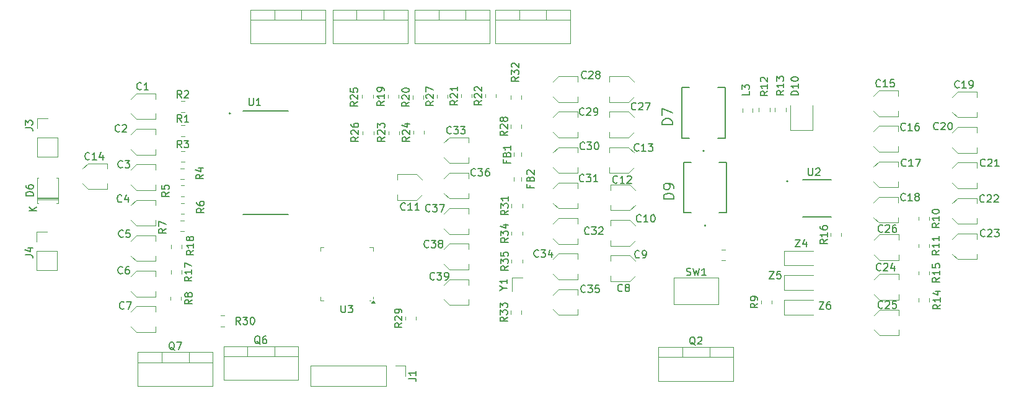
<source format=gbr>
%TF.GenerationSoftware,KiCad,Pcbnew,9.0.2*%
%TF.CreationDate,2025-07-10T19:46:16+05:30*%
%TF.ProjectId,STM32 ESC PCB Design,53544d33-3220-4455-9343-205043422044,rev?*%
%TF.SameCoordinates,Original*%
%TF.FileFunction,Legend,Top*%
%TF.FilePolarity,Positive*%
%FSLAX46Y46*%
G04 Gerber Fmt 4.6, Leading zero omitted, Abs format (unit mm)*
G04 Created by KiCad (PCBNEW 9.0.2) date 2025-07-10 19:46:16*
%MOMM*%
%LPD*%
G01*
G04 APERTURE LIST*
%ADD10C,0.150000*%
%ADD11C,0.120000*%
%ADD12C,0.127000*%
%ADD13C,0.200000*%
G04 APERTURE END LIST*
D10*
X124908333Y-66359580D02*
X124860714Y-66407200D01*
X124860714Y-66407200D02*
X124717857Y-66454819D01*
X124717857Y-66454819D02*
X124622619Y-66454819D01*
X124622619Y-66454819D02*
X124479762Y-66407200D01*
X124479762Y-66407200D02*
X124384524Y-66311961D01*
X124384524Y-66311961D02*
X124336905Y-66216723D01*
X124336905Y-66216723D02*
X124289286Y-66026247D01*
X124289286Y-66026247D02*
X124289286Y-65883390D01*
X124289286Y-65883390D02*
X124336905Y-65692914D01*
X124336905Y-65692914D02*
X124384524Y-65597676D01*
X124384524Y-65597676D02*
X124479762Y-65502438D01*
X124479762Y-65502438D02*
X124622619Y-65454819D01*
X124622619Y-65454819D02*
X124717857Y-65454819D01*
X124717857Y-65454819D02*
X124860714Y-65502438D01*
X124860714Y-65502438D02*
X124908333Y-65550057D01*
X125479762Y-65883390D02*
X125384524Y-65835771D01*
X125384524Y-65835771D02*
X125336905Y-65788152D01*
X125336905Y-65788152D02*
X125289286Y-65692914D01*
X125289286Y-65692914D02*
X125289286Y-65645295D01*
X125289286Y-65645295D02*
X125336905Y-65550057D01*
X125336905Y-65550057D02*
X125384524Y-65502438D01*
X125384524Y-65502438D02*
X125479762Y-65454819D01*
X125479762Y-65454819D02*
X125670238Y-65454819D01*
X125670238Y-65454819D02*
X125765476Y-65502438D01*
X125765476Y-65502438D02*
X125813095Y-65550057D01*
X125813095Y-65550057D02*
X125860714Y-65645295D01*
X125860714Y-65645295D02*
X125860714Y-65692914D01*
X125860714Y-65692914D02*
X125813095Y-65788152D01*
X125813095Y-65788152D02*
X125765476Y-65835771D01*
X125765476Y-65835771D02*
X125670238Y-65883390D01*
X125670238Y-65883390D02*
X125479762Y-65883390D01*
X125479762Y-65883390D02*
X125384524Y-65931009D01*
X125384524Y-65931009D02*
X125336905Y-65978628D01*
X125336905Y-65978628D02*
X125289286Y-66073866D01*
X125289286Y-66073866D02*
X125289286Y-66264342D01*
X125289286Y-66264342D02*
X125336905Y-66359580D01*
X125336905Y-66359580D02*
X125384524Y-66407200D01*
X125384524Y-66407200D02*
X125479762Y-66454819D01*
X125479762Y-66454819D02*
X125670238Y-66454819D01*
X125670238Y-66454819D02*
X125765476Y-66407200D01*
X125765476Y-66407200D02*
X125813095Y-66359580D01*
X125813095Y-66359580D02*
X125860714Y-66264342D01*
X125860714Y-66264342D02*
X125860714Y-66073866D01*
X125860714Y-66073866D02*
X125813095Y-65978628D01*
X125813095Y-65978628D02*
X125765476Y-65931009D01*
X125765476Y-65931009D02*
X125670238Y-65883390D01*
X64720833Y-46804819D02*
X64387500Y-46328628D01*
X64149405Y-46804819D02*
X64149405Y-45804819D01*
X64149405Y-45804819D02*
X64530357Y-45804819D01*
X64530357Y-45804819D02*
X64625595Y-45852438D01*
X64625595Y-45852438D02*
X64673214Y-45900057D01*
X64673214Y-45900057D02*
X64720833Y-45995295D01*
X64720833Y-45995295D02*
X64720833Y-46138152D01*
X64720833Y-46138152D02*
X64673214Y-46233390D01*
X64673214Y-46233390D02*
X64625595Y-46281009D01*
X64625595Y-46281009D02*
X64530357Y-46328628D01*
X64530357Y-46328628D02*
X64149405Y-46328628D01*
X65054167Y-45804819D02*
X65673214Y-45804819D01*
X65673214Y-45804819D02*
X65339881Y-46185771D01*
X65339881Y-46185771D02*
X65482738Y-46185771D01*
X65482738Y-46185771D02*
X65577976Y-46233390D01*
X65577976Y-46233390D02*
X65625595Y-46281009D01*
X65625595Y-46281009D02*
X65673214Y-46376247D01*
X65673214Y-46376247D02*
X65673214Y-46614342D01*
X65673214Y-46614342D02*
X65625595Y-46709580D01*
X65625595Y-46709580D02*
X65577976Y-46757200D01*
X65577976Y-46757200D02*
X65482738Y-46804819D01*
X65482738Y-46804819D02*
X65197024Y-46804819D01*
X65197024Y-46804819D02*
X65101786Y-46757200D01*
X65101786Y-46757200D02*
X65054167Y-46709580D01*
X163557142Y-53959580D02*
X163509523Y-54007200D01*
X163509523Y-54007200D02*
X163366666Y-54054819D01*
X163366666Y-54054819D02*
X163271428Y-54054819D01*
X163271428Y-54054819D02*
X163128571Y-54007200D01*
X163128571Y-54007200D02*
X163033333Y-53911961D01*
X163033333Y-53911961D02*
X162985714Y-53816723D01*
X162985714Y-53816723D02*
X162938095Y-53626247D01*
X162938095Y-53626247D02*
X162938095Y-53483390D01*
X162938095Y-53483390D02*
X162985714Y-53292914D01*
X162985714Y-53292914D02*
X163033333Y-53197676D01*
X163033333Y-53197676D02*
X163128571Y-53102438D01*
X163128571Y-53102438D02*
X163271428Y-53054819D01*
X163271428Y-53054819D02*
X163366666Y-53054819D01*
X163366666Y-53054819D02*
X163509523Y-53102438D01*
X163509523Y-53102438D02*
X163557142Y-53150057D01*
X164509523Y-54054819D02*
X163938095Y-54054819D01*
X164223809Y-54054819D02*
X164223809Y-53054819D01*
X164223809Y-53054819D02*
X164128571Y-53197676D01*
X164128571Y-53197676D02*
X164033333Y-53292914D01*
X164033333Y-53292914D02*
X163938095Y-53340533D01*
X165080952Y-53483390D02*
X164985714Y-53435771D01*
X164985714Y-53435771D02*
X164938095Y-53388152D01*
X164938095Y-53388152D02*
X164890476Y-53292914D01*
X164890476Y-53292914D02*
X164890476Y-53245295D01*
X164890476Y-53245295D02*
X164938095Y-53150057D01*
X164938095Y-53150057D02*
X164985714Y-53102438D01*
X164985714Y-53102438D02*
X165080952Y-53054819D01*
X165080952Y-53054819D02*
X165271428Y-53054819D01*
X165271428Y-53054819D02*
X165366666Y-53102438D01*
X165366666Y-53102438D02*
X165414285Y-53150057D01*
X165414285Y-53150057D02*
X165461904Y-53245295D01*
X165461904Y-53245295D02*
X165461904Y-53292914D01*
X165461904Y-53292914D02*
X165414285Y-53388152D01*
X165414285Y-53388152D02*
X165366666Y-53435771D01*
X165366666Y-53435771D02*
X165271428Y-53483390D01*
X165271428Y-53483390D02*
X165080952Y-53483390D01*
X165080952Y-53483390D02*
X164985714Y-53531009D01*
X164985714Y-53531009D02*
X164938095Y-53578628D01*
X164938095Y-53578628D02*
X164890476Y-53673866D01*
X164890476Y-53673866D02*
X164890476Y-53864342D01*
X164890476Y-53864342D02*
X164938095Y-53959580D01*
X164938095Y-53959580D02*
X164985714Y-54007200D01*
X164985714Y-54007200D02*
X165080952Y-54054819D01*
X165080952Y-54054819D02*
X165271428Y-54054819D01*
X165271428Y-54054819D02*
X165366666Y-54007200D01*
X165366666Y-54007200D02*
X165414285Y-53959580D01*
X165414285Y-53959580D02*
X165461904Y-53864342D01*
X165461904Y-53864342D02*
X165461904Y-53673866D01*
X165461904Y-53673866D02*
X165414285Y-53578628D01*
X165414285Y-53578628D02*
X165366666Y-53531009D01*
X165366666Y-53531009D02*
X165271428Y-53483390D01*
X67654819Y-50466666D02*
X67178628Y-50799999D01*
X67654819Y-51038094D02*
X66654819Y-51038094D01*
X66654819Y-51038094D02*
X66654819Y-50657142D01*
X66654819Y-50657142D02*
X66702438Y-50561904D01*
X66702438Y-50561904D02*
X66750057Y-50514285D01*
X66750057Y-50514285D02*
X66845295Y-50466666D01*
X66845295Y-50466666D02*
X66988152Y-50466666D01*
X66988152Y-50466666D02*
X67083390Y-50514285D01*
X67083390Y-50514285D02*
X67131009Y-50561904D01*
X67131009Y-50561904D02*
X67178628Y-50657142D01*
X67178628Y-50657142D02*
X67178628Y-51038094D01*
X66988152Y-49609523D02*
X67654819Y-49609523D01*
X66607200Y-49847618D02*
X67321485Y-50085713D01*
X67321485Y-50085713D02*
X67321485Y-49466666D01*
X168204819Y-57130357D02*
X167728628Y-57463690D01*
X168204819Y-57701785D02*
X167204819Y-57701785D01*
X167204819Y-57701785D02*
X167204819Y-57320833D01*
X167204819Y-57320833D02*
X167252438Y-57225595D01*
X167252438Y-57225595D02*
X167300057Y-57177976D01*
X167300057Y-57177976D02*
X167395295Y-57130357D01*
X167395295Y-57130357D02*
X167538152Y-57130357D01*
X167538152Y-57130357D02*
X167633390Y-57177976D01*
X167633390Y-57177976D02*
X167681009Y-57225595D01*
X167681009Y-57225595D02*
X167728628Y-57320833D01*
X167728628Y-57320833D02*
X167728628Y-57701785D01*
X168204819Y-56177976D02*
X168204819Y-56749404D01*
X168204819Y-56463690D02*
X167204819Y-56463690D01*
X167204819Y-56463690D02*
X167347676Y-56558928D01*
X167347676Y-56558928D02*
X167442914Y-56654166D01*
X167442914Y-56654166D02*
X167490533Y-56749404D01*
X167204819Y-55558928D02*
X167204819Y-55463690D01*
X167204819Y-55463690D02*
X167252438Y-55368452D01*
X167252438Y-55368452D02*
X167300057Y-55320833D01*
X167300057Y-55320833D02*
X167395295Y-55273214D01*
X167395295Y-55273214D02*
X167585771Y-55225595D01*
X167585771Y-55225595D02*
X167823866Y-55225595D01*
X167823866Y-55225595D02*
X168014342Y-55273214D01*
X168014342Y-55273214D02*
X168109580Y-55320833D01*
X168109580Y-55320833D02*
X168157200Y-55368452D01*
X168157200Y-55368452D02*
X168204819Y-55463690D01*
X168204819Y-55463690D02*
X168204819Y-55558928D01*
X168204819Y-55558928D02*
X168157200Y-55654166D01*
X168157200Y-55654166D02*
X168109580Y-55701785D01*
X168109580Y-55701785D02*
X168014342Y-55749404D01*
X168014342Y-55749404D02*
X167823866Y-55797023D01*
X167823866Y-55797023D02*
X167585771Y-55797023D01*
X167585771Y-55797023D02*
X167395295Y-55749404D01*
X167395295Y-55749404D02*
X167300057Y-55701785D01*
X167300057Y-55701785D02*
X167252438Y-55654166D01*
X167252438Y-55654166D02*
X167204819Y-55558928D01*
X127157142Y-47159580D02*
X127109523Y-47207200D01*
X127109523Y-47207200D02*
X126966666Y-47254819D01*
X126966666Y-47254819D02*
X126871428Y-47254819D01*
X126871428Y-47254819D02*
X126728571Y-47207200D01*
X126728571Y-47207200D02*
X126633333Y-47111961D01*
X126633333Y-47111961D02*
X126585714Y-47016723D01*
X126585714Y-47016723D02*
X126538095Y-46826247D01*
X126538095Y-46826247D02*
X126538095Y-46683390D01*
X126538095Y-46683390D02*
X126585714Y-46492914D01*
X126585714Y-46492914D02*
X126633333Y-46397676D01*
X126633333Y-46397676D02*
X126728571Y-46302438D01*
X126728571Y-46302438D02*
X126871428Y-46254819D01*
X126871428Y-46254819D02*
X126966666Y-46254819D01*
X126966666Y-46254819D02*
X127109523Y-46302438D01*
X127109523Y-46302438D02*
X127157142Y-46350057D01*
X128109523Y-47254819D02*
X127538095Y-47254819D01*
X127823809Y-47254819D02*
X127823809Y-46254819D01*
X127823809Y-46254819D02*
X127728571Y-46397676D01*
X127728571Y-46397676D02*
X127633333Y-46492914D01*
X127633333Y-46492914D02*
X127538095Y-46540533D01*
X128442857Y-46254819D02*
X129061904Y-46254819D01*
X129061904Y-46254819D02*
X128728571Y-46635771D01*
X128728571Y-46635771D02*
X128871428Y-46635771D01*
X128871428Y-46635771D02*
X128966666Y-46683390D01*
X128966666Y-46683390D02*
X129014285Y-46731009D01*
X129014285Y-46731009D02*
X129061904Y-46826247D01*
X129061904Y-46826247D02*
X129061904Y-47064342D01*
X129061904Y-47064342D02*
X129014285Y-47159580D01*
X129014285Y-47159580D02*
X128966666Y-47207200D01*
X128966666Y-47207200D02*
X128871428Y-47254819D01*
X128871428Y-47254819D02*
X128585714Y-47254819D01*
X128585714Y-47254819D02*
X128490476Y-47207200D01*
X128490476Y-47207200D02*
X128442857Y-47159580D01*
X95804819Y-40555357D02*
X95328628Y-40888690D01*
X95804819Y-41126785D02*
X94804819Y-41126785D01*
X94804819Y-41126785D02*
X94804819Y-40745833D01*
X94804819Y-40745833D02*
X94852438Y-40650595D01*
X94852438Y-40650595D02*
X94900057Y-40602976D01*
X94900057Y-40602976D02*
X94995295Y-40555357D01*
X94995295Y-40555357D02*
X95138152Y-40555357D01*
X95138152Y-40555357D02*
X95233390Y-40602976D01*
X95233390Y-40602976D02*
X95281009Y-40650595D01*
X95281009Y-40650595D02*
X95328628Y-40745833D01*
X95328628Y-40745833D02*
X95328628Y-41126785D01*
X94900057Y-40174404D02*
X94852438Y-40126785D01*
X94852438Y-40126785D02*
X94804819Y-40031547D01*
X94804819Y-40031547D02*
X94804819Y-39793452D01*
X94804819Y-39793452D02*
X94852438Y-39698214D01*
X94852438Y-39698214D02*
X94900057Y-39650595D01*
X94900057Y-39650595D02*
X94995295Y-39602976D01*
X94995295Y-39602976D02*
X95090533Y-39602976D01*
X95090533Y-39602976D02*
X95233390Y-39650595D01*
X95233390Y-39650595D02*
X95804819Y-40222023D01*
X95804819Y-40222023D02*
X95804819Y-39602976D01*
X94804819Y-38983928D02*
X94804819Y-38888690D01*
X94804819Y-38888690D02*
X94852438Y-38793452D01*
X94852438Y-38793452D02*
X94900057Y-38745833D01*
X94900057Y-38745833D02*
X94995295Y-38698214D01*
X94995295Y-38698214D02*
X95185771Y-38650595D01*
X95185771Y-38650595D02*
X95423866Y-38650595D01*
X95423866Y-38650595D02*
X95614342Y-38698214D01*
X95614342Y-38698214D02*
X95709580Y-38745833D01*
X95709580Y-38745833D02*
X95757200Y-38793452D01*
X95757200Y-38793452D02*
X95804819Y-38888690D01*
X95804819Y-38888690D02*
X95804819Y-38983928D01*
X95804819Y-38983928D02*
X95757200Y-39079166D01*
X95757200Y-39079166D02*
X95709580Y-39126785D01*
X95709580Y-39126785D02*
X95614342Y-39174404D01*
X95614342Y-39174404D02*
X95423866Y-39222023D01*
X95423866Y-39222023D02*
X95185771Y-39222023D01*
X95185771Y-39222023D02*
X94995295Y-39174404D01*
X94995295Y-39174404D02*
X94900057Y-39126785D01*
X94900057Y-39126785D02*
X94852438Y-39079166D01*
X94852438Y-39079166D02*
X94804819Y-38983928D01*
X110754819Y-37142857D02*
X110278628Y-37476190D01*
X110754819Y-37714285D02*
X109754819Y-37714285D01*
X109754819Y-37714285D02*
X109754819Y-37333333D01*
X109754819Y-37333333D02*
X109802438Y-37238095D01*
X109802438Y-37238095D02*
X109850057Y-37190476D01*
X109850057Y-37190476D02*
X109945295Y-37142857D01*
X109945295Y-37142857D02*
X110088152Y-37142857D01*
X110088152Y-37142857D02*
X110183390Y-37190476D01*
X110183390Y-37190476D02*
X110231009Y-37238095D01*
X110231009Y-37238095D02*
X110278628Y-37333333D01*
X110278628Y-37333333D02*
X110278628Y-37714285D01*
X109754819Y-36809523D02*
X109754819Y-36190476D01*
X109754819Y-36190476D02*
X110135771Y-36523809D01*
X110135771Y-36523809D02*
X110135771Y-36380952D01*
X110135771Y-36380952D02*
X110183390Y-36285714D01*
X110183390Y-36285714D02*
X110231009Y-36238095D01*
X110231009Y-36238095D02*
X110326247Y-36190476D01*
X110326247Y-36190476D02*
X110564342Y-36190476D01*
X110564342Y-36190476D02*
X110659580Y-36238095D01*
X110659580Y-36238095D02*
X110707200Y-36285714D01*
X110707200Y-36285714D02*
X110754819Y-36380952D01*
X110754819Y-36380952D02*
X110754819Y-36666666D01*
X110754819Y-36666666D02*
X110707200Y-36761904D01*
X110707200Y-36761904D02*
X110659580Y-36809523D01*
X109850057Y-35809523D02*
X109802438Y-35761904D01*
X109802438Y-35761904D02*
X109754819Y-35666666D01*
X109754819Y-35666666D02*
X109754819Y-35428571D01*
X109754819Y-35428571D02*
X109802438Y-35333333D01*
X109802438Y-35333333D02*
X109850057Y-35285714D01*
X109850057Y-35285714D02*
X109945295Y-35238095D01*
X109945295Y-35238095D02*
X110040533Y-35238095D01*
X110040533Y-35238095D02*
X110183390Y-35285714D01*
X110183390Y-35285714D02*
X110754819Y-35857142D01*
X110754819Y-35857142D02*
X110754819Y-35238095D01*
X109204819Y-69942857D02*
X108728628Y-70276190D01*
X109204819Y-70514285D02*
X108204819Y-70514285D01*
X108204819Y-70514285D02*
X108204819Y-70133333D01*
X108204819Y-70133333D02*
X108252438Y-70038095D01*
X108252438Y-70038095D02*
X108300057Y-69990476D01*
X108300057Y-69990476D02*
X108395295Y-69942857D01*
X108395295Y-69942857D02*
X108538152Y-69942857D01*
X108538152Y-69942857D02*
X108633390Y-69990476D01*
X108633390Y-69990476D02*
X108681009Y-70038095D01*
X108681009Y-70038095D02*
X108728628Y-70133333D01*
X108728628Y-70133333D02*
X108728628Y-70514285D01*
X108204819Y-69609523D02*
X108204819Y-68990476D01*
X108204819Y-68990476D02*
X108585771Y-69323809D01*
X108585771Y-69323809D02*
X108585771Y-69180952D01*
X108585771Y-69180952D02*
X108633390Y-69085714D01*
X108633390Y-69085714D02*
X108681009Y-69038095D01*
X108681009Y-69038095D02*
X108776247Y-68990476D01*
X108776247Y-68990476D02*
X109014342Y-68990476D01*
X109014342Y-68990476D02*
X109109580Y-69038095D01*
X109109580Y-69038095D02*
X109157200Y-69085714D01*
X109157200Y-69085714D02*
X109204819Y-69180952D01*
X109204819Y-69180952D02*
X109204819Y-69466666D01*
X109204819Y-69466666D02*
X109157200Y-69561904D01*
X109157200Y-69561904D02*
X109109580Y-69609523D01*
X108204819Y-68657142D02*
X108204819Y-68038095D01*
X108204819Y-68038095D02*
X108585771Y-68371428D01*
X108585771Y-68371428D02*
X108585771Y-68228571D01*
X108585771Y-68228571D02*
X108633390Y-68133333D01*
X108633390Y-68133333D02*
X108681009Y-68085714D01*
X108681009Y-68085714D02*
X108776247Y-68038095D01*
X108776247Y-68038095D02*
X109014342Y-68038095D01*
X109014342Y-68038095D02*
X109109580Y-68085714D01*
X109109580Y-68085714D02*
X109157200Y-68133333D01*
X109157200Y-68133333D02*
X109204819Y-68228571D01*
X109204819Y-68228571D02*
X109204819Y-68514285D01*
X109204819Y-68514285D02*
X109157200Y-68609523D01*
X109157200Y-68609523D02*
X109109580Y-68657142D01*
X152904819Y-59342857D02*
X152428628Y-59676190D01*
X152904819Y-59914285D02*
X151904819Y-59914285D01*
X151904819Y-59914285D02*
X151904819Y-59533333D01*
X151904819Y-59533333D02*
X151952438Y-59438095D01*
X151952438Y-59438095D02*
X152000057Y-59390476D01*
X152000057Y-59390476D02*
X152095295Y-59342857D01*
X152095295Y-59342857D02*
X152238152Y-59342857D01*
X152238152Y-59342857D02*
X152333390Y-59390476D01*
X152333390Y-59390476D02*
X152381009Y-59438095D01*
X152381009Y-59438095D02*
X152428628Y-59533333D01*
X152428628Y-59533333D02*
X152428628Y-59914285D01*
X152904819Y-58390476D02*
X152904819Y-58961904D01*
X152904819Y-58676190D02*
X151904819Y-58676190D01*
X151904819Y-58676190D02*
X152047676Y-58771428D01*
X152047676Y-58771428D02*
X152142914Y-58866666D01*
X152142914Y-58866666D02*
X152190533Y-58961904D01*
X151904819Y-57533333D02*
X151904819Y-57723809D01*
X151904819Y-57723809D02*
X151952438Y-57819047D01*
X151952438Y-57819047D02*
X152000057Y-57866666D01*
X152000057Y-57866666D02*
X152142914Y-57961904D01*
X152142914Y-57961904D02*
X152333390Y-58009523D01*
X152333390Y-58009523D02*
X152714342Y-58009523D01*
X152714342Y-58009523D02*
X152809580Y-57961904D01*
X152809580Y-57961904D02*
X152857200Y-57914285D01*
X152857200Y-57914285D02*
X152904819Y-57819047D01*
X152904819Y-57819047D02*
X152904819Y-57628571D01*
X152904819Y-57628571D02*
X152857200Y-57533333D01*
X152857200Y-57533333D02*
X152809580Y-57485714D01*
X152809580Y-57485714D02*
X152714342Y-57438095D01*
X152714342Y-57438095D02*
X152476247Y-57438095D01*
X152476247Y-57438095D02*
X152381009Y-57485714D01*
X152381009Y-57485714D02*
X152333390Y-57533333D01*
X152333390Y-57533333D02*
X152285771Y-57628571D01*
X152285771Y-57628571D02*
X152285771Y-57819047D01*
X152285771Y-57819047D02*
X152333390Y-57914285D01*
X152333390Y-57914285D02*
X152381009Y-57961904D01*
X152381009Y-57961904D02*
X152476247Y-58009523D01*
X160232142Y-63509580D02*
X160184523Y-63557200D01*
X160184523Y-63557200D02*
X160041666Y-63604819D01*
X160041666Y-63604819D02*
X159946428Y-63604819D01*
X159946428Y-63604819D02*
X159803571Y-63557200D01*
X159803571Y-63557200D02*
X159708333Y-63461961D01*
X159708333Y-63461961D02*
X159660714Y-63366723D01*
X159660714Y-63366723D02*
X159613095Y-63176247D01*
X159613095Y-63176247D02*
X159613095Y-63033390D01*
X159613095Y-63033390D02*
X159660714Y-62842914D01*
X159660714Y-62842914D02*
X159708333Y-62747676D01*
X159708333Y-62747676D02*
X159803571Y-62652438D01*
X159803571Y-62652438D02*
X159946428Y-62604819D01*
X159946428Y-62604819D02*
X160041666Y-62604819D01*
X160041666Y-62604819D02*
X160184523Y-62652438D01*
X160184523Y-62652438D02*
X160232142Y-62700057D01*
X160613095Y-62700057D02*
X160660714Y-62652438D01*
X160660714Y-62652438D02*
X160755952Y-62604819D01*
X160755952Y-62604819D02*
X160994047Y-62604819D01*
X160994047Y-62604819D02*
X161089285Y-62652438D01*
X161089285Y-62652438D02*
X161136904Y-62700057D01*
X161136904Y-62700057D02*
X161184523Y-62795295D01*
X161184523Y-62795295D02*
X161184523Y-62890533D01*
X161184523Y-62890533D02*
X161136904Y-63033390D01*
X161136904Y-63033390D02*
X160565476Y-63604819D01*
X160565476Y-63604819D02*
X161184523Y-63604819D01*
X162041666Y-62938152D02*
X162041666Y-63604819D01*
X161803571Y-62557200D02*
X161565476Y-63271485D01*
X161565476Y-63271485D02*
X162184523Y-63271485D01*
X64720833Y-40004819D02*
X64387500Y-39528628D01*
X64149405Y-40004819D02*
X64149405Y-39004819D01*
X64149405Y-39004819D02*
X64530357Y-39004819D01*
X64530357Y-39004819D02*
X64625595Y-39052438D01*
X64625595Y-39052438D02*
X64673214Y-39100057D01*
X64673214Y-39100057D02*
X64720833Y-39195295D01*
X64720833Y-39195295D02*
X64720833Y-39338152D01*
X64720833Y-39338152D02*
X64673214Y-39433390D01*
X64673214Y-39433390D02*
X64625595Y-39481009D01*
X64625595Y-39481009D02*
X64530357Y-39528628D01*
X64530357Y-39528628D02*
X64149405Y-39528628D01*
X65101786Y-39100057D02*
X65149405Y-39052438D01*
X65149405Y-39052438D02*
X65244643Y-39004819D01*
X65244643Y-39004819D02*
X65482738Y-39004819D01*
X65482738Y-39004819D02*
X65577976Y-39052438D01*
X65577976Y-39052438D02*
X65625595Y-39100057D01*
X65625595Y-39100057D02*
X65673214Y-39195295D01*
X65673214Y-39195295D02*
X65673214Y-39290533D01*
X65673214Y-39290533D02*
X65625595Y-39433390D01*
X65625595Y-39433390D02*
X65054167Y-40004819D01*
X65054167Y-40004819D02*
X65673214Y-40004819D01*
X43354819Y-61433333D02*
X44069104Y-61433333D01*
X44069104Y-61433333D02*
X44211961Y-61480952D01*
X44211961Y-61480952D02*
X44307200Y-61576190D01*
X44307200Y-61576190D02*
X44354819Y-61719047D01*
X44354819Y-61719047D02*
X44354819Y-61814285D01*
X43688152Y-60528571D02*
X44354819Y-60528571D01*
X43307200Y-60766666D02*
X44021485Y-61004761D01*
X44021485Y-61004761D02*
X44021485Y-60385714D01*
X170932142Y-38559580D02*
X170884523Y-38607200D01*
X170884523Y-38607200D02*
X170741666Y-38654819D01*
X170741666Y-38654819D02*
X170646428Y-38654819D01*
X170646428Y-38654819D02*
X170503571Y-38607200D01*
X170503571Y-38607200D02*
X170408333Y-38511961D01*
X170408333Y-38511961D02*
X170360714Y-38416723D01*
X170360714Y-38416723D02*
X170313095Y-38226247D01*
X170313095Y-38226247D02*
X170313095Y-38083390D01*
X170313095Y-38083390D02*
X170360714Y-37892914D01*
X170360714Y-37892914D02*
X170408333Y-37797676D01*
X170408333Y-37797676D02*
X170503571Y-37702438D01*
X170503571Y-37702438D02*
X170646428Y-37654819D01*
X170646428Y-37654819D02*
X170741666Y-37654819D01*
X170741666Y-37654819D02*
X170884523Y-37702438D01*
X170884523Y-37702438D02*
X170932142Y-37750057D01*
X171884523Y-38654819D02*
X171313095Y-38654819D01*
X171598809Y-38654819D02*
X171598809Y-37654819D01*
X171598809Y-37654819D02*
X171503571Y-37797676D01*
X171503571Y-37797676D02*
X171408333Y-37892914D01*
X171408333Y-37892914D02*
X171313095Y-37940533D01*
X172360714Y-38654819D02*
X172551190Y-38654819D01*
X172551190Y-38654819D02*
X172646428Y-38607200D01*
X172646428Y-38607200D02*
X172694047Y-38559580D01*
X172694047Y-38559580D02*
X172789285Y-38416723D01*
X172789285Y-38416723D02*
X172836904Y-38226247D01*
X172836904Y-38226247D02*
X172836904Y-37845295D01*
X172836904Y-37845295D02*
X172789285Y-37750057D01*
X172789285Y-37750057D02*
X172741666Y-37702438D01*
X172741666Y-37702438D02*
X172646428Y-37654819D01*
X172646428Y-37654819D02*
X172455952Y-37654819D01*
X172455952Y-37654819D02*
X172360714Y-37702438D01*
X172360714Y-37702438D02*
X172313095Y-37750057D01*
X172313095Y-37750057D02*
X172265476Y-37845295D01*
X172265476Y-37845295D02*
X172265476Y-38083390D01*
X172265476Y-38083390D02*
X172313095Y-38178628D01*
X172313095Y-38178628D02*
X172360714Y-38226247D01*
X172360714Y-38226247D02*
X172455952Y-38273866D01*
X172455952Y-38273866D02*
X172646428Y-38273866D01*
X172646428Y-38273866D02*
X172741666Y-38226247D01*
X172741666Y-38226247D02*
X172789285Y-38178628D01*
X172789285Y-38178628D02*
X172836904Y-38083390D01*
X98657142Y-55449580D02*
X98609523Y-55497200D01*
X98609523Y-55497200D02*
X98466666Y-55544819D01*
X98466666Y-55544819D02*
X98371428Y-55544819D01*
X98371428Y-55544819D02*
X98228571Y-55497200D01*
X98228571Y-55497200D02*
X98133333Y-55401961D01*
X98133333Y-55401961D02*
X98085714Y-55306723D01*
X98085714Y-55306723D02*
X98038095Y-55116247D01*
X98038095Y-55116247D02*
X98038095Y-54973390D01*
X98038095Y-54973390D02*
X98085714Y-54782914D01*
X98085714Y-54782914D02*
X98133333Y-54687676D01*
X98133333Y-54687676D02*
X98228571Y-54592438D01*
X98228571Y-54592438D02*
X98371428Y-54544819D01*
X98371428Y-54544819D02*
X98466666Y-54544819D01*
X98466666Y-54544819D02*
X98609523Y-54592438D01*
X98609523Y-54592438D02*
X98657142Y-54640057D01*
X98990476Y-54544819D02*
X99609523Y-54544819D01*
X99609523Y-54544819D02*
X99276190Y-54925771D01*
X99276190Y-54925771D02*
X99419047Y-54925771D01*
X99419047Y-54925771D02*
X99514285Y-54973390D01*
X99514285Y-54973390D02*
X99561904Y-55021009D01*
X99561904Y-55021009D02*
X99609523Y-55116247D01*
X99609523Y-55116247D02*
X99609523Y-55354342D01*
X99609523Y-55354342D02*
X99561904Y-55449580D01*
X99561904Y-55449580D02*
X99514285Y-55497200D01*
X99514285Y-55497200D02*
X99419047Y-55544819D01*
X99419047Y-55544819D02*
X99133333Y-55544819D01*
X99133333Y-55544819D02*
X99038095Y-55497200D01*
X99038095Y-55497200D02*
X98990476Y-55449580D01*
X99942857Y-54544819D02*
X100609523Y-54544819D01*
X100609523Y-54544819D02*
X100180952Y-55544819D01*
X124232142Y-51559580D02*
X124184523Y-51607200D01*
X124184523Y-51607200D02*
X124041666Y-51654819D01*
X124041666Y-51654819D02*
X123946428Y-51654819D01*
X123946428Y-51654819D02*
X123803571Y-51607200D01*
X123803571Y-51607200D02*
X123708333Y-51511961D01*
X123708333Y-51511961D02*
X123660714Y-51416723D01*
X123660714Y-51416723D02*
X123613095Y-51226247D01*
X123613095Y-51226247D02*
X123613095Y-51083390D01*
X123613095Y-51083390D02*
X123660714Y-50892914D01*
X123660714Y-50892914D02*
X123708333Y-50797676D01*
X123708333Y-50797676D02*
X123803571Y-50702438D01*
X123803571Y-50702438D02*
X123946428Y-50654819D01*
X123946428Y-50654819D02*
X124041666Y-50654819D01*
X124041666Y-50654819D02*
X124184523Y-50702438D01*
X124184523Y-50702438D02*
X124232142Y-50750057D01*
X125184523Y-51654819D02*
X124613095Y-51654819D01*
X124898809Y-51654819D02*
X124898809Y-50654819D01*
X124898809Y-50654819D02*
X124803571Y-50797676D01*
X124803571Y-50797676D02*
X124708333Y-50892914D01*
X124708333Y-50892914D02*
X124613095Y-50940533D01*
X125565476Y-50750057D02*
X125613095Y-50702438D01*
X125613095Y-50702438D02*
X125708333Y-50654819D01*
X125708333Y-50654819D02*
X125946428Y-50654819D01*
X125946428Y-50654819D02*
X126041666Y-50702438D01*
X126041666Y-50702438D02*
X126089285Y-50750057D01*
X126089285Y-50750057D02*
X126136904Y-50845295D01*
X126136904Y-50845295D02*
X126136904Y-50940533D01*
X126136904Y-50940533D02*
X126089285Y-51083390D01*
X126089285Y-51083390D02*
X125517857Y-51654819D01*
X125517857Y-51654819D02*
X126136904Y-51654819D01*
X113457142Y-61659580D02*
X113409523Y-61707200D01*
X113409523Y-61707200D02*
X113266666Y-61754819D01*
X113266666Y-61754819D02*
X113171428Y-61754819D01*
X113171428Y-61754819D02*
X113028571Y-61707200D01*
X113028571Y-61707200D02*
X112933333Y-61611961D01*
X112933333Y-61611961D02*
X112885714Y-61516723D01*
X112885714Y-61516723D02*
X112838095Y-61326247D01*
X112838095Y-61326247D02*
X112838095Y-61183390D01*
X112838095Y-61183390D02*
X112885714Y-60992914D01*
X112885714Y-60992914D02*
X112933333Y-60897676D01*
X112933333Y-60897676D02*
X113028571Y-60802438D01*
X113028571Y-60802438D02*
X113171428Y-60754819D01*
X113171428Y-60754819D02*
X113266666Y-60754819D01*
X113266666Y-60754819D02*
X113409523Y-60802438D01*
X113409523Y-60802438D02*
X113457142Y-60850057D01*
X113790476Y-60754819D02*
X114409523Y-60754819D01*
X114409523Y-60754819D02*
X114076190Y-61135771D01*
X114076190Y-61135771D02*
X114219047Y-61135771D01*
X114219047Y-61135771D02*
X114314285Y-61183390D01*
X114314285Y-61183390D02*
X114361904Y-61231009D01*
X114361904Y-61231009D02*
X114409523Y-61326247D01*
X114409523Y-61326247D02*
X114409523Y-61564342D01*
X114409523Y-61564342D02*
X114361904Y-61659580D01*
X114361904Y-61659580D02*
X114314285Y-61707200D01*
X114314285Y-61707200D02*
X114219047Y-61754819D01*
X114219047Y-61754819D02*
X113933333Y-61754819D01*
X113933333Y-61754819D02*
X113838095Y-61707200D01*
X113838095Y-61707200D02*
X113790476Y-61659580D01*
X115266666Y-61088152D02*
X115266666Y-61754819D01*
X115028571Y-60707200D02*
X114790476Y-61421485D01*
X114790476Y-61421485D02*
X115409523Y-61421485D01*
X144990476Y-63704819D02*
X145657142Y-63704819D01*
X145657142Y-63704819D02*
X144990476Y-64704819D01*
X144990476Y-64704819D02*
X145657142Y-64704819D01*
X146514285Y-63704819D02*
X146038095Y-63704819D01*
X146038095Y-63704819D02*
X145990476Y-64181009D01*
X145990476Y-64181009D02*
X146038095Y-64133390D01*
X146038095Y-64133390D02*
X146133333Y-64085771D01*
X146133333Y-64085771D02*
X146371428Y-64085771D01*
X146371428Y-64085771D02*
X146466666Y-64133390D01*
X146466666Y-64133390D02*
X146514285Y-64181009D01*
X146514285Y-64181009D02*
X146561904Y-64276247D01*
X146561904Y-64276247D02*
X146561904Y-64514342D01*
X146561904Y-64514342D02*
X146514285Y-64609580D01*
X146514285Y-64609580D02*
X146466666Y-64657200D01*
X146466666Y-64657200D02*
X146371428Y-64704819D01*
X146371428Y-64704819D02*
X146133333Y-64704819D01*
X146133333Y-64704819D02*
X146038095Y-64657200D01*
X146038095Y-64657200D02*
X145990476Y-64609580D01*
X62979819Y-52866666D02*
X62503628Y-53199999D01*
X62979819Y-53438094D02*
X61979819Y-53438094D01*
X61979819Y-53438094D02*
X61979819Y-53057142D01*
X61979819Y-53057142D02*
X62027438Y-52961904D01*
X62027438Y-52961904D02*
X62075057Y-52914285D01*
X62075057Y-52914285D02*
X62170295Y-52866666D01*
X62170295Y-52866666D02*
X62313152Y-52866666D01*
X62313152Y-52866666D02*
X62408390Y-52914285D01*
X62408390Y-52914285D02*
X62456009Y-52961904D01*
X62456009Y-52961904D02*
X62503628Y-53057142D01*
X62503628Y-53057142D02*
X62503628Y-53438094D01*
X61979819Y-51961904D02*
X61979819Y-52438094D01*
X61979819Y-52438094D02*
X62456009Y-52485713D01*
X62456009Y-52485713D02*
X62408390Y-52438094D01*
X62408390Y-52438094D02*
X62360771Y-52342856D01*
X62360771Y-52342856D02*
X62360771Y-52104761D01*
X62360771Y-52104761D02*
X62408390Y-52009523D01*
X62408390Y-52009523D02*
X62456009Y-51961904D01*
X62456009Y-51961904D02*
X62551247Y-51914285D01*
X62551247Y-51914285D02*
X62789342Y-51914285D01*
X62789342Y-51914285D02*
X62884580Y-51961904D01*
X62884580Y-51961904D02*
X62932200Y-52009523D01*
X62932200Y-52009523D02*
X62979819Y-52104761D01*
X62979819Y-52104761D02*
X62979819Y-52342856D01*
X62979819Y-52342856D02*
X62932200Y-52438094D01*
X62932200Y-52438094D02*
X62884580Y-52485713D01*
X64720833Y-43304819D02*
X64387500Y-42828628D01*
X64149405Y-43304819D02*
X64149405Y-42304819D01*
X64149405Y-42304819D02*
X64530357Y-42304819D01*
X64530357Y-42304819D02*
X64625595Y-42352438D01*
X64625595Y-42352438D02*
X64673214Y-42400057D01*
X64673214Y-42400057D02*
X64720833Y-42495295D01*
X64720833Y-42495295D02*
X64720833Y-42638152D01*
X64720833Y-42638152D02*
X64673214Y-42733390D01*
X64673214Y-42733390D02*
X64625595Y-42781009D01*
X64625595Y-42781009D02*
X64530357Y-42828628D01*
X64530357Y-42828628D02*
X64149405Y-42828628D01*
X65673214Y-43304819D02*
X65101786Y-43304819D01*
X65387500Y-43304819D02*
X65387500Y-42304819D01*
X65387500Y-42304819D02*
X65292262Y-42447676D01*
X65292262Y-42447676D02*
X65197024Y-42542914D01*
X65197024Y-42542914D02*
X65101786Y-42590533D01*
X67779819Y-55076666D02*
X67303628Y-55409999D01*
X67779819Y-55648094D02*
X66779819Y-55648094D01*
X66779819Y-55648094D02*
X66779819Y-55267142D01*
X66779819Y-55267142D02*
X66827438Y-55171904D01*
X66827438Y-55171904D02*
X66875057Y-55124285D01*
X66875057Y-55124285D02*
X66970295Y-55076666D01*
X66970295Y-55076666D02*
X67113152Y-55076666D01*
X67113152Y-55076666D02*
X67208390Y-55124285D01*
X67208390Y-55124285D02*
X67256009Y-55171904D01*
X67256009Y-55171904D02*
X67303628Y-55267142D01*
X67303628Y-55267142D02*
X67303628Y-55648094D01*
X66779819Y-54219523D02*
X66779819Y-54409999D01*
X66779819Y-54409999D02*
X66827438Y-54505237D01*
X66827438Y-54505237D02*
X66875057Y-54552856D01*
X66875057Y-54552856D02*
X67017914Y-54648094D01*
X67017914Y-54648094D02*
X67208390Y-54695713D01*
X67208390Y-54695713D02*
X67589342Y-54695713D01*
X67589342Y-54695713D02*
X67684580Y-54648094D01*
X67684580Y-54648094D02*
X67732200Y-54600475D01*
X67732200Y-54600475D02*
X67779819Y-54505237D01*
X67779819Y-54505237D02*
X67779819Y-54314761D01*
X67779819Y-54314761D02*
X67732200Y-54219523D01*
X67732200Y-54219523D02*
X67684580Y-54171904D01*
X67684580Y-54171904D02*
X67589342Y-54124285D01*
X67589342Y-54124285D02*
X67351247Y-54124285D01*
X67351247Y-54124285D02*
X67256009Y-54171904D01*
X67256009Y-54171904D02*
X67208390Y-54219523D01*
X67208390Y-54219523D02*
X67160771Y-54314761D01*
X67160771Y-54314761D02*
X67160771Y-54505237D01*
X67160771Y-54505237D02*
X67208390Y-54600475D01*
X67208390Y-54600475D02*
X67256009Y-54648094D01*
X67256009Y-54648094D02*
X67351247Y-54695713D01*
X109304819Y-62955357D02*
X108828628Y-63288690D01*
X109304819Y-63526785D02*
X108304819Y-63526785D01*
X108304819Y-63526785D02*
X108304819Y-63145833D01*
X108304819Y-63145833D02*
X108352438Y-63050595D01*
X108352438Y-63050595D02*
X108400057Y-63002976D01*
X108400057Y-63002976D02*
X108495295Y-62955357D01*
X108495295Y-62955357D02*
X108638152Y-62955357D01*
X108638152Y-62955357D02*
X108733390Y-63002976D01*
X108733390Y-63002976D02*
X108781009Y-63050595D01*
X108781009Y-63050595D02*
X108828628Y-63145833D01*
X108828628Y-63145833D02*
X108828628Y-63526785D01*
X108304819Y-62622023D02*
X108304819Y-62002976D01*
X108304819Y-62002976D02*
X108685771Y-62336309D01*
X108685771Y-62336309D02*
X108685771Y-62193452D01*
X108685771Y-62193452D02*
X108733390Y-62098214D01*
X108733390Y-62098214D02*
X108781009Y-62050595D01*
X108781009Y-62050595D02*
X108876247Y-62002976D01*
X108876247Y-62002976D02*
X109114342Y-62002976D01*
X109114342Y-62002976D02*
X109209580Y-62050595D01*
X109209580Y-62050595D02*
X109257200Y-62098214D01*
X109257200Y-62098214D02*
X109304819Y-62193452D01*
X109304819Y-62193452D02*
X109304819Y-62479166D01*
X109304819Y-62479166D02*
X109257200Y-62574404D01*
X109257200Y-62574404D02*
X109209580Y-62622023D01*
X108304819Y-61098214D02*
X108304819Y-61574404D01*
X108304819Y-61574404D02*
X108781009Y-61622023D01*
X108781009Y-61622023D02*
X108733390Y-61574404D01*
X108733390Y-61574404D02*
X108685771Y-61479166D01*
X108685771Y-61479166D02*
X108685771Y-61241071D01*
X108685771Y-61241071D02*
X108733390Y-61145833D01*
X108733390Y-61145833D02*
X108781009Y-61098214D01*
X108781009Y-61098214D02*
X108876247Y-61050595D01*
X108876247Y-61050595D02*
X109114342Y-61050595D01*
X109114342Y-61050595D02*
X109209580Y-61098214D01*
X109209580Y-61098214D02*
X109257200Y-61145833D01*
X109257200Y-61145833D02*
X109304819Y-61241071D01*
X109304819Y-61241071D02*
X109304819Y-61479166D01*
X109304819Y-61479166D02*
X109257200Y-61574404D01*
X109257200Y-61574404D02*
X109209580Y-61622023D01*
X119657142Y-42259580D02*
X119609523Y-42307200D01*
X119609523Y-42307200D02*
X119466666Y-42354819D01*
X119466666Y-42354819D02*
X119371428Y-42354819D01*
X119371428Y-42354819D02*
X119228571Y-42307200D01*
X119228571Y-42307200D02*
X119133333Y-42211961D01*
X119133333Y-42211961D02*
X119085714Y-42116723D01*
X119085714Y-42116723D02*
X119038095Y-41926247D01*
X119038095Y-41926247D02*
X119038095Y-41783390D01*
X119038095Y-41783390D02*
X119085714Y-41592914D01*
X119085714Y-41592914D02*
X119133333Y-41497676D01*
X119133333Y-41497676D02*
X119228571Y-41402438D01*
X119228571Y-41402438D02*
X119371428Y-41354819D01*
X119371428Y-41354819D02*
X119466666Y-41354819D01*
X119466666Y-41354819D02*
X119609523Y-41402438D01*
X119609523Y-41402438D02*
X119657142Y-41450057D01*
X120038095Y-41450057D02*
X120085714Y-41402438D01*
X120085714Y-41402438D02*
X120180952Y-41354819D01*
X120180952Y-41354819D02*
X120419047Y-41354819D01*
X120419047Y-41354819D02*
X120514285Y-41402438D01*
X120514285Y-41402438D02*
X120561904Y-41450057D01*
X120561904Y-41450057D02*
X120609523Y-41545295D01*
X120609523Y-41545295D02*
X120609523Y-41640533D01*
X120609523Y-41640533D02*
X120561904Y-41783390D01*
X120561904Y-41783390D02*
X119990476Y-42354819D01*
X119990476Y-42354819D02*
X120609523Y-42354819D01*
X121085714Y-42354819D02*
X121276190Y-42354819D01*
X121276190Y-42354819D02*
X121371428Y-42307200D01*
X121371428Y-42307200D02*
X121419047Y-42259580D01*
X121419047Y-42259580D02*
X121514285Y-42116723D01*
X121514285Y-42116723D02*
X121561904Y-41926247D01*
X121561904Y-41926247D02*
X121561904Y-41545295D01*
X121561904Y-41545295D02*
X121514285Y-41450057D01*
X121514285Y-41450057D02*
X121466666Y-41402438D01*
X121466666Y-41402438D02*
X121371428Y-41354819D01*
X121371428Y-41354819D02*
X121180952Y-41354819D01*
X121180952Y-41354819D02*
X121085714Y-41402438D01*
X121085714Y-41402438D02*
X121038095Y-41450057D01*
X121038095Y-41450057D02*
X120990476Y-41545295D01*
X120990476Y-41545295D02*
X120990476Y-41783390D01*
X120990476Y-41783390D02*
X121038095Y-41878628D01*
X121038095Y-41878628D02*
X121085714Y-41926247D01*
X121085714Y-41926247D02*
X121180952Y-41973866D01*
X121180952Y-41973866D02*
X121371428Y-41973866D01*
X121371428Y-41973866D02*
X121466666Y-41926247D01*
X121466666Y-41926247D02*
X121514285Y-41878628D01*
X121514285Y-41878628D02*
X121561904Y-41783390D01*
X148954819Y-39614285D02*
X147954819Y-39614285D01*
X147954819Y-39614285D02*
X147954819Y-39376190D01*
X147954819Y-39376190D02*
X148002438Y-39233333D01*
X148002438Y-39233333D02*
X148097676Y-39138095D01*
X148097676Y-39138095D02*
X148192914Y-39090476D01*
X148192914Y-39090476D02*
X148383390Y-39042857D01*
X148383390Y-39042857D02*
X148526247Y-39042857D01*
X148526247Y-39042857D02*
X148716723Y-39090476D01*
X148716723Y-39090476D02*
X148811961Y-39138095D01*
X148811961Y-39138095D02*
X148907200Y-39233333D01*
X148907200Y-39233333D02*
X148954819Y-39376190D01*
X148954819Y-39376190D02*
X148954819Y-39614285D01*
X148954819Y-38090476D02*
X148954819Y-38661904D01*
X148954819Y-38376190D02*
X147954819Y-38376190D01*
X147954819Y-38376190D02*
X148097676Y-38471428D01*
X148097676Y-38471428D02*
X148192914Y-38566666D01*
X148192914Y-38566666D02*
X148240533Y-38661904D01*
X147954819Y-37471428D02*
X147954819Y-37376190D01*
X147954819Y-37376190D02*
X148002438Y-37280952D01*
X148002438Y-37280952D02*
X148050057Y-37233333D01*
X148050057Y-37233333D02*
X148145295Y-37185714D01*
X148145295Y-37185714D02*
X148335771Y-37138095D01*
X148335771Y-37138095D02*
X148573866Y-37138095D01*
X148573866Y-37138095D02*
X148764342Y-37185714D01*
X148764342Y-37185714D02*
X148859580Y-37233333D01*
X148859580Y-37233333D02*
X148907200Y-37280952D01*
X148907200Y-37280952D02*
X148954819Y-37376190D01*
X148954819Y-37376190D02*
X148954819Y-37471428D01*
X148954819Y-37471428D02*
X148907200Y-37566666D01*
X148907200Y-37566666D02*
X148859580Y-37614285D01*
X148859580Y-37614285D02*
X148764342Y-37661904D01*
X148764342Y-37661904D02*
X148573866Y-37709523D01*
X148573866Y-37709523D02*
X148335771Y-37709523D01*
X148335771Y-37709523D02*
X148145295Y-37661904D01*
X148145295Y-37661904D02*
X148050057Y-37614285D01*
X148050057Y-37614285D02*
X148002438Y-37566666D01*
X148002438Y-37566666D02*
X147954819Y-37471428D01*
X109204819Y-44555357D02*
X108728628Y-44888690D01*
X109204819Y-45126785D02*
X108204819Y-45126785D01*
X108204819Y-45126785D02*
X108204819Y-44745833D01*
X108204819Y-44745833D02*
X108252438Y-44650595D01*
X108252438Y-44650595D02*
X108300057Y-44602976D01*
X108300057Y-44602976D02*
X108395295Y-44555357D01*
X108395295Y-44555357D02*
X108538152Y-44555357D01*
X108538152Y-44555357D02*
X108633390Y-44602976D01*
X108633390Y-44602976D02*
X108681009Y-44650595D01*
X108681009Y-44650595D02*
X108728628Y-44745833D01*
X108728628Y-44745833D02*
X108728628Y-45126785D01*
X108300057Y-44174404D02*
X108252438Y-44126785D01*
X108252438Y-44126785D02*
X108204819Y-44031547D01*
X108204819Y-44031547D02*
X108204819Y-43793452D01*
X108204819Y-43793452D02*
X108252438Y-43698214D01*
X108252438Y-43698214D02*
X108300057Y-43650595D01*
X108300057Y-43650595D02*
X108395295Y-43602976D01*
X108395295Y-43602976D02*
X108490533Y-43602976D01*
X108490533Y-43602976D02*
X108633390Y-43650595D01*
X108633390Y-43650595D02*
X109204819Y-44222023D01*
X109204819Y-44222023D02*
X109204819Y-43602976D01*
X108633390Y-43031547D02*
X108585771Y-43126785D01*
X108585771Y-43126785D02*
X108538152Y-43174404D01*
X108538152Y-43174404D02*
X108442914Y-43222023D01*
X108442914Y-43222023D02*
X108395295Y-43222023D01*
X108395295Y-43222023D02*
X108300057Y-43174404D01*
X108300057Y-43174404D02*
X108252438Y-43126785D01*
X108252438Y-43126785D02*
X108204819Y-43031547D01*
X108204819Y-43031547D02*
X108204819Y-42841071D01*
X108204819Y-42841071D02*
X108252438Y-42745833D01*
X108252438Y-42745833D02*
X108300057Y-42698214D01*
X108300057Y-42698214D02*
X108395295Y-42650595D01*
X108395295Y-42650595D02*
X108442914Y-42650595D01*
X108442914Y-42650595D02*
X108538152Y-42698214D01*
X108538152Y-42698214D02*
X108585771Y-42745833D01*
X108585771Y-42745833D02*
X108633390Y-42841071D01*
X108633390Y-42841071D02*
X108633390Y-43031547D01*
X108633390Y-43031547D02*
X108681009Y-43126785D01*
X108681009Y-43126785D02*
X108728628Y-43174404D01*
X108728628Y-43174404D02*
X108823866Y-43222023D01*
X108823866Y-43222023D02*
X109014342Y-43222023D01*
X109014342Y-43222023D02*
X109109580Y-43174404D01*
X109109580Y-43174404D02*
X109157200Y-43126785D01*
X109157200Y-43126785D02*
X109204819Y-43031547D01*
X109204819Y-43031547D02*
X109204819Y-42841071D01*
X109204819Y-42841071D02*
X109157200Y-42745833D01*
X109157200Y-42745833D02*
X109109580Y-42698214D01*
X109109580Y-42698214D02*
X109014342Y-42650595D01*
X109014342Y-42650595D02*
X108823866Y-42650595D01*
X108823866Y-42650595D02*
X108728628Y-42698214D01*
X108728628Y-42698214D02*
X108681009Y-42745833D01*
X108681009Y-42745833D02*
X108633390Y-42841071D01*
X151790476Y-67854819D02*
X152457142Y-67854819D01*
X152457142Y-67854819D02*
X151790476Y-68854819D01*
X151790476Y-68854819D02*
X152457142Y-68854819D01*
X153266666Y-67854819D02*
X153076190Y-67854819D01*
X153076190Y-67854819D02*
X152980952Y-67902438D01*
X152980952Y-67902438D02*
X152933333Y-67950057D01*
X152933333Y-67950057D02*
X152838095Y-68092914D01*
X152838095Y-68092914D02*
X152790476Y-68283390D01*
X152790476Y-68283390D02*
X152790476Y-68664342D01*
X152790476Y-68664342D02*
X152838095Y-68759580D01*
X152838095Y-68759580D02*
X152885714Y-68807200D01*
X152885714Y-68807200D02*
X152980952Y-68854819D01*
X152980952Y-68854819D02*
X153171428Y-68854819D01*
X153171428Y-68854819D02*
X153266666Y-68807200D01*
X153266666Y-68807200D02*
X153314285Y-68759580D01*
X153314285Y-68759580D02*
X153361904Y-68664342D01*
X153361904Y-68664342D02*
X153361904Y-68426247D01*
X153361904Y-68426247D02*
X153314285Y-68331009D01*
X153314285Y-68331009D02*
X153266666Y-68283390D01*
X153266666Y-68283390D02*
X153171428Y-68235771D01*
X153171428Y-68235771D02*
X152980952Y-68235771D01*
X152980952Y-68235771D02*
X152885714Y-68283390D01*
X152885714Y-68283390D02*
X152838095Y-68331009D01*
X152838095Y-68331009D02*
X152790476Y-68426247D01*
X163557142Y-44359580D02*
X163509523Y-44407200D01*
X163509523Y-44407200D02*
X163366666Y-44454819D01*
X163366666Y-44454819D02*
X163271428Y-44454819D01*
X163271428Y-44454819D02*
X163128571Y-44407200D01*
X163128571Y-44407200D02*
X163033333Y-44311961D01*
X163033333Y-44311961D02*
X162985714Y-44216723D01*
X162985714Y-44216723D02*
X162938095Y-44026247D01*
X162938095Y-44026247D02*
X162938095Y-43883390D01*
X162938095Y-43883390D02*
X162985714Y-43692914D01*
X162985714Y-43692914D02*
X163033333Y-43597676D01*
X163033333Y-43597676D02*
X163128571Y-43502438D01*
X163128571Y-43502438D02*
X163271428Y-43454819D01*
X163271428Y-43454819D02*
X163366666Y-43454819D01*
X163366666Y-43454819D02*
X163509523Y-43502438D01*
X163509523Y-43502438D02*
X163557142Y-43550057D01*
X164509523Y-44454819D02*
X163938095Y-44454819D01*
X164223809Y-44454819D02*
X164223809Y-43454819D01*
X164223809Y-43454819D02*
X164128571Y-43597676D01*
X164128571Y-43597676D02*
X164033333Y-43692914D01*
X164033333Y-43692914D02*
X163938095Y-43740533D01*
X165366666Y-43454819D02*
X165176190Y-43454819D01*
X165176190Y-43454819D02*
X165080952Y-43502438D01*
X165080952Y-43502438D02*
X165033333Y-43550057D01*
X165033333Y-43550057D02*
X164938095Y-43692914D01*
X164938095Y-43692914D02*
X164890476Y-43883390D01*
X164890476Y-43883390D02*
X164890476Y-44264342D01*
X164890476Y-44264342D02*
X164938095Y-44359580D01*
X164938095Y-44359580D02*
X164985714Y-44407200D01*
X164985714Y-44407200D02*
X165080952Y-44454819D01*
X165080952Y-44454819D02*
X165271428Y-44454819D01*
X165271428Y-44454819D02*
X165366666Y-44407200D01*
X165366666Y-44407200D02*
X165414285Y-44359580D01*
X165414285Y-44359580D02*
X165461904Y-44264342D01*
X165461904Y-44264342D02*
X165461904Y-44026247D01*
X165461904Y-44026247D02*
X165414285Y-43931009D01*
X165414285Y-43931009D02*
X165366666Y-43883390D01*
X165366666Y-43883390D02*
X165271428Y-43835771D01*
X165271428Y-43835771D02*
X165080952Y-43835771D01*
X165080952Y-43835771D02*
X164985714Y-43883390D01*
X164985714Y-43883390D02*
X164938095Y-43931009D01*
X164938095Y-43931009D02*
X164890476Y-44026247D01*
X63744761Y-74450057D02*
X63649523Y-74402438D01*
X63649523Y-74402438D02*
X63554285Y-74307200D01*
X63554285Y-74307200D02*
X63411428Y-74164342D01*
X63411428Y-74164342D02*
X63316190Y-74116723D01*
X63316190Y-74116723D02*
X63220952Y-74116723D01*
X63268571Y-74354819D02*
X63173333Y-74307200D01*
X63173333Y-74307200D02*
X63078095Y-74211961D01*
X63078095Y-74211961D02*
X63030476Y-74021485D01*
X63030476Y-74021485D02*
X63030476Y-73688152D01*
X63030476Y-73688152D02*
X63078095Y-73497676D01*
X63078095Y-73497676D02*
X63173333Y-73402438D01*
X63173333Y-73402438D02*
X63268571Y-73354819D01*
X63268571Y-73354819D02*
X63459047Y-73354819D01*
X63459047Y-73354819D02*
X63554285Y-73402438D01*
X63554285Y-73402438D02*
X63649523Y-73497676D01*
X63649523Y-73497676D02*
X63697142Y-73688152D01*
X63697142Y-73688152D02*
X63697142Y-74021485D01*
X63697142Y-74021485D02*
X63649523Y-74211961D01*
X63649523Y-74211961D02*
X63554285Y-74307200D01*
X63554285Y-74307200D02*
X63459047Y-74354819D01*
X63459047Y-74354819D02*
X63268571Y-74354819D01*
X64030476Y-73354819D02*
X64697142Y-73354819D01*
X64697142Y-73354819D02*
X64268571Y-74354819D01*
X56233333Y-44559580D02*
X56185714Y-44607200D01*
X56185714Y-44607200D02*
X56042857Y-44654819D01*
X56042857Y-44654819D02*
X55947619Y-44654819D01*
X55947619Y-44654819D02*
X55804762Y-44607200D01*
X55804762Y-44607200D02*
X55709524Y-44511961D01*
X55709524Y-44511961D02*
X55661905Y-44416723D01*
X55661905Y-44416723D02*
X55614286Y-44226247D01*
X55614286Y-44226247D02*
X55614286Y-44083390D01*
X55614286Y-44083390D02*
X55661905Y-43892914D01*
X55661905Y-43892914D02*
X55709524Y-43797676D01*
X55709524Y-43797676D02*
X55804762Y-43702438D01*
X55804762Y-43702438D02*
X55947619Y-43654819D01*
X55947619Y-43654819D02*
X56042857Y-43654819D01*
X56042857Y-43654819D02*
X56185714Y-43702438D01*
X56185714Y-43702438D02*
X56233333Y-43750057D01*
X56614286Y-43750057D02*
X56661905Y-43702438D01*
X56661905Y-43702438D02*
X56757143Y-43654819D01*
X56757143Y-43654819D02*
X56995238Y-43654819D01*
X56995238Y-43654819D02*
X57090476Y-43702438D01*
X57090476Y-43702438D02*
X57138095Y-43750057D01*
X57138095Y-43750057D02*
X57185714Y-43845295D01*
X57185714Y-43845295D02*
X57185714Y-43940533D01*
X57185714Y-43940533D02*
X57138095Y-44083390D01*
X57138095Y-44083390D02*
X56566667Y-44654819D01*
X56566667Y-44654819D02*
X57185714Y-44654819D01*
X108678628Y-65976190D02*
X109154819Y-65976190D01*
X108154819Y-66309523D02*
X108678628Y-65976190D01*
X108678628Y-65976190D02*
X108154819Y-65642857D01*
X109154819Y-64785714D02*
X109154819Y-65357142D01*
X109154819Y-65071428D02*
X108154819Y-65071428D01*
X108154819Y-65071428D02*
X108297676Y-65166666D01*
X108297676Y-65166666D02*
X108392914Y-65261904D01*
X108392914Y-65261904D02*
X108440533Y-65357142D01*
X66354819Y-60842857D02*
X65878628Y-61176190D01*
X66354819Y-61414285D02*
X65354819Y-61414285D01*
X65354819Y-61414285D02*
X65354819Y-61033333D01*
X65354819Y-61033333D02*
X65402438Y-60938095D01*
X65402438Y-60938095D02*
X65450057Y-60890476D01*
X65450057Y-60890476D02*
X65545295Y-60842857D01*
X65545295Y-60842857D02*
X65688152Y-60842857D01*
X65688152Y-60842857D02*
X65783390Y-60890476D01*
X65783390Y-60890476D02*
X65831009Y-60938095D01*
X65831009Y-60938095D02*
X65878628Y-61033333D01*
X65878628Y-61033333D02*
X65878628Y-61414285D01*
X66354819Y-59890476D02*
X66354819Y-60461904D01*
X66354819Y-60176190D02*
X65354819Y-60176190D01*
X65354819Y-60176190D02*
X65497676Y-60271428D01*
X65497676Y-60271428D02*
X65592914Y-60366666D01*
X65592914Y-60366666D02*
X65640533Y-60461904D01*
X65783390Y-59319047D02*
X65735771Y-59414285D01*
X65735771Y-59414285D02*
X65688152Y-59461904D01*
X65688152Y-59461904D02*
X65592914Y-59509523D01*
X65592914Y-59509523D02*
X65545295Y-59509523D01*
X65545295Y-59509523D02*
X65450057Y-59461904D01*
X65450057Y-59461904D02*
X65402438Y-59414285D01*
X65402438Y-59414285D02*
X65354819Y-59319047D01*
X65354819Y-59319047D02*
X65354819Y-59128571D01*
X65354819Y-59128571D02*
X65402438Y-59033333D01*
X65402438Y-59033333D02*
X65450057Y-58985714D01*
X65450057Y-58985714D02*
X65545295Y-58938095D01*
X65545295Y-58938095D02*
X65592914Y-58938095D01*
X65592914Y-58938095D02*
X65688152Y-58985714D01*
X65688152Y-58985714D02*
X65735771Y-59033333D01*
X65735771Y-59033333D02*
X65783390Y-59128571D01*
X65783390Y-59128571D02*
X65783390Y-59319047D01*
X65783390Y-59319047D02*
X65831009Y-59414285D01*
X65831009Y-59414285D02*
X65878628Y-59461904D01*
X65878628Y-59461904D02*
X65973866Y-59509523D01*
X65973866Y-59509523D02*
X66164342Y-59509523D01*
X66164342Y-59509523D02*
X66259580Y-59461904D01*
X66259580Y-59461904D02*
X66307200Y-59414285D01*
X66307200Y-59414285D02*
X66354819Y-59319047D01*
X66354819Y-59319047D02*
X66354819Y-59128571D01*
X66354819Y-59128571D02*
X66307200Y-59033333D01*
X66307200Y-59033333D02*
X66259580Y-58985714D01*
X66259580Y-58985714D02*
X66164342Y-58938095D01*
X66164342Y-58938095D02*
X65973866Y-58938095D01*
X65973866Y-58938095D02*
X65878628Y-58985714D01*
X65878628Y-58985714D02*
X65831009Y-59033333D01*
X65831009Y-59033333D02*
X65783390Y-59128571D01*
X44434819Y-53378094D02*
X43434819Y-53378094D01*
X43434819Y-53378094D02*
X43434819Y-53139999D01*
X43434819Y-53139999D02*
X43482438Y-52997142D01*
X43482438Y-52997142D02*
X43577676Y-52901904D01*
X43577676Y-52901904D02*
X43672914Y-52854285D01*
X43672914Y-52854285D02*
X43863390Y-52806666D01*
X43863390Y-52806666D02*
X44006247Y-52806666D01*
X44006247Y-52806666D02*
X44196723Y-52854285D01*
X44196723Y-52854285D02*
X44291961Y-52901904D01*
X44291961Y-52901904D02*
X44387200Y-52997142D01*
X44387200Y-52997142D02*
X44434819Y-53139999D01*
X44434819Y-53139999D02*
X44434819Y-53378094D01*
X43434819Y-51949523D02*
X43434819Y-52139999D01*
X43434819Y-52139999D02*
X43482438Y-52235237D01*
X43482438Y-52235237D02*
X43530057Y-52282856D01*
X43530057Y-52282856D02*
X43672914Y-52378094D01*
X43672914Y-52378094D02*
X43863390Y-52425713D01*
X43863390Y-52425713D02*
X44244342Y-52425713D01*
X44244342Y-52425713D02*
X44339580Y-52378094D01*
X44339580Y-52378094D02*
X44387200Y-52330475D01*
X44387200Y-52330475D02*
X44434819Y-52235237D01*
X44434819Y-52235237D02*
X44434819Y-52044761D01*
X44434819Y-52044761D02*
X44387200Y-51949523D01*
X44387200Y-51949523D02*
X44339580Y-51901904D01*
X44339580Y-51901904D02*
X44244342Y-51854285D01*
X44244342Y-51854285D02*
X44006247Y-51854285D01*
X44006247Y-51854285D02*
X43911009Y-51901904D01*
X43911009Y-51901904D02*
X43863390Y-51949523D01*
X43863390Y-51949523D02*
X43815771Y-52044761D01*
X43815771Y-52044761D02*
X43815771Y-52235237D01*
X43815771Y-52235237D02*
X43863390Y-52330475D01*
X43863390Y-52330475D02*
X43911009Y-52378094D01*
X43911009Y-52378094D02*
X44006247Y-52425713D01*
X44854819Y-55441904D02*
X43854819Y-55441904D01*
X44854819Y-54870476D02*
X44283390Y-55299047D01*
X43854819Y-54870476D02*
X44426247Y-55441904D01*
X119957142Y-37259580D02*
X119909523Y-37307200D01*
X119909523Y-37307200D02*
X119766666Y-37354819D01*
X119766666Y-37354819D02*
X119671428Y-37354819D01*
X119671428Y-37354819D02*
X119528571Y-37307200D01*
X119528571Y-37307200D02*
X119433333Y-37211961D01*
X119433333Y-37211961D02*
X119385714Y-37116723D01*
X119385714Y-37116723D02*
X119338095Y-36926247D01*
X119338095Y-36926247D02*
X119338095Y-36783390D01*
X119338095Y-36783390D02*
X119385714Y-36592914D01*
X119385714Y-36592914D02*
X119433333Y-36497676D01*
X119433333Y-36497676D02*
X119528571Y-36402438D01*
X119528571Y-36402438D02*
X119671428Y-36354819D01*
X119671428Y-36354819D02*
X119766666Y-36354819D01*
X119766666Y-36354819D02*
X119909523Y-36402438D01*
X119909523Y-36402438D02*
X119957142Y-36450057D01*
X120338095Y-36450057D02*
X120385714Y-36402438D01*
X120385714Y-36402438D02*
X120480952Y-36354819D01*
X120480952Y-36354819D02*
X120719047Y-36354819D01*
X120719047Y-36354819D02*
X120814285Y-36402438D01*
X120814285Y-36402438D02*
X120861904Y-36450057D01*
X120861904Y-36450057D02*
X120909523Y-36545295D01*
X120909523Y-36545295D02*
X120909523Y-36640533D01*
X120909523Y-36640533D02*
X120861904Y-36783390D01*
X120861904Y-36783390D02*
X120290476Y-37354819D01*
X120290476Y-37354819D02*
X120909523Y-37354819D01*
X121480952Y-36783390D02*
X121385714Y-36735771D01*
X121385714Y-36735771D02*
X121338095Y-36688152D01*
X121338095Y-36688152D02*
X121290476Y-36592914D01*
X121290476Y-36592914D02*
X121290476Y-36545295D01*
X121290476Y-36545295D02*
X121338095Y-36450057D01*
X121338095Y-36450057D02*
X121385714Y-36402438D01*
X121385714Y-36402438D02*
X121480952Y-36354819D01*
X121480952Y-36354819D02*
X121671428Y-36354819D01*
X121671428Y-36354819D02*
X121766666Y-36402438D01*
X121766666Y-36402438D02*
X121814285Y-36450057D01*
X121814285Y-36450057D02*
X121861904Y-36545295D01*
X121861904Y-36545295D02*
X121861904Y-36592914D01*
X121861904Y-36592914D02*
X121814285Y-36688152D01*
X121814285Y-36688152D02*
X121766666Y-36735771D01*
X121766666Y-36735771D02*
X121671428Y-36783390D01*
X121671428Y-36783390D02*
X121480952Y-36783390D01*
X121480952Y-36783390D02*
X121385714Y-36831009D01*
X121385714Y-36831009D02*
X121338095Y-36878628D01*
X121338095Y-36878628D02*
X121290476Y-36973866D01*
X121290476Y-36973866D02*
X121290476Y-37164342D01*
X121290476Y-37164342D02*
X121338095Y-37259580D01*
X121338095Y-37259580D02*
X121385714Y-37307200D01*
X121385714Y-37307200D02*
X121480952Y-37354819D01*
X121480952Y-37354819D02*
X121671428Y-37354819D01*
X121671428Y-37354819D02*
X121766666Y-37307200D01*
X121766666Y-37307200D02*
X121814285Y-37259580D01*
X121814285Y-37259580D02*
X121861904Y-37164342D01*
X121861904Y-37164342D02*
X121861904Y-36973866D01*
X121861904Y-36973866D02*
X121814285Y-36878628D01*
X121814285Y-36878628D02*
X121766666Y-36831009D01*
X121766666Y-36831009D02*
X121671428Y-36783390D01*
X131750866Y-43633332D02*
X130350866Y-43633332D01*
X130350866Y-43633332D02*
X130350866Y-43299999D01*
X130350866Y-43299999D02*
X130417533Y-43099999D01*
X130417533Y-43099999D02*
X130550866Y-42966666D01*
X130550866Y-42966666D02*
X130684200Y-42899999D01*
X130684200Y-42899999D02*
X130950866Y-42833332D01*
X130950866Y-42833332D02*
X131150866Y-42833332D01*
X131150866Y-42833332D02*
X131417533Y-42899999D01*
X131417533Y-42899999D02*
X131550866Y-42966666D01*
X131550866Y-42966666D02*
X131684200Y-43099999D01*
X131684200Y-43099999D02*
X131750866Y-43299999D01*
X131750866Y-43299999D02*
X131750866Y-43633332D01*
X130350866Y-42366666D02*
X130350866Y-41433332D01*
X130350866Y-41433332D02*
X131750866Y-42033332D01*
X109101009Y-48558333D02*
X109101009Y-48891666D01*
X109624819Y-48891666D02*
X108624819Y-48891666D01*
X108624819Y-48891666D02*
X108624819Y-48415476D01*
X109101009Y-47701190D02*
X109148628Y-47558333D01*
X109148628Y-47558333D02*
X109196247Y-47510714D01*
X109196247Y-47510714D02*
X109291485Y-47463095D01*
X109291485Y-47463095D02*
X109434342Y-47463095D01*
X109434342Y-47463095D02*
X109529580Y-47510714D01*
X109529580Y-47510714D02*
X109577200Y-47558333D01*
X109577200Y-47558333D02*
X109624819Y-47653571D01*
X109624819Y-47653571D02*
X109624819Y-48034523D01*
X109624819Y-48034523D02*
X108624819Y-48034523D01*
X108624819Y-48034523D02*
X108624819Y-47701190D01*
X108624819Y-47701190D02*
X108672438Y-47605952D01*
X108672438Y-47605952D02*
X108720057Y-47558333D01*
X108720057Y-47558333D02*
X108815295Y-47510714D01*
X108815295Y-47510714D02*
X108910533Y-47510714D01*
X108910533Y-47510714D02*
X109005771Y-47558333D01*
X109005771Y-47558333D02*
X109053390Y-47605952D01*
X109053390Y-47605952D02*
X109101009Y-47701190D01*
X109101009Y-47701190D02*
X109101009Y-48034523D01*
X109624819Y-46510714D02*
X109624819Y-47082142D01*
X109624819Y-46796428D02*
X108624819Y-46796428D01*
X108624819Y-46796428D02*
X108767676Y-46891666D01*
X108767676Y-46891666D02*
X108862914Y-46986904D01*
X108862914Y-46986904D02*
X108910533Y-47082142D01*
X92404819Y-40455357D02*
X91928628Y-40788690D01*
X92404819Y-41026785D02*
X91404819Y-41026785D01*
X91404819Y-41026785D02*
X91404819Y-40645833D01*
X91404819Y-40645833D02*
X91452438Y-40550595D01*
X91452438Y-40550595D02*
X91500057Y-40502976D01*
X91500057Y-40502976D02*
X91595295Y-40455357D01*
X91595295Y-40455357D02*
X91738152Y-40455357D01*
X91738152Y-40455357D02*
X91833390Y-40502976D01*
X91833390Y-40502976D02*
X91881009Y-40550595D01*
X91881009Y-40550595D02*
X91928628Y-40645833D01*
X91928628Y-40645833D02*
X91928628Y-41026785D01*
X92404819Y-39502976D02*
X92404819Y-40074404D01*
X92404819Y-39788690D02*
X91404819Y-39788690D01*
X91404819Y-39788690D02*
X91547676Y-39883928D01*
X91547676Y-39883928D02*
X91642914Y-39979166D01*
X91642914Y-39979166D02*
X91690533Y-40074404D01*
X92404819Y-39026785D02*
X92404819Y-38836309D01*
X92404819Y-38836309D02*
X92357200Y-38741071D01*
X92357200Y-38741071D02*
X92309580Y-38693452D01*
X92309580Y-38693452D02*
X92166723Y-38598214D01*
X92166723Y-38598214D02*
X91976247Y-38550595D01*
X91976247Y-38550595D02*
X91595295Y-38550595D01*
X91595295Y-38550595D02*
X91500057Y-38598214D01*
X91500057Y-38598214D02*
X91452438Y-38645833D01*
X91452438Y-38645833D02*
X91404819Y-38741071D01*
X91404819Y-38741071D02*
X91404819Y-38931547D01*
X91404819Y-38931547D02*
X91452438Y-39026785D01*
X91452438Y-39026785D02*
X91500057Y-39074404D01*
X91500057Y-39074404D02*
X91595295Y-39122023D01*
X91595295Y-39122023D02*
X91833390Y-39122023D01*
X91833390Y-39122023D02*
X91928628Y-39074404D01*
X91928628Y-39074404D02*
X91976247Y-39026785D01*
X91976247Y-39026785D02*
X92023866Y-38931547D01*
X92023866Y-38931547D02*
X92023866Y-38741071D01*
X92023866Y-38741071D02*
X91976247Y-38645833D01*
X91976247Y-38645833D02*
X91928628Y-38598214D01*
X91928628Y-38598214D02*
X91833390Y-38550595D01*
X99104819Y-40455357D02*
X98628628Y-40788690D01*
X99104819Y-41026785D02*
X98104819Y-41026785D01*
X98104819Y-41026785D02*
X98104819Y-40645833D01*
X98104819Y-40645833D02*
X98152438Y-40550595D01*
X98152438Y-40550595D02*
X98200057Y-40502976D01*
X98200057Y-40502976D02*
X98295295Y-40455357D01*
X98295295Y-40455357D02*
X98438152Y-40455357D01*
X98438152Y-40455357D02*
X98533390Y-40502976D01*
X98533390Y-40502976D02*
X98581009Y-40550595D01*
X98581009Y-40550595D02*
X98628628Y-40645833D01*
X98628628Y-40645833D02*
X98628628Y-41026785D01*
X98200057Y-40074404D02*
X98152438Y-40026785D01*
X98152438Y-40026785D02*
X98104819Y-39931547D01*
X98104819Y-39931547D02*
X98104819Y-39693452D01*
X98104819Y-39693452D02*
X98152438Y-39598214D01*
X98152438Y-39598214D02*
X98200057Y-39550595D01*
X98200057Y-39550595D02*
X98295295Y-39502976D01*
X98295295Y-39502976D02*
X98390533Y-39502976D01*
X98390533Y-39502976D02*
X98533390Y-39550595D01*
X98533390Y-39550595D02*
X99104819Y-40122023D01*
X99104819Y-40122023D02*
X99104819Y-39502976D01*
X98104819Y-39169642D02*
X98104819Y-38502976D01*
X98104819Y-38502976D02*
X99104819Y-38931547D01*
X66154819Y-67579166D02*
X65678628Y-67912499D01*
X66154819Y-68150594D02*
X65154819Y-68150594D01*
X65154819Y-68150594D02*
X65154819Y-67769642D01*
X65154819Y-67769642D02*
X65202438Y-67674404D01*
X65202438Y-67674404D02*
X65250057Y-67626785D01*
X65250057Y-67626785D02*
X65345295Y-67579166D01*
X65345295Y-67579166D02*
X65488152Y-67579166D01*
X65488152Y-67579166D02*
X65583390Y-67626785D01*
X65583390Y-67626785D02*
X65631009Y-67674404D01*
X65631009Y-67674404D02*
X65678628Y-67769642D01*
X65678628Y-67769642D02*
X65678628Y-68150594D01*
X65583390Y-67007737D02*
X65535771Y-67102975D01*
X65535771Y-67102975D02*
X65488152Y-67150594D01*
X65488152Y-67150594D02*
X65392914Y-67198213D01*
X65392914Y-67198213D02*
X65345295Y-67198213D01*
X65345295Y-67198213D02*
X65250057Y-67150594D01*
X65250057Y-67150594D02*
X65202438Y-67102975D01*
X65202438Y-67102975D02*
X65154819Y-67007737D01*
X65154819Y-67007737D02*
X65154819Y-66817261D01*
X65154819Y-66817261D02*
X65202438Y-66722023D01*
X65202438Y-66722023D02*
X65250057Y-66674404D01*
X65250057Y-66674404D02*
X65345295Y-66626785D01*
X65345295Y-66626785D02*
X65392914Y-66626785D01*
X65392914Y-66626785D02*
X65488152Y-66674404D01*
X65488152Y-66674404D02*
X65535771Y-66722023D01*
X65535771Y-66722023D02*
X65583390Y-66817261D01*
X65583390Y-66817261D02*
X65583390Y-67007737D01*
X65583390Y-67007737D02*
X65631009Y-67102975D01*
X65631009Y-67102975D02*
X65678628Y-67150594D01*
X65678628Y-67150594D02*
X65773866Y-67198213D01*
X65773866Y-67198213D02*
X65964342Y-67198213D01*
X65964342Y-67198213D02*
X66059580Y-67150594D01*
X66059580Y-67150594D02*
X66107200Y-67102975D01*
X66107200Y-67102975D02*
X66154819Y-67007737D01*
X66154819Y-67007737D02*
X66154819Y-66817261D01*
X66154819Y-66817261D02*
X66107200Y-66722023D01*
X66107200Y-66722023D02*
X66059580Y-66674404D01*
X66059580Y-66674404D02*
X65964342Y-66626785D01*
X65964342Y-66626785D02*
X65773866Y-66626785D01*
X65773866Y-66626785D02*
X65678628Y-66674404D01*
X65678628Y-66674404D02*
X65631009Y-66722023D01*
X65631009Y-66722023D02*
X65583390Y-66817261D01*
X43354819Y-44093333D02*
X44069104Y-44093333D01*
X44069104Y-44093333D02*
X44211961Y-44140952D01*
X44211961Y-44140952D02*
X44307200Y-44236190D01*
X44307200Y-44236190D02*
X44354819Y-44379047D01*
X44354819Y-44379047D02*
X44354819Y-44474285D01*
X43354819Y-43712380D02*
X43354819Y-43093333D01*
X43354819Y-43093333D02*
X43735771Y-43426666D01*
X43735771Y-43426666D02*
X43735771Y-43283809D01*
X43735771Y-43283809D02*
X43783390Y-43188571D01*
X43783390Y-43188571D02*
X43831009Y-43140952D01*
X43831009Y-43140952D02*
X43926247Y-43093333D01*
X43926247Y-43093333D02*
X44164342Y-43093333D01*
X44164342Y-43093333D02*
X44259580Y-43140952D01*
X44259580Y-43140952D02*
X44307200Y-43188571D01*
X44307200Y-43188571D02*
X44354819Y-43283809D01*
X44354819Y-43283809D02*
X44354819Y-43569523D01*
X44354819Y-43569523D02*
X44307200Y-43664761D01*
X44307200Y-43664761D02*
X44259580Y-43712380D01*
X112331009Y-51908333D02*
X112331009Y-52241666D01*
X112854819Y-52241666D02*
X111854819Y-52241666D01*
X111854819Y-52241666D02*
X111854819Y-51765476D01*
X112331009Y-51051190D02*
X112378628Y-50908333D01*
X112378628Y-50908333D02*
X112426247Y-50860714D01*
X112426247Y-50860714D02*
X112521485Y-50813095D01*
X112521485Y-50813095D02*
X112664342Y-50813095D01*
X112664342Y-50813095D02*
X112759580Y-50860714D01*
X112759580Y-50860714D02*
X112807200Y-50908333D01*
X112807200Y-50908333D02*
X112854819Y-51003571D01*
X112854819Y-51003571D02*
X112854819Y-51384523D01*
X112854819Y-51384523D02*
X111854819Y-51384523D01*
X111854819Y-51384523D02*
X111854819Y-51051190D01*
X111854819Y-51051190D02*
X111902438Y-50955952D01*
X111902438Y-50955952D02*
X111950057Y-50908333D01*
X111950057Y-50908333D02*
X112045295Y-50860714D01*
X112045295Y-50860714D02*
X112140533Y-50860714D01*
X112140533Y-50860714D02*
X112235771Y-50908333D01*
X112235771Y-50908333D02*
X112283390Y-50955952D01*
X112283390Y-50955952D02*
X112331009Y-51051190D01*
X112331009Y-51051190D02*
X112331009Y-51384523D01*
X111950057Y-50432142D02*
X111902438Y-50384523D01*
X111902438Y-50384523D02*
X111854819Y-50289285D01*
X111854819Y-50289285D02*
X111854819Y-50051190D01*
X111854819Y-50051190D02*
X111902438Y-49955952D01*
X111902438Y-49955952D02*
X111950057Y-49908333D01*
X111950057Y-49908333D02*
X112045295Y-49860714D01*
X112045295Y-49860714D02*
X112140533Y-49860714D01*
X112140533Y-49860714D02*
X112283390Y-49908333D01*
X112283390Y-49908333D02*
X112854819Y-50479761D01*
X112854819Y-50479761D02*
X112854819Y-49860714D01*
X168204819Y-60830357D02*
X167728628Y-61163690D01*
X168204819Y-61401785D02*
X167204819Y-61401785D01*
X167204819Y-61401785D02*
X167204819Y-61020833D01*
X167204819Y-61020833D02*
X167252438Y-60925595D01*
X167252438Y-60925595D02*
X167300057Y-60877976D01*
X167300057Y-60877976D02*
X167395295Y-60830357D01*
X167395295Y-60830357D02*
X167538152Y-60830357D01*
X167538152Y-60830357D02*
X167633390Y-60877976D01*
X167633390Y-60877976D02*
X167681009Y-60925595D01*
X167681009Y-60925595D02*
X167728628Y-61020833D01*
X167728628Y-61020833D02*
X167728628Y-61401785D01*
X168204819Y-59877976D02*
X168204819Y-60449404D01*
X168204819Y-60163690D02*
X167204819Y-60163690D01*
X167204819Y-60163690D02*
X167347676Y-60258928D01*
X167347676Y-60258928D02*
X167442914Y-60354166D01*
X167442914Y-60354166D02*
X167490533Y-60449404D01*
X168204819Y-58925595D02*
X168204819Y-59497023D01*
X168204819Y-59211309D02*
X167204819Y-59211309D01*
X167204819Y-59211309D02*
X167347676Y-59306547D01*
X167347676Y-59306547D02*
X167442914Y-59401785D01*
X167442914Y-59401785D02*
X167490533Y-59497023D01*
X168354819Y-68255357D02*
X167878628Y-68588690D01*
X168354819Y-68826785D02*
X167354819Y-68826785D01*
X167354819Y-68826785D02*
X167354819Y-68445833D01*
X167354819Y-68445833D02*
X167402438Y-68350595D01*
X167402438Y-68350595D02*
X167450057Y-68302976D01*
X167450057Y-68302976D02*
X167545295Y-68255357D01*
X167545295Y-68255357D02*
X167688152Y-68255357D01*
X167688152Y-68255357D02*
X167783390Y-68302976D01*
X167783390Y-68302976D02*
X167831009Y-68350595D01*
X167831009Y-68350595D02*
X167878628Y-68445833D01*
X167878628Y-68445833D02*
X167878628Y-68826785D01*
X168354819Y-67302976D02*
X168354819Y-67874404D01*
X168354819Y-67588690D02*
X167354819Y-67588690D01*
X167354819Y-67588690D02*
X167497676Y-67683928D01*
X167497676Y-67683928D02*
X167592914Y-67779166D01*
X167592914Y-67779166D02*
X167640533Y-67874404D01*
X167688152Y-66445833D02*
X168354819Y-66445833D01*
X167307200Y-66683928D02*
X168021485Y-66922023D01*
X168021485Y-66922023D02*
X168021485Y-66302976D01*
X52132142Y-48359580D02*
X52084523Y-48407200D01*
X52084523Y-48407200D02*
X51941666Y-48454819D01*
X51941666Y-48454819D02*
X51846428Y-48454819D01*
X51846428Y-48454819D02*
X51703571Y-48407200D01*
X51703571Y-48407200D02*
X51608333Y-48311961D01*
X51608333Y-48311961D02*
X51560714Y-48216723D01*
X51560714Y-48216723D02*
X51513095Y-48026247D01*
X51513095Y-48026247D02*
X51513095Y-47883390D01*
X51513095Y-47883390D02*
X51560714Y-47692914D01*
X51560714Y-47692914D02*
X51608333Y-47597676D01*
X51608333Y-47597676D02*
X51703571Y-47502438D01*
X51703571Y-47502438D02*
X51846428Y-47454819D01*
X51846428Y-47454819D02*
X51941666Y-47454819D01*
X51941666Y-47454819D02*
X52084523Y-47502438D01*
X52084523Y-47502438D02*
X52132142Y-47550057D01*
X53084523Y-48454819D02*
X52513095Y-48454819D01*
X52798809Y-48454819D02*
X52798809Y-47454819D01*
X52798809Y-47454819D02*
X52703571Y-47597676D01*
X52703571Y-47597676D02*
X52608333Y-47692914D01*
X52608333Y-47692914D02*
X52513095Y-47740533D01*
X53941666Y-47788152D02*
X53941666Y-48454819D01*
X53703571Y-47407200D02*
X53465476Y-48121485D01*
X53465476Y-48121485D02*
X54084523Y-48121485D01*
X66104819Y-64442857D02*
X65628628Y-64776190D01*
X66104819Y-65014285D02*
X65104819Y-65014285D01*
X65104819Y-65014285D02*
X65104819Y-64633333D01*
X65104819Y-64633333D02*
X65152438Y-64538095D01*
X65152438Y-64538095D02*
X65200057Y-64490476D01*
X65200057Y-64490476D02*
X65295295Y-64442857D01*
X65295295Y-64442857D02*
X65438152Y-64442857D01*
X65438152Y-64442857D02*
X65533390Y-64490476D01*
X65533390Y-64490476D02*
X65581009Y-64538095D01*
X65581009Y-64538095D02*
X65628628Y-64633333D01*
X65628628Y-64633333D02*
X65628628Y-65014285D01*
X66104819Y-63490476D02*
X66104819Y-64061904D01*
X66104819Y-63776190D02*
X65104819Y-63776190D01*
X65104819Y-63776190D02*
X65247676Y-63871428D01*
X65247676Y-63871428D02*
X65342914Y-63966666D01*
X65342914Y-63966666D02*
X65390533Y-64061904D01*
X65104819Y-63157142D02*
X65104819Y-62490476D01*
X65104819Y-62490476D02*
X66104819Y-62919047D01*
X119657142Y-51359580D02*
X119609523Y-51407200D01*
X119609523Y-51407200D02*
X119466666Y-51454819D01*
X119466666Y-51454819D02*
X119371428Y-51454819D01*
X119371428Y-51454819D02*
X119228571Y-51407200D01*
X119228571Y-51407200D02*
X119133333Y-51311961D01*
X119133333Y-51311961D02*
X119085714Y-51216723D01*
X119085714Y-51216723D02*
X119038095Y-51026247D01*
X119038095Y-51026247D02*
X119038095Y-50883390D01*
X119038095Y-50883390D02*
X119085714Y-50692914D01*
X119085714Y-50692914D02*
X119133333Y-50597676D01*
X119133333Y-50597676D02*
X119228571Y-50502438D01*
X119228571Y-50502438D02*
X119371428Y-50454819D01*
X119371428Y-50454819D02*
X119466666Y-50454819D01*
X119466666Y-50454819D02*
X119609523Y-50502438D01*
X119609523Y-50502438D02*
X119657142Y-50550057D01*
X119990476Y-50454819D02*
X120609523Y-50454819D01*
X120609523Y-50454819D02*
X120276190Y-50835771D01*
X120276190Y-50835771D02*
X120419047Y-50835771D01*
X120419047Y-50835771D02*
X120514285Y-50883390D01*
X120514285Y-50883390D02*
X120561904Y-50931009D01*
X120561904Y-50931009D02*
X120609523Y-51026247D01*
X120609523Y-51026247D02*
X120609523Y-51264342D01*
X120609523Y-51264342D02*
X120561904Y-51359580D01*
X120561904Y-51359580D02*
X120514285Y-51407200D01*
X120514285Y-51407200D02*
X120419047Y-51454819D01*
X120419047Y-51454819D02*
X120133333Y-51454819D01*
X120133333Y-51454819D02*
X120038095Y-51407200D01*
X120038095Y-51407200D02*
X119990476Y-51359580D01*
X121561904Y-51454819D02*
X120990476Y-51454819D01*
X121276190Y-51454819D02*
X121276190Y-50454819D01*
X121276190Y-50454819D02*
X121180952Y-50597676D01*
X121180952Y-50597676D02*
X121085714Y-50692914D01*
X121085714Y-50692914D02*
X120990476Y-50740533D01*
X127233333Y-61759580D02*
X127185714Y-61807200D01*
X127185714Y-61807200D02*
X127042857Y-61854819D01*
X127042857Y-61854819D02*
X126947619Y-61854819D01*
X126947619Y-61854819D02*
X126804762Y-61807200D01*
X126804762Y-61807200D02*
X126709524Y-61711961D01*
X126709524Y-61711961D02*
X126661905Y-61616723D01*
X126661905Y-61616723D02*
X126614286Y-61426247D01*
X126614286Y-61426247D02*
X126614286Y-61283390D01*
X126614286Y-61283390D02*
X126661905Y-61092914D01*
X126661905Y-61092914D02*
X126709524Y-60997676D01*
X126709524Y-60997676D02*
X126804762Y-60902438D01*
X126804762Y-60902438D02*
X126947619Y-60854819D01*
X126947619Y-60854819D02*
X127042857Y-60854819D01*
X127042857Y-60854819D02*
X127185714Y-60902438D01*
X127185714Y-60902438D02*
X127233333Y-60950057D01*
X127709524Y-61854819D02*
X127900000Y-61854819D01*
X127900000Y-61854819D02*
X127995238Y-61807200D01*
X127995238Y-61807200D02*
X128042857Y-61759580D01*
X128042857Y-61759580D02*
X128138095Y-61616723D01*
X128138095Y-61616723D02*
X128185714Y-61426247D01*
X128185714Y-61426247D02*
X128185714Y-61045295D01*
X128185714Y-61045295D02*
X128138095Y-60950057D01*
X128138095Y-60950057D02*
X128090476Y-60902438D01*
X128090476Y-60902438D02*
X127995238Y-60854819D01*
X127995238Y-60854819D02*
X127804762Y-60854819D01*
X127804762Y-60854819D02*
X127709524Y-60902438D01*
X127709524Y-60902438D02*
X127661905Y-60950057D01*
X127661905Y-60950057D02*
X127614286Y-61045295D01*
X127614286Y-61045295D02*
X127614286Y-61283390D01*
X127614286Y-61283390D02*
X127661905Y-61378628D01*
X127661905Y-61378628D02*
X127709524Y-61426247D01*
X127709524Y-61426247D02*
X127804762Y-61473866D01*
X127804762Y-61473866D02*
X127995238Y-61473866D01*
X127995238Y-61473866D02*
X128090476Y-61426247D01*
X128090476Y-61426247D02*
X128138095Y-61378628D01*
X128138095Y-61378628D02*
X128185714Y-61283390D01*
X73918507Y-40024937D02*
X73918507Y-40836105D01*
X73918507Y-40836105D02*
X73966223Y-40931537D01*
X73966223Y-40931537D02*
X74013939Y-40979253D01*
X74013939Y-40979253D02*
X74109370Y-41026968D01*
X74109370Y-41026968D02*
X74300233Y-41026968D01*
X74300233Y-41026968D02*
X74395665Y-40979253D01*
X74395665Y-40979253D02*
X74443381Y-40931537D01*
X74443381Y-40931537D02*
X74491096Y-40836105D01*
X74491096Y-40836105D02*
X74491096Y-40024937D01*
X75493128Y-41026968D02*
X74920539Y-41026968D01*
X75206833Y-41026968D02*
X75206833Y-40024937D01*
X75206833Y-40024937D02*
X75111402Y-40168085D01*
X75111402Y-40168085D02*
X75015970Y-40263516D01*
X75015970Y-40263516D02*
X74920539Y-40311232D01*
X163657142Y-49259580D02*
X163609523Y-49307200D01*
X163609523Y-49307200D02*
X163466666Y-49354819D01*
X163466666Y-49354819D02*
X163371428Y-49354819D01*
X163371428Y-49354819D02*
X163228571Y-49307200D01*
X163228571Y-49307200D02*
X163133333Y-49211961D01*
X163133333Y-49211961D02*
X163085714Y-49116723D01*
X163085714Y-49116723D02*
X163038095Y-48926247D01*
X163038095Y-48926247D02*
X163038095Y-48783390D01*
X163038095Y-48783390D02*
X163085714Y-48592914D01*
X163085714Y-48592914D02*
X163133333Y-48497676D01*
X163133333Y-48497676D02*
X163228571Y-48402438D01*
X163228571Y-48402438D02*
X163371428Y-48354819D01*
X163371428Y-48354819D02*
X163466666Y-48354819D01*
X163466666Y-48354819D02*
X163609523Y-48402438D01*
X163609523Y-48402438D02*
X163657142Y-48450057D01*
X164609523Y-49354819D02*
X164038095Y-49354819D01*
X164323809Y-49354819D02*
X164323809Y-48354819D01*
X164323809Y-48354819D02*
X164228571Y-48497676D01*
X164228571Y-48497676D02*
X164133333Y-48592914D01*
X164133333Y-48592914D02*
X164038095Y-48640533D01*
X164942857Y-48354819D02*
X165609523Y-48354819D01*
X165609523Y-48354819D02*
X165180952Y-49354819D01*
X72757142Y-70954819D02*
X72423809Y-70478628D01*
X72185714Y-70954819D02*
X72185714Y-69954819D01*
X72185714Y-69954819D02*
X72566666Y-69954819D01*
X72566666Y-69954819D02*
X72661904Y-70002438D01*
X72661904Y-70002438D02*
X72709523Y-70050057D01*
X72709523Y-70050057D02*
X72757142Y-70145295D01*
X72757142Y-70145295D02*
X72757142Y-70288152D01*
X72757142Y-70288152D02*
X72709523Y-70383390D01*
X72709523Y-70383390D02*
X72661904Y-70431009D01*
X72661904Y-70431009D02*
X72566666Y-70478628D01*
X72566666Y-70478628D02*
X72185714Y-70478628D01*
X73090476Y-69954819D02*
X73709523Y-69954819D01*
X73709523Y-69954819D02*
X73376190Y-70335771D01*
X73376190Y-70335771D02*
X73519047Y-70335771D01*
X73519047Y-70335771D02*
X73614285Y-70383390D01*
X73614285Y-70383390D02*
X73661904Y-70431009D01*
X73661904Y-70431009D02*
X73709523Y-70526247D01*
X73709523Y-70526247D02*
X73709523Y-70764342D01*
X73709523Y-70764342D02*
X73661904Y-70859580D01*
X73661904Y-70859580D02*
X73614285Y-70907200D01*
X73614285Y-70907200D02*
X73519047Y-70954819D01*
X73519047Y-70954819D02*
X73233333Y-70954819D01*
X73233333Y-70954819D02*
X73138095Y-70907200D01*
X73138095Y-70907200D02*
X73090476Y-70859580D01*
X74328571Y-69954819D02*
X74423809Y-69954819D01*
X74423809Y-69954819D02*
X74519047Y-70002438D01*
X74519047Y-70002438D02*
X74566666Y-70050057D01*
X74566666Y-70050057D02*
X74614285Y-70145295D01*
X74614285Y-70145295D02*
X74661904Y-70335771D01*
X74661904Y-70335771D02*
X74661904Y-70573866D01*
X74661904Y-70573866D02*
X74614285Y-70764342D01*
X74614285Y-70764342D02*
X74566666Y-70859580D01*
X74566666Y-70859580D02*
X74519047Y-70907200D01*
X74519047Y-70907200D02*
X74423809Y-70954819D01*
X74423809Y-70954819D02*
X74328571Y-70954819D01*
X74328571Y-70954819D02*
X74233333Y-70907200D01*
X74233333Y-70907200D02*
X74185714Y-70859580D01*
X74185714Y-70859580D02*
X74138095Y-70764342D01*
X74138095Y-70764342D02*
X74090476Y-70573866D01*
X74090476Y-70573866D02*
X74090476Y-70335771D01*
X74090476Y-70335771D02*
X74138095Y-70145295D01*
X74138095Y-70145295D02*
X74185714Y-70050057D01*
X74185714Y-70050057D02*
X74233333Y-70002438D01*
X74233333Y-70002438D02*
X74328571Y-69954819D01*
X168057142Y-44259580D02*
X168009523Y-44307200D01*
X168009523Y-44307200D02*
X167866666Y-44354819D01*
X167866666Y-44354819D02*
X167771428Y-44354819D01*
X167771428Y-44354819D02*
X167628571Y-44307200D01*
X167628571Y-44307200D02*
X167533333Y-44211961D01*
X167533333Y-44211961D02*
X167485714Y-44116723D01*
X167485714Y-44116723D02*
X167438095Y-43926247D01*
X167438095Y-43926247D02*
X167438095Y-43783390D01*
X167438095Y-43783390D02*
X167485714Y-43592914D01*
X167485714Y-43592914D02*
X167533333Y-43497676D01*
X167533333Y-43497676D02*
X167628571Y-43402438D01*
X167628571Y-43402438D02*
X167771428Y-43354819D01*
X167771428Y-43354819D02*
X167866666Y-43354819D01*
X167866666Y-43354819D02*
X168009523Y-43402438D01*
X168009523Y-43402438D02*
X168057142Y-43450057D01*
X168438095Y-43450057D02*
X168485714Y-43402438D01*
X168485714Y-43402438D02*
X168580952Y-43354819D01*
X168580952Y-43354819D02*
X168819047Y-43354819D01*
X168819047Y-43354819D02*
X168914285Y-43402438D01*
X168914285Y-43402438D02*
X168961904Y-43450057D01*
X168961904Y-43450057D02*
X169009523Y-43545295D01*
X169009523Y-43545295D02*
X169009523Y-43640533D01*
X169009523Y-43640533D02*
X168961904Y-43783390D01*
X168961904Y-43783390D02*
X168390476Y-44354819D01*
X168390476Y-44354819D02*
X169009523Y-44354819D01*
X169628571Y-43354819D02*
X169723809Y-43354819D01*
X169723809Y-43354819D02*
X169819047Y-43402438D01*
X169819047Y-43402438D02*
X169866666Y-43450057D01*
X169866666Y-43450057D02*
X169914285Y-43545295D01*
X169914285Y-43545295D02*
X169961904Y-43735771D01*
X169961904Y-43735771D02*
X169961904Y-43973866D01*
X169961904Y-43973866D02*
X169914285Y-44164342D01*
X169914285Y-44164342D02*
X169866666Y-44259580D01*
X169866666Y-44259580D02*
X169819047Y-44307200D01*
X169819047Y-44307200D02*
X169723809Y-44354819D01*
X169723809Y-44354819D02*
X169628571Y-44354819D01*
X169628571Y-44354819D02*
X169533333Y-44307200D01*
X169533333Y-44307200D02*
X169485714Y-44259580D01*
X169485714Y-44259580D02*
X169438095Y-44164342D01*
X169438095Y-44164342D02*
X169390476Y-43973866D01*
X169390476Y-43973866D02*
X169390476Y-43735771D01*
X169390476Y-43735771D02*
X169438095Y-43545295D01*
X169438095Y-43545295D02*
X169485714Y-43450057D01*
X169485714Y-43450057D02*
X169533333Y-43402438D01*
X169533333Y-43402438D02*
X169628571Y-43354819D01*
X94804819Y-70755357D02*
X94328628Y-71088690D01*
X94804819Y-71326785D02*
X93804819Y-71326785D01*
X93804819Y-71326785D02*
X93804819Y-70945833D01*
X93804819Y-70945833D02*
X93852438Y-70850595D01*
X93852438Y-70850595D02*
X93900057Y-70802976D01*
X93900057Y-70802976D02*
X93995295Y-70755357D01*
X93995295Y-70755357D02*
X94138152Y-70755357D01*
X94138152Y-70755357D02*
X94233390Y-70802976D01*
X94233390Y-70802976D02*
X94281009Y-70850595D01*
X94281009Y-70850595D02*
X94328628Y-70945833D01*
X94328628Y-70945833D02*
X94328628Y-71326785D01*
X93900057Y-70374404D02*
X93852438Y-70326785D01*
X93852438Y-70326785D02*
X93804819Y-70231547D01*
X93804819Y-70231547D02*
X93804819Y-69993452D01*
X93804819Y-69993452D02*
X93852438Y-69898214D01*
X93852438Y-69898214D02*
X93900057Y-69850595D01*
X93900057Y-69850595D02*
X93995295Y-69802976D01*
X93995295Y-69802976D02*
X94090533Y-69802976D01*
X94090533Y-69802976D02*
X94233390Y-69850595D01*
X94233390Y-69850595D02*
X94804819Y-70422023D01*
X94804819Y-70422023D02*
X94804819Y-69802976D01*
X94804819Y-69326785D02*
X94804819Y-69136309D01*
X94804819Y-69136309D02*
X94757200Y-69041071D01*
X94757200Y-69041071D02*
X94709580Y-68993452D01*
X94709580Y-68993452D02*
X94566723Y-68898214D01*
X94566723Y-68898214D02*
X94376247Y-68850595D01*
X94376247Y-68850595D02*
X93995295Y-68850595D01*
X93995295Y-68850595D02*
X93900057Y-68898214D01*
X93900057Y-68898214D02*
X93852438Y-68945833D01*
X93852438Y-68945833D02*
X93804819Y-69041071D01*
X93804819Y-69041071D02*
X93804819Y-69231547D01*
X93804819Y-69231547D02*
X93852438Y-69326785D01*
X93852438Y-69326785D02*
X93900057Y-69374404D01*
X93900057Y-69374404D02*
X93995295Y-69422023D01*
X93995295Y-69422023D02*
X94233390Y-69422023D01*
X94233390Y-69422023D02*
X94328628Y-69374404D01*
X94328628Y-69374404D02*
X94376247Y-69326785D01*
X94376247Y-69326785D02*
X94423866Y-69231547D01*
X94423866Y-69231547D02*
X94423866Y-69041071D01*
X94423866Y-69041071D02*
X94376247Y-68945833D01*
X94376247Y-68945833D02*
X94328628Y-68898214D01*
X94328628Y-68898214D02*
X94233390Y-68850595D01*
X99257142Y-64759580D02*
X99209523Y-64807200D01*
X99209523Y-64807200D02*
X99066666Y-64854819D01*
X99066666Y-64854819D02*
X98971428Y-64854819D01*
X98971428Y-64854819D02*
X98828571Y-64807200D01*
X98828571Y-64807200D02*
X98733333Y-64711961D01*
X98733333Y-64711961D02*
X98685714Y-64616723D01*
X98685714Y-64616723D02*
X98638095Y-64426247D01*
X98638095Y-64426247D02*
X98638095Y-64283390D01*
X98638095Y-64283390D02*
X98685714Y-64092914D01*
X98685714Y-64092914D02*
X98733333Y-63997676D01*
X98733333Y-63997676D02*
X98828571Y-63902438D01*
X98828571Y-63902438D02*
X98971428Y-63854819D01*
X98971428Y-63854819D02*
X99066666Y-63854819D01*
X99066666Y-63854819D02*
X99209523Y-63902438D01*
X99209523Y-63902438D02*
X99257142Y-63950057D01*
X99590476Y-63854819D02*
X100209523Y-63854819D01*
X100209523Y-63854819D02*
X99876190Y-64235771D01*
X99876190Y-64235771D02*
X100019047Y-64235771D01*
X100019047Y-64235771D02*
X100114285Y-64283390D01*
X100114285Y-64283390D02*
X100161904Y-64331009D01*
X100161904Y-64331009D02*
X100209523Y-64426247D01*
X100209523Y-64426247D02*
X100209523Y-64664342D01*
X100209523Y-64664342D02*
X100161904Y-64759580D01*
X100161904Y-64759580D02*
X100114285Y-64807200D01*
X100114285Y-64807200D02*
X100019047Y-64854819D01*
X100019047Y-64854819D02*
X99733333Y-64854819D01*
X99733333Y-64854819D02*
X99638095Y-64807200D01*
X99638095Y-64807200D02*
X99590476Y-64759580D01*
X100685714Y-64854819D02*
X100876190Y-64854819D01*
X100876190Y-64854819D02*
X100971428Y-64807200D01*
X100971428Y-64807200D02*
X101019047Y-64759580D01*
X101019047Y-64759580D02*
X101114285Y-64616723D01*
X101114285Y-64616723D02*
X101161904Y-64426247D01*
X101161904Y-64426247D02*
X101161904Y-64045295D01*
X101161904Y-64045295D02*
X101114285Y-63950057D01*
X101114285Y-63950057D02*
X101066666Y-63902438D01*
X101066666Y-63902438D02*
X100971428Y-63854819D01*
X100971428Y-63854819D02*
X100780952Y-63854819D01*
X100780952Y-63854819D02*
X100685714Y-63902438D01*
X100685714Y-63902438D02*
X100638095Y-63950057D01*
X100638095Y-63950057D02*
X100590476Y-64045295D01*
X100590476Y-64045295D02*
X100590476Y-64283390D01*
X100590476Y-64283390D02*
X100638095Y-64378628D01*
X100638095Y-64378628D02*
X100685714Y-64426247D01*
X100685714Y-64426247D02*
X100780952Y-64473866D01*
X100780952Y-64473866D02*
X100971428Y-64473866D01*
X100971428Y-64473866D02*
X101066666Y-64426247D01*
X101066666Y-64426247D02*
X101114285Y-64378628D01*
X101114285Y-64378628D02*
X101161904Y-64283390D01*
X150323095Y-49612819D02*
X150323095Y-50422342D01*
X150323095Y-50422342D02*
X150370714Y-50517580D01*
X150370714Y-50517580D02*
X150418333Y-50565200D01*
X150418333Y-50565200D02*
X150513571Y-50612819D01*
X150513571Y-50612819D02*
X150704047Y-50612819D01*
X150704047Y-50612819D02*
X150799285Y-50565200D01*
X150799285Y-50565200D02*
X150846904Y-50517580D01*
X150846904Y-50517580D02*
X150894523Y-50422342D01*
X150894523Y-50422342D02*
X150894523Y-49612819D01*
X151323095Y-49708057D02*
X151370714Y-49660438D01*
X151370714Y-49660438D02*
X151465952Y-49612819D01*
X151465952Y-49612819D02*
X151704047Y-49612819D01*
X151704047Y-49612819D02*
X151799285Y-49660438D01*
X151799285Y-49660438D02*
X151846904Y-49708057D01*
X151846904Y-49708057D02*
X151894523Y-49803295D01*
X151894523Y-49803295D02*
X151894523Y-49898533D01*
X151894523Y-49898533D02*
X151846904Y-50041390D01*
X151846904Y-50041390D02*
X151275476Y-50612819D01*
X151275476Y-50612819D02*
X151894523Y-50612819D01*
X56733333Y-58959580D02*
X56685714Y-59007200D01*
X56685714Y-59007200D02*
X56542857Y-59054819D01*
X56542857Y-59054819D02*
X56447619Y-59054819D01*
X56447619Y-59054819D02*
X56304762Y-59007200D01*
X56304762Y-59007200D02*
X56209524Y-58911961D01*
X56209524Y-58911961D02*
X56161905Y-58816723D01*
X56161905Y-58816723D02*
X56114286Y-58626247D01*
X56114286Y-58626247D02*
X56114286Y-58483390D01*
X56114286Y-58483390D02*
X56161905Y-58292914D01*
X56161905Y-58292914D02*
X56209524Y-58197676D01*
X56209524Y-58197676D02*
X56304762Y-58102438D01*
X56304762Y-58102438D02*
X56447619Y-58054819D01*
X56447619Y-58054819D02*
X56542857Y-58054819D01*
X56542857Y-58054819D02*
X56685714Y-58102438D01*
X56685714Y-58102438D02*
X56733333Y-58150057D01*
X57638095Y-58054819D02*
X57161905Y-58054819D01*
X57161905Y-58054819D02*
X57114286Y-58531009D01*
X57114286Y-58531009D02*
X57161905Y-58483390D01*
X57161905Y-58483390D02*
X57257143Y-58435771D01*
X57257143Y-58435771D02*
X57495238Y-58435771D01*
X57495238Y-58435771D02*
X57590476Y-58483390D01*
X57590476Y-58483390D02*
X57638095Y-58531009D01*
X57638095Y-58531009D02*
X57685714Y-58626247D01*
X57685714Y-58626247D02*
X57685714Y-58864342D01*
X57685714Y-58864342D02*
X57638095Y-58959580D01*
X57638095Y-58959580D02*
X57590476Y-59007200D01*
X57590476Y-59007200D02*
X57495238Y-59054819D01*
X57495238Y-59054819D02*
X57257143Y-59054819D01*
X57257143Y-59054819D02*
X57161905Y-59007200D01*
X57161905Y-59007200D02*
X57114286Y-58959580D01*
X56833333Y-68759580D02*
X56785714Y-68807200D01*
X56785714Y-68807200D02*
X56642857Y-68854819D01*
X56642857Y-68854819D02*
X56547619Y-68854819D01*
X56547619Y-68854819D02*
X56404762Y-68807200D01*
X56404762Y-68807200D02*
X56309524Y-68711961D01*
X56309524Y-68711961D02*
X56261905Y-68616723D01*
X56261905Y-68616723D02*
X56214286Y-68426247D01*
X56214286Y-68426247D02*
X56214286Y-68283390D01*
X56214286Y-68283390D02*
X56261905Y-68092914D01*
X56261905Y-68092914D02*
X56309524Y-67997676D01*
X56309524Y-67997676D02*
X56404762Y-67902438D01*
X56404762Y-67902438D02*
X56547619Y-67854819D01*
X56547619Y-67854819D02*
X56642857Y-67854819D01*
X56642857Y-67854819D02*
X56785714Y-67902438D01*
X56785714Y-67902438D02*
X56833333Y-67950057D01*
X57166667Y-67854819D02*
X57833333Y-67854819D01*
X57833333Y-67854819D02*
X57404762Y-68854819D01*
X168254819Y-64555357D02*
X167778628Y-64888690D01*
X168254819Y-65126785D02*
X167254819Y-65126785D01*
X167254819Y-65126785D02*
X167254819Y-64745833D01*
X167254819Y-64745833D02*
X167302438Y-64650595D01*
X167302438Y-64650595D02*
X167350057Y-64602976D01*
X167350057Y-64602976D02*
X167445295Y-64555357D01*
X167445295Y-64555357D02*
X167588152Y-64555357D01*
X167588152Y-64555357D02*
X167683390Y-64602976D01*
X167683390Y-64602976D02*
X167731009Y-64650595D01*
X167731009Y-64650595D02*
X167778628Y-64745833D01*
X167778628Y-64745833D02*
X167778628Y-65126785D01*
X168254819Y-63602976D02*
X168254819Y-64174404D01*
X168254819Y-63888690D02*
X167254819Y-63888690D01*
X167254819Y-63888690D02*
X167397676Y-63983928D01*
X167397676Y-63983928D02*
X167492914Y-64079166D01*
X167492914Y-64079166D02*
X167540533Y-64174404D01*
X167254819Y-62698214D02*
X167254819Y-63174404D01*
X167254819Y-63174404D02*
X167731009Y-63222023D01*
X167731009Y-63222023D02*
X167683390Y-63174404D01*
X167683390Y-63174404D02*
X167635771Y-63079166D01*
X167635771Y-63079166D02*
X167635771Y-62841071D01*
X167635771Y-62841071D02*
X167683390Y-62745833D01*
X167683390Y-62745833D02*
X167731009Y-62698214D01*
X167731009Y-62698214D02*
X167826247Y-62650595D01*
X167826247Y-62650595D02*
X168064342Y-62650595D01*
X168064342Y-62650595D02*
X168159580Y-62698214D01*
X168159580Y-62698214D02*
X168207200Y-62745833D01*
X168207200Y-62745833D02*
X168254819Y-62841071D01*
X168254819Y-62841071D02*
X168254819Y-63079166D01*
X168254819Y-63079166D02*
X168207200Y-63174404D01*
X168207200Y-63174404D02*
X168159580Y-63222023D01*
X62554819Y-57866666D02*
X62078628Y-58199999D01*
X62554819Y-58438094D02*
X61554819Y-58438094D01*
X61554819Y-58438094D02*
X61554819Y-58057142D01*
X61554819Y-58057142D02*
X61602438Y-57961904D01*
X61602438Y-57961904D02*
X61650057Y-57914285D01*
X61650057Y-57914285D02*
X61745295Y-57866666D01*
X61745295Y-57866666D02*
X61888152Y-57866666D01*
X61888152Y-57866666D02*
X61983390Y-57914285D01*
X61983390Y-57914285D02*
X62031009Y-57961904D01*
X62031009Y-57961904D02*
X62078628Y-58057142D01*
X62078628Y-58057142D02*
X62078628Y-58438094D01*
X61554819Y-57533332D02*
X61554819Y-56866666D01*
X61554819Y-56866666D02*
X62554819Y-57295237D01*
X174357142Y-54159580D02*
X174309523Y-54207200D01*
X174309523Y-54207200D02*
X174166666Y-54254819D01*
X174166666Y-54254819D02*
X174071428Y-54254819D01*
X174071428Y-54254819D02*
X173928571Y-54207200D01*
X173928571Y-54207200D02*
X173833333Y-54111961D01*
X173833333Y-54111961D02*
X173785714Y-54016723D01*
X173785714Y-54016723D02*
X173738095Y-53826247D01*
X173738095Y-53826247D02*
X173738095Y-53683390D01*
X173738095Y-53683390D02*
X173785714Y-53492914D01*
X173785714Y-53492914D02*
X173833333Y-53397676D01*
X173833333Y-53397676D02*
X173928571Y-53302438D01*
X173928571Y-53302438D02*
X174071428Y-53254819D01*
X174071428Y-53254819D02*
X174166666Y-53254819D01*
X174166666Y-53254819D02*
X174309523Y-53302438D01*
X174309523Y-53302438D02*
X174357142Y-53350057D01*
X174738095Y-53350057D02*
X174785714Y-53302438D01*
X174785714Y-53302438D02*
X174880952Y-53254819D01*
X174880952Y-53254819D02*
X175119047Y-53254819D01*
X175119047Y-53254819D02*
X175214285Y-53302438D01*
X175214285Y-53302438D02*
X175261904Y-53350057D01*
X175261904Y-53350057D02*
X175309523Y-53445295D01*
X175309523Y-53445295D02*
X175309523Y-53540533D01*
X175309523Y-53540533D02*
X175261904Y-53683390D01*
X175261904Y-53683390D02*
X174690476Y-54254819D01*
X174690476Y-54254819D02*
X175309523Y-54254819D01*
X175690476Y-53350057D02*
X175738095Y-53302438D01*
X175738095Y-53302438D02*
X175833333Y-53254819D01*
X175833333Y-53254819D02*
X176071428Y-53254819D01*
X176071428Y-53254819D02*
X176166666Y-53302438D01*
X176166666Y-53302438D02*
X176214285Y-53350057D01*
X176214285Y-53350057D02*
X176261904Y-53445295D01*
X176261904Y-53445295D02*
X176261904Y-53540533D01*
X176261904Y-53540533D02*
X176214285Y-53683390D01*
X176214285Y-53683390D02*
X175642857Y-54254819D01*
X175642857Y-54254819D02*
X176261904Y-54254819D01*
X98457142Y-60359580D02*
X98409523Y-60407200D01*
X98409523Y-60407200D02*
X98266666Y-60454819D01*
X98266666Y-60454819D02*
X98171428Y-60454819D01*
X98171428Y-60454819D02*
X98028571Y-60407200D01*
X98028571Y-60407200D02*
X97933333Y-60311961D01*
X97933333Y-60311961D02*
X97885714Y-60216723D01*
X97885714Y-60216723D02*
X97838095Y-60026247D01*
X97838095Y-60026247D02*
X97838095Y-59883390D01*
X97838095Y-59883390D02*
X97885714Y-59692914D01*
X97885714Y-59692914D02*
X97933333Y-59597676D01*
X97933333Y-59597676D02*
X98028571Y-59502438D01*
X98028571Y-59502438D02*
X98171428Y-59454819D01*
X98171428Y-59454819D02*
X98266666Y-59454819D01*
X98266666Y-59454819D02*
X98409523Y-59502438D01*
X98409523Y-59502438D02*
X98457142Y-59550057D01*
X98790476Y-59454819D02*
X99409523Y-59454819D01*
X99409523Y-59454819D02*
X99076190Y-59835771D01*
X99076190Y-59835771D02*
X99219047Y-59835771D01*
X99219047Y-59835771D02*
X99314285Y-59883390D01*
X99314285Y-59883390D02*
X99361904Y-59931009D01*
X99361904Y-59931009D02*
X99409523Y-60026247D01*
X99409523Y-60026247D02*
X99409523Y-60264342D01*
X99409523Y-60264342D02*
X99361904Y-60359580D01*
X99361904Y-60359580D02*
X99314285Y-60407200D01*
X99314285Y-60407200D02*
X99219047Y-60454819D01*
X99219047Y-60454819D02*
X98933333Y-60454819D01*
X98933333Y-60454819D02*
X98838095Y-60407200D01*
X98838095Y-60407200D02*
X98790476Y-60359580D01*
X99980952Y-59883390D02*
X99885714Y-59835771D01*
X99885714Y-59835771D02*
X99838095Y-59788152D01*
X99838095Y-59788152D02*
X99790476Y-59692914D01*
X99790476Y-59692914D02*
X99790476Y-59645295D01*
X99790476Y-59645295D02*
X99838095Y-59550057D01*
X99838095Y-59550057D02*
X99885714Y-59502438D01*
X99885714Y-59502438D02*
X99980952Y-59454819D01*
X99980952Y-59454819D02*
X100171428Y-59454819D01*
X100171428Y-59454819D02*
X100266666Y-59502438D01*
X100266666Y-59502438D02*
X100314285Y-59550057D01*
X100314285Y-59550057D02*
X100361904Y-59645295D01*
X100361904Y-59645295D02*
X100361904Y-59692914D01*
X100361904Y-59692914D02*
X100314285Y-59788152D01*
X100314285Y-59788152D02*
X100266666Y-59835771D01*
X100266666Y-59835771D02*
X100171428Y-59883390D01*
X100171428Y-59883390D02*
X99980952Y-59883390D01*
X99980952Y-59883390D02*
X99885714Y-59931009D01*
X99885714Y-59931009D02*
X99838095Y-59978628D01*
X99838095Y-59978628D02*
X99790476Y-60073866D01*
X99790476Y-60073866D02*
X99790476Y-60264342D01*
X99790476Y-60264342D02*
X99838095Y-60359580D01*
X99838095Y-60359580D02*
X99885714Y-60407200D01*
X99885714Y-60407200D02*
X99980952Y-60454819D01*
X99980952Y-60454819D02*
X100171428Y-60454819D01*
X100171428Y-60454819D02*
X100266666Y-60407200D01*
X100266666Y-60407200D02*
X100314285Y-60359580D01*
X100314285Y-60359580D02*
X100361904Y-60264342D01*
X100361904Y-60264342D02*
X100361904Y-60073866D01*
X100361904Y-60073866D02*
X100314285Y-59978628D01*
X100314285Y-59978628D02*
X100266666Y-59931009D01*
X100266666Y-59931009D02*
X100171428Y-59883390D01*
X105704819Y-40355357D02*
X105228628Y-40688690D01*
X105704819Y-40926785D02*
X104704819Y-40926785D01*
X104704819Y-40926785D02*
X104704819Y-40545833D01*
X104704819Y-40545833D02*
X104752438Y-40450595D01*
X104752438Y-40450595D02*
X104800057Y-40402976D01*
X104800057Y-40402976D02*
X104895295Y-40355357D01*
X104895295Y-40355357D02*
X105038152Y-40355357D01*
X105038152Y-40355357D02*
X105133390Y-40402976D01*
X105133390Y-40402976D02*
X105181009Y-40450595D01*
X105181009Y-40450595D02*
X105228628Y-40545833D01*
X105228628Y-40545833D02*
X105228628Y-40926785D01*
X104800057Y-39974404D02*
X104752438Y-39926785D01*
X104752438Y-39926785D02*
X104704819Y-39831547D01*
X104704819Y-39831547D02*
X104704819Y-39593452D01*
X104704819Y-39593452D02*
X104752438Y-39498214D01*
X104752438Y-39498214D02*
X104800057Y-39450595D01*
X104800057Y-39450595D02*
X104895295Y-39402976D01*
X104895295Y-39402976D02*
X104990533Y-39402976D01*
X104990533Y-39402976D02*
X105133390Y-39450595D01*
X105133390Y-39450595D02*
X105704819Y-40022023D01*
X105704819Y-40022023D02*
X105704819Y-39402976D01*
X104800057Y-39022023D02*
X104752438Y-38974404D01*
X104752438Y-38974404D02*
X104704819Y-38879166D01*
X104704819Y-38879166D02*
X104704819Y-38641071D01*
X104704819Y-38641071D02*
X104752438Y-38545833D01*
X104752438Y-38545833D02*
X104800057Y-38498214D01*
X104800057Y-38498214D02*
X104895295Y-38450595D01*
X104895295Y-38450595D02*
X104990533Y-38450595D01*
X104990533Y-38450595D02*
X105133390Y-38498214D01*
X105133390Y-38498214D02*
X105704819Y-39069642D01*
X105704819Y-39069642D02*
X105704819Y-38450595D01*
X92454819Y-45342857D02*
X91978628Y-45676190D01*
X92454819Y-45914285D02*
X91454819Y-45914285D01*
X91454819Y-45914285D02*
X91454819Y-45533333D01*
X91454819Y-45533333D02*
X91502438Y-45438095D01*
X91502438Y-45438095D02*
X91550057Y-45390476D01*
X91550057Y-45390476D02*
X91645295Y-45342857D01*
X91645295Y-45342857D02*
X91788152Y-45342857D01*
X91788152Y-45342857D02*
X91883390Y-45390476D01*
X91883390Y-45390476D02*
X91931009Y-45438095D01*
X91931009Y-45438095D02*
X91978628Y-45533333D01*
X91978628Y-45533333D02*
X91978628Y-45914285D01*
X91550057Y-44961904D02*
X91502438Y-44914285D01*
X91502438Y-44914285D02*
X91454819Y-44819047D01*
X91454819Y-44819047D02*
X91454819Y-44580952D01*
X91454819Y-44580952D02*
X91502438Y-44485714D01*
X91502438Y-44485714D02*
X91550057Y-44438095D01*
X91550057Y-44438095D02*
X91645295Y-44390476D01*
X91645295Y-44390476D02*
X91740533Y-44390476D01*
X91740533Y-44390476D02*
X91883390Y-44438095D01*
X91883390Y-44438095D02*
X92454819Y-45009523D01*
X92454819Y-45009523D02*
X92454819Y-44390476D01*
X91454819Y-44057142D02*
X91454819Y-43438095D01*
X91454819Y-43438095D02*
X91835771Y-43771428D01*
X91835771Y-43771428D02*
X91835771Y-43628571D01*
X91835771Y-43628571D02*
X91883390Y-43533333D01*
X91883390Y-43533333D02*
X91931009Y-43485714D01*
X91931009Y-43485714D02*
X92026247Y-43438095D01*
X92026247Y-43438095D02*
X92264342Y-43438095D01*
X92264342Y-43438095D02*
X92359580Y-43485714D01*
X92359580Y-43485714D02*
X92407200Y-43533333D01*
X92407200Y-43533333D02*
X92454819Y-43628571D01*
X92454819Y-43628571D02*
X92454819Y-43914285D01*
X92454819Y-43914285D02*
X92407200Y-44009523D01*
X92407200Y-44009523D02*
X92359580Y-44057142D01*
X86500595Y-68334819D02*
X86500595Y-69144342D01*
X86500595Y-69144342D02*
X86548214Y-69239580D01*
X86548214Y-69239580D02*
X86595833Y-69287200D01*
X86595833Y-69287200D02*
X86691071Y-69334819D01*
X86691071Y-69334819D02*
X86881547Y-69334819D01*
X86881547Y-69334819D02*
X86976785Y-69287200D01*
X86976785Y-69287200D02*
X87024404Y-69239580D01*
X87024404Y-69239580D02*
X87072023Y-69144342D01*
X87072023Y-69144342D02*
X87072023Y-68334819D01*
X87452976Y-68334819D02*
X88072023Y-68334819D01*
X88072023Y-68334819D02*
X87738690Y-68715771D01*
X87738690Y-68715771D02*
X87881547Y-68715771D01*
X87881547Y-68715771D02*
X87976785Y-68763390D01*
X87976785Y-68763390D02*
X88024404Y-68811009D01*
X88024404Y-68811009D02*
X88072023Y-68906247D01*
X88072023Y-68906247D02*
X88072023Y-69144342D01*
X88072023Y-69144342D02*
X88024404Y-69239580D01*
X88024404Y-69239580D02*
X87976785Y-69287200D01*
X87976785Y-69287200D02*
X87881547Y-69334819D01*
X87881547Y-69334819D02*
X87595833Y-69334819D01*
X87595833Y-69334819D02*
X87500595Y-69287200D01*
X87500595Y-69287200D02*
X87452976Y-69239580D01*
X56533333Y-54159580D02*
X56485714Y-54207200D01*
X56485714Y-54207200D02*
X56342857Y-54254819D01*
X56342857Y-54254819D02*
X56247619Y-54254819D01*
X56247619Y-54254819D02*
X56104762Y-54207200D01*
X56104762Y-54207200D02*
X56009524Y-54111961D01*
X56009524Y-54111961D02*
X55961905Y-54016723D01*
X55961905Y-54016723D02*
X55914286Y-53826247D01*
X55914286Y-53826247D02*
X55914286Y-53683390D01*
X55914286Y-53683390D02*
X55961905Y-53492914D01*
X55961905Y-53492914D02*
X56009524Y-53397676D01*
X56009524Y-53397676D02*
X56104762Y-53302438D01*
X56104762Y-53302438D02*
X56247619Y-53254819D01*
X56247619Y-53254819D02*
X56342857Y-53254819D01*
X56342857Y-53254819D02*
X56485714Y-53302438D01*
X56485714Y-53302438D02*
X56533333Y-53350057D01*
X57390476Y-53588152D02*
X57390476Y-54254819D01*
X57152381Y-53207200D02*
X56914286Y-53921485D01*
X56914286Y-53921485D02*
X57533333Y-53921485D01*
X174457142Y-49259580D02*
X174409523Y-49307200D01*
X174409523Y-49307200D02*
X174266666Y-49354819D01*
X174266666Y-49354819D02*
X174171428Y-49354819D01*
X174171428Y-49354819D02*
X174028571Y-49307200D01*
X174028571Y-49307200D02*
X173933333Y-49211961D01*
X173933333Y-49211961D02*
X173885714Y-49116723D01*
X173885714Y-49116723D02*
X173838095Y-48926247D01*
X173838095Y-48926247D02*
X173838095Y-48783390D01*
X173838095Y-48783390D02*
X173885714Y-48592914D01*
X173885714Y-48592914D02*
X173933333Y-48497676D01*
X173933333Y-48497676D02*
X174028571Y-48402438D01*
X174028571Y-48402438D02*
X174171428Y-48354819D01*
X174171428Y-48354819D02*
X174266666Y-48354819D01*
X174266666Y-48354819D02*
X174409523Y-48402438D01*
X174409523Y-48402438D02*
X174457142Y-48450057D01*
X174838095Y-48450057D02*
X174885714Y-48402438D01*
X174885714Y-48402438D02*
X174980952Y-48354819D01*
X174980952Y-48354819D02*
X175219047Y-48354819D01*
X175219047Y-48354819D02*
X175314285Y-48402438D01*
X175314285Y-48402438D02*
X175361904Y-48450057D01*
X175361904Y-48450057D02*
X175409523Y-48545295D01*
X175409523Y-48545295D02*
X175409523Y-48640533D01*
X175409523Y-48640533D02*
X175361904Y-48783390D01*
X175361904Y-48783390D02*
X174790476Y-49354819D01*
X174790476Y-49354819D02*
X175409523Y-49354819D01*
X176361904Y-49354819D02*
X175790476Y-49354819D01*
X176076190Y-49354819D02*
X176076190Y-48354819D01*
X176076190Y-48354819D02*
X175980952Y-48497676D01*
X175980952Y-48497676D02*
X175885714Y-48592914D01*
X175885714Y-48592914D02*
X175790476Y-48640533D01*
X143404819Y-68079166D02*
X142928628Y-68412499D01*
X143404819Y-68650594D02*
X142404819Y-68650594D01*
X142404819Y-68650594D02*
X142404819Y-68269642D01*
X142404819Y-68269642D02*
X142452438Y-68174404D01*
X142452438Y-68174404D02*
X142500057Y-68126785D01*
X142500057Y-68126785D02*
X142595295Y-68079166D01*
X142595295Y-68079166D02*
X142738152Y-68079166D01*
X142738152Y-68079166D02*
X142833390Y-68126785D01*
X142833390Y-68126785D02*
X142881009Y-68174404D01*
X142881009Y-68174404D02*
X142928628Y-68269642D01*
X142928628Y-68269642D02*
X142928628Y-68650594D01*
X143404819Y-67602975D02*
X143404819Y-67412499D01*
X143404819Y-67412499D02*
X143357200Y-67317261D01*
X143357200Y-67317261D02*
X143309580Y-67269642D01*
X143309580Y-67269642D02*
X143166723Y-67174404D01*
X143166723Y-67174404D02*
X142976247Y-67126785D01*
X142976247Y-67126785D02*
X142595295Y-67126785D01*
X142595295Y-67126785D02*
X142500057Y-67174404D01*
X142500057Y-67174404D02*
X142452438Y-67222023D01*
X142452438Y-67222023D02*
X142404819Y-67317261D01*
X142404819Y-67317261D02*
X142404819Y-67507737D01*
X142404819Y-67507737D02*
X142452438Y-67602975D01*
X142452438Y-67602975D02*
X142500057Y-67650594D01*
X142500057Y-67650594D02*
X142595295Y-67698213D01*
X142595295Y-67698213D02*
X142833390Y-67698213D01*
X142833390Y-67698213D02*
X142928628Y-67650594D01*
X142928628Y-67650594D02*
X142976247Y-67602975D01*
X142976247Y-67602975D02*
X143023866Y-67507737D01*
X143023866Y-67507737D02*
X143023866Y-67317261D01*
X143023866Y-67317261D02*
X142976247Y-67222023D01*
X142976247Y-67222023D02*
X142928628Y-67174404D01*
X142928628Y-67174404D02*
X142833390Y-67126785D01*
X148540476Y-59354819D02*
X149207142Y-59354819D01*
X149207142Y-59354819D02*
X148540476Y-60354819D01*
X148540476Y-60354819D02*
X149207142Y-60354819D01*
X150016666Y-59688152D02*
X150016666Y-60354819D01*
X149778571Y-59307200D02*
X149540476Y-60021485D01*
X149540476Y-60021485D02*
X150159523Y-60021485D01*
X95257142Y-55259580D02*
X95209523Y-55307200D01*
X95209523Y-55307200D02*
X95066666Y-55354819D01*
X95066666Y-55354819D02*
X94971428Y-55354819D01*
X94971428Y-55354819D02*
X94828571Y-55307200D01*
X94828571Y-55307200D02*
X94733333Y-55211961D01*
X94733333Y-55211961D02*
X94685714Y-55116723D01*
X94685714Y-55116723D02*
X94638095Y-54926247D01*
X94638095Y-54926247D02*
X94638095Y-54783390D01*
X94638095Y-54783390D02*
X94685714Y-54592914D01*
X94685714Y-54592914D02*
X94733333Y-54497676D01*
X94733333Y-54497676D02*
X94828571Y-54402438D01*
X94828571Y-54402438D02*
X94971428Y-54354819D01*
X94971428Y-54354819D02*
X95066666Y-54354819D01*
X95066666Y-54354819D02*
X95209523Y-54402438D01*
X95209523Y-54402438D02*
X95257142Y-54450057D01*
X96209523Y-55354819D02*
X95638095Y-55354819D01*
X95923809Y-55354819D02*
X95923809Y-54354819D01*
X95923809Y-54354819D02*
X95828571Y-54497676D01*
X95828571Y-54497676D02*
X95733333Y-54592914D01*
X95733333Y-54592914D02*
X95638095Y-54640533D01*
X97161904Y-55354819D02*
X96590476Y-55354819D01*
X96876190Y-55354819D02*
X96876190Y-54354819D01*
X96876190Y-54354819D02*
X96780952Y-54497676D01*
X96780952Y-54497676D02*
X96685714Y-54592914D01*
X96685714Y-54592914D02*
X96590476Y-54640533D01*
X101532142Y-44809580D02*
X101484523Y-44857200D01*
X101484523Y-44857200D02*
X101341666Y-44904819D01*
X101341666Y-44904819D02*
X101246428Y-44904819D01*
X101246428Y-44904819D02*
X101103571Y-44857200D01*
X101103571Y-44857200D02*
X101008333Y-44761961D01*
X101008333Y-44761961D02*
X100960714Y-44666723D01*
X100960714Y-44666723D02*
X100913095Y-44476247D01*
X100913095Y-44476247D02*
X100913095Y-44333390D01*
X100913095Y-44333390D02*
X100960714Y-44142914D01*
X100960714Y-44142914D02*
X101008333Y-44047676D01*
X101008333Y-44047676D02*
X101103571Y-43952438D01*
X101103571Y-43952438D02*
X101246428Y-43904819D01*
X101246428Y-43904819D02*
X101341666Y-43904819D01*
X101341666Y-43904819D02*
X101484523Y-43952438D01*
X101484523Y-43952438D02*
X101532142Y-44000057D01*
X101865476Y-43904819D02*
X102484523Y-43904819D01*
X102484523Y-43904819D02*
X102151190Y-44285771D01*
X102151190Y-44285771D02*
X102294047Y-44285771D01*
X102294047Y-44285771D02*
X102389285Y-44333390D01*
X102389285Y-44333390D02*
X102436904Y-44381009D01*
X102436904Y-44381009D02*
X102484523Y-44476247D01*
X102484523Y-44476247D02*
X102484523Y-44714342D01*
X102484523Y-44714342D02*
X102436904Y-44809580D01*
X102436904Y-44809580D02*
X102389285Y-44857200D01*
X102389285Y-44857200D02*
X102294047Y-44904819D01*
X102294047Y-44904819D02*
X102008333Y-44904819D01*
X102008333Y-44904819D02*
X101913095Y-44857200D01*
X101913095Y-44857200D02*
X101865476Y-44809580D01*
X102817857Y-43904819D02*
X103436904Y-43904819D01*
X103436904Y-43904819D02*
X103103571Y-44285771D01*
X103103571Y-44285771D02*
X103246428Y-44285771D01*
X103246428Y-44285771D02*
X103341666Y-44333390D01*
X103341666Y-44333390D02*
X103389285Y-44381009D01*
X103389285Y-44381009D02*
X103436904Y-44476247D01*
X103436904Y-44476247D02*
X103436904Y-44714342D01*
X103436904Y-44714342D02*
X103389285Y-44809580D01*
X103389285Y-44809580D02*
X103341666Y-44857200D01*
X103341666Y-44857200D02*
X103246428Y-44904819D01*
X103246428Y-44904819D02*
X102960714Y-44904819D01*
X102960714Y-44904819D02*
X102865476Y-44857200D01*
X102865476Y-44857200D02*
X102817857Y-44809580D01*
X109304819Y-55380357D02*
X108828628Y-55713690D01*
X109304819Y-55951785D02*
X108304819Y-55951785D01*
X108304819Y-55951785D02*
X108304819Y-55570833D01*
X108304819Y-55570833D02*
X108352438Y-55475595D01*
X108352438Y-55475595D02*
X108400057Y-55427976D01*
X108400057Y-55427976D02*
X108495295Y-55380357D01*
X108495295Y-55380357D02*
X108638152Y-55380357D01*
X108638152Y-55380357D02*
X108733390Y-55427976D01*
X108733390Y-55427976D02*
X108781009Y-55475595D01*
X108781009Y-55475595D02*
X108828628Y-55570833D01*
X108828628Y-55570833D02*
X108828628Y-55951785D01*
X108304819Y-55047023D02*
X108304819Y-54427976D01*
X108304819Y-54427976D02*
X108685771Y-54761309D01*
X108685771Y-54761309D02*
X108685771Y-54618452D01*
X108685771Y-54618452D02*
X108733390Y-54523214D01*
X108733390Y-54523214D02*
X108781009Y-54475595D01*
X108781009Y-54475595D02*
X108876247Y-54427976D01*
X108876247Y-54427976D02*
X109114342Y-54427976D01*
X109114342Y-54427976D02*
X109209580Y-54475595D01*
X109209580Y-54475595D02*
X109257200Y-54523214D01*
X109257200Y-54523214D02*
X109304819Y-54618452D01*
X109304819Y-54618452D02*
X109304819Y-54904166D01*
X109304819Y-54904166D02*
X109257200Y-54999404D01*
X109257200Y-54999404D02*
X109209580Y-55047023D01*
X109304819Y-53475595D02*
X109304819Y-54047023D01*
X109304819Y-53761309D02*
X108304819Y-53761309D01*
X108304819Y-53761309D02*
X108447676Y-53856547D01*
X108447676Y-53856547D02*
X108542914Y-53951785D01*
X108542914Y-53951785D02*
X108590533Y-54047023D01*
X146954819Y-38985357D02*
X146478628Y-39318690D01*
X146954819Y-39556785D02*
X145954819Y-39556785D01*
X145954819Y-39556785D02*
X145954819Y-39175833D01*
X145954819Y-39175833D02*
X146002438Y-39080595D01*
X146002438Y-39080595D02*
X146050057Y-39032976D01*
X146050057Y-39032976D02*
X146145295Y-38985357D01*
X146145295Y-38985357D02*
X146288152Y-38985357D01*
X146288152Y-38985357D02*
X146383390Y-39032976D01*
X146383390Y-39032976D02*
X146431009Y-39080595D01*
X146431009Y-39080595D02*
X146478628Y-39175833D01*
X146478628Y-39175833D02*
X146478628Y-39556785D01*
X146954819Y-38032976D02*
X146954819Y-38604404D01*
X146954819Y-38318690D02*
X145954819Y-38318690D01*
X145954819Y-38318690D02*
X146097676Y-38413928D01*
X146097676Y-38413928D02*
X146192914Y-38509166D01*
X146192914Y-38509166D02*
X146240533Y-38604404D01*
X145954819Y-37699642D02*
X145954819Y-37080595D01*
X145954819Y-37080595D02*
X146335771Y-37413928D01*
X146335771Y-37413928D02*
X146335771Y-37271071D01*
X146335771Y-37271071D02*
X146383390Y-37175833D01*
X146383390Y-37175833D02*
X146431009Y-37128214D01*
X146431009Y-37128214D02*
X146526247Y-37080595D01*
X146526247Y-37080595D02*
X146764342Y-37080595D01*
X146764342Y-37080595D02*
X146859580Y-37128214D01*
X146859580Y-37128214D02*
X146907200Y-37175833D01*
X146907200Y-37175833D02*
X146954819Y-37271071D01*
X146954819Y-37271071D02*
X146954819Y-37556785D01*
X146954819Y-37556785D02*
X146907200Y-37652023D01*
X146907200Y-37652023D02*
X146859580Y-37699642D01*
X134864761Y-73750057D02*
X134769523Y-73702438D01*
X134769523Y-73702438D02*
X134674285Y-73607200D01*
X134674285Y-73607200D02*
X134531428Y-73464342D01*
X134531428Y-73464342D02*
X134436190Y-73416723D01*
X134436190Y-73416723D02*
X134340952Y-73416723D01*
X134388571Y-73654819D02*
X134293333Y-73607200D01*
X134293333Y-73607200D02*
X134198095Y-73511961D01*
X134198095Y-73511961D02*
X134150476Y-73321485D01*
X134150476Y-73321485D02*
X134150476Y-72988152D01*
X134150476Y-72988152D02*
X134198095Y-72797676D01*
X134198095Y-72797676D02*
X134293333Y-72702438D01*
X134293333Y-72702438D02*
X134388571Y-72654819D01*
X134388571Y-72654819D02*
X134579047Y-72654819D01*
X134579047Y-72654819D02*
X134674285Y-72702438D01*
X134674285Y-72702438D02*
X134769523Y-72797676D01*
X134769523Y-72797676D02*
X134817142Y-72988152D01*
X134817142Y-72988152D02*
X134817142Y-73321485D01*
X134817142Y-73321485D02*
X134769523Y-73511961D01*
X134769523Y-73511961D02*
X134674285Y-73607200D01*
X134674285Y-73607200D02*
X134579047Y-73654819D01*
X134579047Y-73654819D02*
X134388571Y-73654819D01*
X135198095Y-72750057D02*
X135245714Y-72702438D01*
X135245714Y-72702438D02*
X135340952Y-72654819D01*
X135340952Y-72654819D02*
X135579047Y-72654819D01*
X135579047Y-72654819D02*
X135674285Y-72702438D01*
X135674285Y-72702438D02*
X135721904Y-72750057D01*
X135721904Y-72750057D02*
X135769523Y-72845295D01*
X135769523Y-72845295D02*
X135769523Y-72940533D01*
X135769523Y-72940533D02*
X135721904Y-73083390D01*
X135721904Y-73083390D02*
X135150476Y-73654819D01*
X135150476Y-73654819D02*
X135769523Y-73654819D01*
X160157142Y-38409580D02*
X160109523Y-38457200D01*
X160109523Y-38457200D02*
X159966666Y-38504819D01*
X159966666Y-38504819D02*
X159871428Y-38504819D01*
X159871428Y-38504819D02*
X159728571Y-38457200D01*
X159728571Y-38457200D02*
X159633333Y-38361961D01*
X159633333Y-38361961D02*
X159585714Y-38266723D01*
X159585714Y-38266723D02*
X159538095Y-38076247D01*
X159538095Y-38076247D02*
X159538095Y-37933390D01*
X159538095Y-37933390D02*
X159585714Y-37742914D01*
X159585714Y-37742914D02*
X159633333Y-37647676D01*
X159633333Y-37647676D02*
X159728571Y-37552438D01*
X159728571Y-37552438D02*
X159871428Y-37504819D01*
X159871428Y-37504819D02*
X159966666Y-37504819D01*
X159966666Y-37504819D02*
X160109523Y-37552438D01*
X160109523Y-37552438D02*
X160157142Y-37600057D01*
X161109523Y-38504819D02*
X160538095Y-38504819D01*
X160823809Y-38504819D02*
X160823809Y-37504819D01*
X160823809Y-37504819D02*
X160728571Y-37647676D01*
X160728571Y-37647676D02*
X160633333Y-37742914D01*
X160633333Y-37742914D02*
X160538095Y-37790533D01*
X162014285Y-37504819D02*
X161538095Y-37504819D01*
X161538095Y-37504819D02*
X161490476Y-37981009D01*
X161490476Y-37981009D02*
X161538095Y-37933390D01*
X161538095Y-37933390D02*
X161633333Y-37885771D01*
X161633333Y-37885771D02*
X161871428Y-37885771D01*
X161871428Y-37885771D02*
X161966666Y-37933390D01*
X161966666Y-37933390D02*
X162014285Y-37981009D01*
X162014285Y-37981009D02*
X162061904Y-38076247D01*
X162061904Y-38076247D02*
X162061904Y-38314342D01*
X162061904Y-38314342D02*
X162014285Y-38409580D01*
X162014285Y-38409580D02*
X161966666Y-38457200D01*
X161966666Y-38457200D02*
X161871428Y-38504819D01*
X161871428Y-38504819D02*
X161633333Y-38504819D01*
X161633333Y-38504819D02*
X161538095Y-38457200D01*
X161538095Y-38457200D02*
X161490476Y-38409580D01*
X56633333Y-49459580D02*
X56585714Y-49507200D01*
X56585714Y-49507200D02*
X56442857Y-49554819D01*
X56442857Y-49554819D02*
X56347619Y-49554819D01*
X56347619Y-49554819D02*
X56204762Y-49507200D01*
X56204762Y-49507200D02*
X56109524Y-49411961D01*
X56109524Y-49411961D02*
X56061905Y-49316723D01*
X56061905Y-49316723D02*
X56014286Y-49126247D01*
X56014286Y-49126247D02*
X56014286Y-48983390D01*
X56014286Y-48983390D02*
X56061905Y-48792914D01*
X56061905Y-48792914D02*
X56109524Y-48697676D01*
X56109524Y-48697676D02*
X56204762Y-48602438D01*
X56204762Y-48602438D02*
X56347619Y-48554819D01*
X56347619Y-48554819D02*
X56442857Y-48554819D01*
X56442857Y-48554819D02*
X56585714Y-48602438D01*
X56585714Y-48602438D02*
X56633333Y-48650057D01*
X56966667Y-48554819D02*
X57585714Y-48554819D01*
X57585714Y-48554819D02*
X57252381Y-48935771D01*
X57252381Y-48935771D02*
X57395238Y-48935771D01*
X57395238Y-48935771D02*
X57490476Y-48983390D01*
X57490476Y-48983390D02*
X57538095Y-49031009D01*
X57538095Y-49031009D02*
X57585714Y-49126247D01*
X57585714Y-49126247D02*
X57585714Y-49364342D01*
X57585714Y-49364342D02*
X57538095Y-49459580D01*
X57538095Y-49459580D02*
X57490476Y-49507200D01*
X57490476Y-49507200D02*
X57395238Y-49554819D01*
X57395238Y-49554819D02*
X57109524Y-49554819D01*
X57109524Y-49554819D02*
X57014286Y-49507200D01*
X57014286Y-49507200D02*
X56966667Y-49459580D01*
X142254819Y-39066666D02*
X142254819Y-39542856D01*
X142254819Y-39542856D02*
X141254819Y-39542856D01*
X141254819Y-38828570D02*
X141254819Y-38209523D01*
X141254819Y-38209523D02*
X141635771Y-38542856D01*
X141635771Y-38542856D02*
X141635771Y-38399999D01*
X141635771Y-38399999D02*
X141683390Y-38304761D01*
X141683390Y-38304761D02*
X141731009Y-38257142D01*
X141731009Y-38257142D02*
X141826247Y-38209523D01*
X141826247Y-38209523D02*
X142064342Y-38209523D01*
X142064342Y-38209523D02*
X142159580Y-38257142D01*
X142159580Y-38257142D02*
X142207200Y-38304761D01*
X142207200Y-38304761D02*
X142254819Y-38399999D01*
X142254819Y-38399999D02*
X142254819Y-38685713D01*
X142254819Y-38685713D02*
X142207200Y-38780951D01*
X142207200Y-38780951D02*
X142159580Y-38828570D01*
X120357142Y-58559580D02*
X120309523Y-58607200D01*
X120309523Y-58607200D02*
X120166666Y-58654819D01*
X120166666Y-58654819D02*
X120071428Y-58654819D01*
X120071428Y-58654819D02*
X119928571Y-58607200D01*
X119928571Y-58607200D02*
X119833333Y-58511961D01*
X119833333Y-58511961D02*
X119785714Y-58416723D01*
X119785714Y-58416723D02*
X119738095Y-58226247D01*
X119738095Y-58226247D02*
X119738095Y-58083390D01*
X119738095Y-58083390D02*
X119785714Y-57892914D01*
X119785714Y-57892914D02*
X119833333Y-57797676D01*
X119833333Y-57797676D02*
X119928571Y-57702438D01*
X119928571Y-57702438D02*
X120071428Y-57654819D01*
X120071428Y-57654819D02*
X120166666Y-57654819D01*
X120166666Y-57654819D02*
X120309523Y-57702438D01*
X120309523Y-57702438D02*
X120357142Y-57750057D01*
X120690476Y-57654819D02*
X121309523Y-57654819D01*
X121309523Y-57654819D02*
X120976190Y-58035771D01*
X120976190Y-58035771D02*
X121119047Y-58035771D01*
X121119047Y-58035771D02*
X121214285Y-58083390D01*
X121214285Y-58083390D02*
X121261904Y-58131009D01*
X121261904Y-58131009D02*
X121309523Y-58226247D01*
X121309523Y-58226247D02*
X121309523Y-58464342D01*
X121309523Y-58464342D02*
X121261904Y-58559580D01*
X121261904Y-58559580D02*
X121214285Y-58607200D01*
X121214285Y-58607200D02*
X121119047Y-58654819D01*
X121119047Y-58654819D02*
X120833333Y-58654819D01*
X120833333Y-58654819D02*
X120738095Y-58607200D01*
X120738095Y-58607200D02*
X120690476Y-58559580D01*
X121690476Y-57750057D02*
X121738095Y-57702438D01*
X121738095Y-57702438D02*
X121833333Y-57654819D01*
X121833333Y-57654819D02*
X122071428Y-57654819D01*
X122071428Y-57654819D02*
X122166666Y-57702438D01*
X122166666Y-57702438D02*
X122214285Y-57750057D01*
X122214285Y-57750057D02*
X122261904Y-57845295D01*
X122261904Y-57845295D02*
X122261904Y-57940533D01*
X122261904Y-57940533D02*
X122214285Y-58083390D01*
X122214285Y-58083390D02*
X121642857Y-58654819D01*
X121642857Y-58654819D02*
X122261904Y-58654819D01*
X109304819Y-59130357D02*
X108828628Y-59463690D01*
X109304819Y-59701785D02*
X108304819Y-59701785D01*
X108304819Y-59701785D02*
X108304819Y-59320833D01*
X108304819Y-59320833D02*
X108352438Y-59225595D01*
X108352438Y-59225595D02*
X108400057Y-59177976D01*
X108400057Y-59177976D02*
X108495295Y-59130357D01*
X108495295Y-59130357D02*
X108638152Y-59130357D01*
X108638152Y-59130357D02*
X108733390Y-59177976D01*
X108733390Y-59177976D02*
X108781009Y-59225595D01*
X108781009Y-59225595D02*
X108828628Y-59320833D01*
X108828628Y-59320833D02*
X108828628Y-59701785D01*
X108304819Y-58797023D02*
X108304819Y-58177976D01*
X108304819Y-58177976D02*
X108685771Y-58511309D01*
X108685771Y-58511309D02*
X108685771Y-58368452D01*
X108685771Y-58368452D02*
X108733390Y-58273214D01*
X108733390Y-58273214D02*
X108781009Y-58225595D01*
X108781009Y-58225595D02*
X108876247Y-58177976D01*
X108876247Y-58177976D02*
X109114342Y-58177976D01*
X109114342Y-58177976D02*
X109209580Y-58225595D01*
X109209580Y-58225595D02*
X109257200Y-58273214D01*
X109257200Y-58273214D02*
X109304819Y-58368452D01*
X109304819Y-58368452D02*
X109304819Y-58654166D01*
X109304819Y-58654166D02*
X109257200Y-58749404D01*
X109257200Y-58749404D02*
X109209580Y-58797023D01*
X108638152Y-57320833D02*
X109304819Y-57320833D01*
X108257200Y-57558928D02*
X108971485Y-57797023D01*
X108971485Y-57797023D02*
X108971485Y-57177976D01*
X119757142Y-46959580D02*
X119709523Y-47007200D01*
X119709523Y-47007200D02*
X119566666Y-47054819D01*
X119566666Y-47054819D02*
X119471428Y-47054819D01*
X119471428Y-47054819D02*
X119328571Y-47007200D01*
X119328571Y-47007200D02*
X119233333Y-46911961D01*
X119233333Y-46911961D02*
X119185714Y-46816723D01*
X119185714Y-46816723D02*
X119138095Y-46626247D01*
X119138095Y-46626247D02*
X119138095Y-46483390D01*
X119138095Y-46483390D02*
X119185714Y-46292914D01*
X119185714Y-46292914D02*
X119233333Y-46197676D01*
X119233333Y-46197676D02*
X119328571Y-46102438D01*
X119328571Y-46102438D02*
X119471428Y-46054819D01*
X119471428Y-46054819D02*
X119566666Y-46054819D01*
X119566666Y-46054819D02*
X119709523Y-46102438D01*
X119709523Y-46102438D02*
X119757142Y-46150057D01*
X120090476Y-46054819D02*
X120709523Y-46054819D01*
X120709523Y-46054819D02*
X120376190Y-46435771D01*
X120376190Y-46435771D02*
X120519047Y-46435771D01*
X120519047Y-46435771D02*
X120614285Y-46483390D01*
X120614285Y-46483390D02*
X120661904Y-46531009D01*
X120661904Y-46531009D02*
X120709523Y-46626247D01*
X120709523Y-46626247D02*
X120709523Y-46864342D01*
X120709523Y-46864342D02*
X120661904Y-46959580D01*
X120661904Y-46959580D02*
X120614285Y-47007200D01*
X120614285Y-47007200D02*
X120519047Y-47054819D01*
X120519047Y-47054819D02*
X120233333Y-47054819D01*
X120233333Y-47054819D02*
X120138095Y-47007200D01*
X120138095Y-47007200D02*
X120090476Y-46959580D01*
X121328571Y-46054819D02*
X121423809Y-46054819D01*
X121423809Y-46054819D02*
X121519047Y-46102438D01*
X121519047Y-46102438D02*
X121566666Y-46150057D01*
X121566666Y-46150057D02*
X121614285Y-46245295D01*
X121614285Y-46245295D02*
X121661904Y-46435771D01*
X121661904Y-46435771D02*
X121661904Y-46673866D01*
X121661904Y-46673866D02*
X121614285Y-46864342D01*
X121614285Y-46864342D02*
X121566666Y-46959580D01*
X121566666Y-46959580D02*
X121519047Y-47007200D01*
X121519047Y-47007200D02*
X121423809Y-47054819D01*
X121423809Y-47054819D02*
X121328571Y-47054819D01*
X121328571Y-47054819D02*
X121233333Y-47007200D01*
X121233333Y-47007200D02*
X121185714Y-46959580D01*
X121185714Y-46959580D02*
X121138095Y-46864342D01*
X121138095Y-46864342D02*
X121090476Y-46673866D01*
X121090476Y-46673866D02*
X121090476Y-46435771D01*
X121090476Y-46435771D02*
X121138095Y-46245295D01*
X121138095Y-46245295D02*
X121185714Y-46150057D01*
X121185714Y-46150057D02*
X121233333Y-46102438D01*
X121233333Y-46102438D02*
X121328571Y-46054819D01*
X144754819Y-39085357D02*
X144278628Y-39418690D01*
X144754819Y-39656785D02*
X143754819Y-39656785D01*
X143754819Y-39656785D02*
X143754819Y-39275833D01*
X143754819Y-39275833D02*
X143802438Y-39180595D01*
X143802438Y-39180595D02*
X143850057Y-39132976D01*
X143850057Y-39132976D02*
X143945295Y-39085357D01*
X143945295Y-39085357D02*
X144088152Y-39085357D01*
X144088152Y-39085357D02*
X144183390Y-39132976D01*
X144183390Y-39132976D02*
X144231009Y-39180595D01*
X144231009Y-39180595D02*
X144278628Y-39275833D01*
X144278628Y-39275833D02*
X144278628Y-39656785D01*
X144754819Y-38132976D02*
X144754819Y-38704404D01*
X144754819Y-38418690D02*
X143754819Y-38418690D01*
X143754819Y-38418690D02*
X143897676Y-38513928D01*
X143897676Y-38513928D02*
X143992914Y-38609166D01*
X143992914Y-38609166D02*
X144040533Y-38704404D01*
X143850057Y-37752023D02*
X143802438Y-37704404D01*
X143802438Y-37704404D02*
X143754819Y-37609166D01*
X143754819Y-37609166D02*
X143754819Y-37371071D01*
X143754819Y-37371071D02*
X143802438Y-37275833D01*
X143802438Y-37275833D02*
X143850057Y-37228214D01*
X143850057Y-37228214D02*
X143945295Y-37180595D01*
X143945295Y-37180595D02*
X144040533Y-37180595D01*
X144040533Y-37180595D02*
X144183390Y-37228214D01*
X144183390Y-37228214D02*
X144754819Y-37799642D01*
X144754819Y-37799642D02*
X144754819Y-37180595D01*
X133676667Y-64207200D02*
X133819524Y-64254819D01*
X133819524Y-64254819D02*
X134057619Y-64254819D01*
X134057619Y-64254819D02*
X134152857Y-64207200D01*
X134152857Y-64207200D02*
X134200476Y-64159580D01*
X134200476Y-64159580D02*
X134248095Y-64064342D01*
X134248095Y-64064342D02*
X134248095Y-63969104D01*
X134248095Y-63969104D02*
X134200476Y-63873866D01*
X134200476Y-63873866D02*
X134152857Y-63826247D01*
X134152857Y-63826247D02*
X134057619Y-63778628D01*
X134057619Y-63778628D02*
X133867143Y-63731009D01*
X133867143Y-63731009D02*
X133771905Y-63683390D01*
X133771905Y-63683390D02*
X133724286Y-63635771D01*
X133724286Y-63635771D02*
X133676667Y-63540533D01*
X133676667Y-63540533D02*
X133676667Y-63445295D01*
X133676667Y-63445295D02*
X133724286Y-63350057D01*
X133724286Y-63350057D02*
X133771905Y-63302438D01*
X133771905Y-63302438D02*
X133867143Y-63254819D01*
X133867143Y-63254819D02*
X134105238Y-63254819D01*
X134105238Y-63254819D02*
X134248095Y-63302438D01*
X134581429Y-63254819D02*
X134819524Y-64254819D01*
X134819524Y-64254819D02*
X135010000Y-63540533D01*
X135010000Y-63540533D02*
X135200476Y-64254819D01*
X135200476Y-64254819D02*
X135438572Y-63254819D01*
X136343333Y-64254819D02*
X135771905Y-64254819D01*
X136057619Y-64254819D02*
X136057619Y-63254819D01*
X136057619Y-63254819D02*
X135962381Y-63397676D01*
X135962381Y-63397676D02*
X135867143Y-63492914D01*
X135867143Y-63492914D02*
X135771905Y-63540533D01*
X56633333Y-63959580D02*
X56585714Y-64007200D01*
X56585714Y-64007200D02*
X56442857Y-64054819D01*
X56442857Y-64054819D02*
X56347619Y-64054819D01*
X56347619Y-64054819D02*
X56204762Y-64007200D01*
X56204762Y-64007200D02*
X56109524Y-63911961D01*
X56109524Y-63911961D02*
X56061905Y-63816723D01*
X56061905Y-63816723D02*
X56014286Y-63626247D01*
X56014286Y-63626247D02*
X56014286Y-63483390D01*
X56014286Y-63483390D02*
X56061905Y-63292914D01*
X56061905Y-63292914D02*
X56109524Y-63197676D01*
X56109524Y-63197676D02*
X56204762Y-63102438D01*
X56204762Y-63102438D02*
X56347619Y-63054819D01*
X56347619Y-63054819D02*
X56442857Y-63054819D01*
X56442857Y-63054819D02*
X56585714Y-63102438D01*
X56585714Y-63102438D02*
X56633333Y-63150057D01*
X57490476Y-63054819D02*
X57300000Y-63054819D01*
X57300000Y-63054819D02*
X57204762Y-63102438D01*
X57204762Y-63102438D02*
X57157143Y-63150057D01*
X57157143Y-63150057D02*
X57061905Y-63292914D01*
X57061905Y-63292914D02*
X57014286Y-63483390D01*
X57014286Y-63483390D02*
X57014286Y-63864342D01*
X57014286Y-63864342D02*
X57061905Y-63959580D01*
X57061905Y-63959580D02*
X57109524Y-64007200D01*
X57109524Y-64007200D02*
X57204762Y-64054819D01*
X57204762Y-64054819D02*
X57395238Y-64054819D01*
X57395238Y-64054819D02*
X57490476Y-64007200D01*
X57490476Y-64007200D02*
X57538095Y-63959580D01*
X57538095Y-63959580D02*
X57585714Y-63864342D01*
X57585714Y-63864342D02*
X57585714Y-63626247D01*
X57585714Y-63626247D02*
X57538095Y-63531009D01*
X57538095Y-63531009D02*
X57490476Y-63483390D01*
X57490476Y-63483390D02*
X57395238Y-63435771D01*
X57395238Y-63435771D02*
X57204762Y-63435771D01*
X57204762Y-63435771D02*
X57109524Y-63483390D01*
X57109524Y-63483390D02*
X57061905Y-63531009D01*
X57061905Y-63531009D02*
X57014286Y-63626247D01*
X95734819Y-78333333D02*
X96449104Y-78333333D01*
X96449104Y-78333333D02*
X96591961Y-78380952D01*
X96591961Y-78380952D02*
X96687200Y-78476190D01*
X96687200Y-78476190D02*
X96734819Y-78619047D01*
X96734819Y-78619047D02*
X96734819Y-78714285D01*
X96734819Y-77333333D02*
X96734819Y-77904761D01*
X96734819Y-77619047D02*
X95734819Y-77619047D01*
X95734819Y-77619047D02*
X95877676Y-77714285D01*
X95877676Y-77714285D02*
X95972914Y-77809523D01*
X95972914Y-77809523D02*
X96020533Y-77904761D01*
X102404819Y-40355357D02*
X101928628Y-40688690D01*
X102404819Y-40926785D02*
X101404819Y-40926785D01*
X101404819Y-40926785D02*
X101404819Y-40545833D01*
X101404819Y-40545833D02*
X101452438Y-40450595D01*
X101452438Y-40450595D02*
X101500057Y-40402976D01*
X101500057Y-40402976D02*
X101595295Y-40355357D01*
X101595295Y-40355357D02*
X101738152Y-40355357D01*
X101738152Y-40355357D02*
X101833390Y-40402976D01*
X101833390Y-40402976D02*
X101881009Y-40450595D01*
X101881009Y-40450595D02*
X101928628Y-40545833D01*
X101928628Y-40545833D02*
X101928628Y-40926785D01*
X101500057Y-39974404D02*
X101452438Y-39926785D01*
X101452438Y-39926785D02*
X101404819Y-39831547D01*
X101404819Y-39831547D02*
X101404819Y-39593452D01*
X101404819Y-39593452D02*
X101452438Y-39498214D01*
X101452438Y-39498214D02*
X101500057Y-39450595D01*
X101500057Y-39450595D02*
X101595295Y-39402976D01*
X101595295Y-39402976D02*
X101690533Y-39402976D01*
X101690533Y-39402976D02*
X101833390Y-39450595D01*
X101833390Y-39450595D02*
X102404819Y-40022023D01*
X102404819Y-40022023D02*
X102404819Y-39402976D01*
X102404819Y-38450595D02*
X102404819Y-39022023D01*
X102404819Y-38736309D02*
X101404819Y-38736309D01*
X101404819Y-38736309D02*
X101547676Y-38831547D01*
X101547676Y-38831547D02*
X101642914Y-38926785D01*
X101642914Y-38926785D02*
X101690533Y-39022023D01*
X127457142Y-56859580D02*
X127409523Y-56907200D01*
X127409523Y-56907200D02*
X127266666Y-56954819D01*
X127266666Y-56954819D02*
X127171428Y-56954819D01*
X127171428Y-56954819D02*
X127028571Y-56907200D01*
X127028571Y-56907200D02*
X126933333Y-56811961D01*
X126933333Y-56811961D02*
X126885714Y-56716723D01*
X126885714Y-56716723D02*
X126838095Y-56526247D01*
X126838095Y-56526247D02*
X126838095Y-56383390D01*
X126838095Y-56383390D02*
X126885714Y-56192914D01*
X126885714Y-56192914D02*
X126933333Y-56097676D01*
X126933333Y-56097676D02*
X127028571Y-56002438D01*
X127028571Y-56002438D02*
X127171428Y-55954819D01*
X127171428Y-55954819D02*
X127266666Y-55954819D01*
X127266666Y-55954819D02*
X127409523Y-56002438D01*
X127409523Y-56002438D02*
X127457142Y-56050057D01*
X128409523Y-56954819D02*
X127838095Y-56954819D01*
X128123809Y-56954819D02*
X128123809Y-55954819D01*
X128123809Y-55954819D02*
X128028571Y-56097676D01*
X128028571Y-56097676D02*
X127933333Y-56192914D01*
X127933333Y-56192914D02*
X127838095Y-56240533D01*
X129028571Y-55954819D02*
X129123809Y-55954819D01*
X129123809Y-55954819D02*
X129219047Y-56002438D01*
X129219047Y-56002438D02*
X129266666Y-56050057D01*
X129266666Y-56050057D02*
X129314285Y-56145295D01*
X129314285Y-56145295D02*
X129361904Y-56335771D01*
X129361904Y-56335771D02*
X129361904Y-56573866D01*
X129361904Y-56573866D02*
X129314285Y-56764342D01*
X129314285Y-56764342D02*
X129266666Y-56859580D01*
X129266666Y-56859580D02*
X129219047Y-56907200D01*
X129219047Y-56907200D02*
X129123809Y-56954819D01*
X129123809Y-56954819D02*
X129028571Y-56954819D01*
X129028571Y-56954819D02*
X128933333Y-56907200D01*
X128933333Y-56907200D02*
X128885714Y-56859580D01*
X128885714Y-56859580D02*
X128838095Y-56764342D01*
X128838095Y-56764342D02*
X128790476Y-56573866D01*
X128790476Y-56573866D02*
X128790476Y-56335771D01*
X128790476Y-56335771D02*
X128838095Y-56145295D01*
X128838095Y-56145295D02*
X128885714Y-56050057D01*
X128885714Y-56050057D02*
X128933333Y-56002438D01*
X128933333Y-56002438D02*
X129028571Y-55954819D01*
X119857142Y-66499580D02*
X119809523Y-66547200D01*
X119809523Y-66547200D02*
X119666666Y-66594819D01*
X119666666Y-66594819D02*
X119571428Y-66594819D01*
X119571428Y-66594819D02*
X119428571Y-66547200D01*
X119428571Y-66547200D02*
X119333333Y-66451961D01*
X119333333Y-66451961D02*
X119285714Y-66356723D01*
X119285714Y-66356723D02*
X119238095Y-66166247D01*
X119238095Y-66166247D02*
X119238095Y-66023390D01*
X119238095Y-66023390D02*
X119285714Y-65832914D01*
X119285714Y-65832914D02*
X119333333Y-65737676D01*
X119333333Y-65737676D02*
X119428571Y-65642438D01*
X119428571Y-65642438D02*
X119571428Y-65594819D01*
X119571428Y-65594819D02*
X119666666Y-65594819D01*
X119666666Y-65594819D02*
X119809523Y-65642438D01*
X119809523Y-65642438D02*
X119857142Y-65690057D01*
X120190476Y-65594819D02*
X120809523Y-65594819D01*
X120809523Y-65594819D02*
X120476190Y-65975771D01*
X120476190Y-65975771D02*
X120619047Y-65975771D01*
X120619047Y-65975771D02*
X120714285Y-66023390D01*
X120714285Y-66023390D02*
X120761904Y-66071009D01*
X120761904Y-66071009D02*
X120809523Y-66166247D01*
X120809523Y-66166247D02*
X120809523Y-66404342D01*
X120809523Y-66404342D02*
X120761904Y-66499580D01*
X120761904Y-66499580D02*
X120714285Y-66547200D01*
X120714285Y-66547200D02*
X120619047Y-66594819D01*
X120619047Y-66594819D02*
X120333333Y-66594819D01*
X120333333Y-66594819D02*
X120238095Y-66547200D01*
X120238095Y-66547200D02*
X120190476Y-66499580D01*
X121714285Y-65594819D02*
X121238095Y-65594819D01*
X121238095Y-65594819D02*
X121190476Y-66071009D01*
X121190476Y-66071009D02*
X121238095Y-66023390D01*
X121238095Y-66023390D02*
X121333333Y-65975771D01*
X121333333Y-65975771D02*
X121571428Y-65975771D01*
X121571428Y-65975771D02*
X121666666Y-66023390D01*
X121666666Y-66023390D02*
X121714285Y-66071009D01*
X121714285Y-66071009D02*
X121761904Y-66166247D01*
X121761904Y-66166247D02*
X121761904Y-66404342D01*
X121761904Y-66404342D02*
X121714285Y-66499580D01*
X121714285Y-66499580D02*
X121666666Y-66547200D01*
X121666666Y-66547200D02*
X121571428Y-66594819D01*
X121571428Y-66594819D02*
X121333333Y-66594819D01*
X121333333Y-66594819D02*
X121238095Y-66547200D01*
X121238095Y-66547200D02*
X121190476Y-66499580D01*
X131950866Y-53833332D02*
X130550866Y-53833332D01*
X130550866Y-53833332D02*
X130550866Y-53499999D01*
X130550866Y-53499999D02*
X130617533Y-53299999D01*
X130617533Y-53299999D02*
X130750866Y-53166666D01*
X130750866Y-53166666D02*
X130884200Y-53099999D01*
X130884200Y-53099999D02*
X131150866Y-53033332D01*
X131150866Y-53033332D02*
X131350866Y-53033332D01*
X131350866Y-53033332D02*
X131617533Y-53099999D01*
X131617533Y-53099999D02*
X131750866Y-53166666D01*
X131750866Y-53166666D02*
X131884200Y-53299999D01*
X131884200Y-53299999D02*
X131950866Y-53499999D01*
X131950866Y-53499999D02*
X131950866Y-53833332D01*
X131950866Y-52366666D02*
X131950866Y-52099999D01*
X131950866Y-52099999D02*
X131884200Y-51966666D01*
X131884200Y-51966666D02*
X131817533Y-51899999D01*
X131817533Y-51899999D02*
X131617533Y-51766666D01*
X131617533Y-51766666D02*
X131350866Y-51699999D01*
X131350866Y-51699999D02*
X130817533Y-51699999D01*
X130817533Y-51699999D02*
X130684200Y-51766666D01*
X130684200Y-51766666D02*
X130617533Y-51833332D01*
X130617533Y-51833332D02*
X130550866Y-51966666D01*
X130550866Y-51966666D02*
X130550866Y-52233332D01*
X130550866Y-52233332D02*
X130617533Y-52366666D01*
X130617533Y-52366666D02*
X130684200Y-52433332D01*
X130684200Y-52433332D02*
X130817533Y-52499999D01*
X130817533Y-52499999D02*
X131150866Y-52499999D01*
X131150866Y-52499999D02*
X131284200Y-52433332D01*
X131284200Y-52433332D02*
X131350866Y-52366666D01*
X131350866Y-52366666D02*
X131417533Y-52233332D01*
X131417533Y-52233332D02*
X131417533Y-51966666D01*
X131417533Y-51966666D02*
X131350866Y-51833332D01*
X131350866Y-51833332D02*
X131284200Y-51766666D01*
X131284200Y-51766666D02*
X131150866Y-51699999D01*
X126757142Y-41559580D02*
X126709523Y-41607200D01*
X126709523Y-41607200D02*
X126566666Y-41654819D01*
X126566666Y-41654819D02*
X126471428Y-41654819D01*
X126471428Y-41654819D02*
X126328571Y-41607200D01*
X126328571Y-41607200D02*
X126233333Y-41511961D01*
X126233333Y-41511961D02*
X126185714Y-41416723D01*
X126185714Y-41416723D02*
X126138095Y-41226247D01*
X126138095Y-41226247D02*
X126138095Y-41083390D01*
X126138095Y-41083390D02*
X126185714Y-40892914D01*
X126185714Y-40892914D02*
X126233333Y-40797676D01*
X126233333Y-40797676D02*
X126328571Y-40702438D01*
X126328571Y-40702438D02*
X126471428Y-40654819D01*
X126471428Y-40654819D02*
X126566666Y-40654819D01*
X126566666Y-40654819D02*
X126709523Y-40702438D01*
X126709523Y-40702438D02*
X126757142Y-40750057D01*
X127138095Y-40750057D02*
X127185714Y-40702438D01*
X127185714Y-40702438D02*
X127280952Y-40654819D01*
X127280952Y-40654819D02*
X127519047Y-40654819D01*
X127519047Y-40654819D02*
X127614285Y-40702438D01*
X127614285Y-40702438D02*
X127661904Y-40750057D01*
X127661904Y-40750057D02*
X127709523Y-40845295D01*
X127709523Y-40845295D02*
X127709523Y-40940533D01*
X127709523Y-40940533D02*
X127661904Y-41083390D01*
X127661904Y-41083390D02*
X127090476Y-41654819D01*
X127090476Y-41654819D02*
X127709523Y-41654819D01*
X128042857Y-40654819D02*
X128709523Y-40654819D01*
X128709523Y-40654819D02*
X128280952Y-41654819D01*
X95854819Y-45342857D02*
X95378628Y-45676190D01*
X95854819Y-45914285D02*
X94854819Y-45914285D01*
X94854819Y-45914285D02*
X94854819Y-45533333D01*
X94854819Y-45533333D02*
X94902438Y-45438095D01*
X94902438Y-45438095D02*
X94950057Y-45390476D01*
X94950057Y-45390476D02*
X95045295Y-45342857D01*
X95045295Y-45342857D02*
X95188152Y-45342857D01*
X95188152Y-45342857D02*
X95283390Y-45390476D01*
X95283390Y-45390476D02*
X95331009Y-45438095D01*
X95331009Y-45438095D02*
X95378628Y-45533333D01*
X95378628Y-45533333D02*
X95378628Y-45914285D01*
X94950057Y-44961904D02*
X94902438Y-44914285D01*
X94902438Y-44914285D02*
X94854819Y-44819047D01*
X94854819Y-44819047D02*
X94854819Y-44580952D01*
X94854819Y-44580952D02*
X94902438Y-44485714D01*
X94902438Y-44485714D02*
X94950057Y-44438095D01*
X94950057Y-44438095D02*
X95045295Y-44390476D01*
X95045295Y-44390476D02*
X95140533Y-44390476D01*
X95140533Y-44390476D02*
X95283390Y-44438095D01*
X95283390Y-44438095D02*
X95854819Y-45009523D01*
X95854819Y-45009523D02*
X95854819Y-44390476D01*
X95188152Y-43533333D02*
X95854819Y-43533333D01*
X94807200Y-43771428D02*
X95521485Y-44009523D01*
X95521485Y-44009523D02*
X95521485Y-43390476D01*
X174457142Y-58859580D02*
X174409523Y-58907200D01*
X174409523Y-58907200D02*
X174266666Y-58954819D01*
X174266666Y-58954819D02*
X174171428Y-58954819D01*
X174171428Y-58954819D02*
X174028571Y-58907200D01*
X174028571Y-58907200D02*
X173933333Y-58811961D01*
X173933333Y-58811961D02*
X173885714Y-58716723D01*
X173885714Y-58716723D02*
X173838095Y-58526247D01*
X173838095Y-58526247D02*
X173838095Y-58383390D01*
X173838095Y-58383390D02*
X173885714Y-58192914D01*
X173885714Y-58192914D02*
X173933333Y-58097676D01*
X173933333Y-58097676D02*
X174028571Y-58002438D01*
X174028571Y-58002438D02*
X174171428Y-57954819D01*
X174171428Y-57954819D02*
X174266666Y-57954819D01*
X174266666Y-57954819D02*
X174409523Y-58002438D01*
X174409523Y-58002438D02*
X174457142Y-58050057D01*
X174838095Y-58050057D02*
X174885714Y-58002438D01*
X174885714Y-58002438D02*
X174980952Y-57954819D01*
X174980952Y-57954819D02*
X175219047Y-57954819D01*
X175219047Y-57954819D02*
X175314285Y-58002438D01*
X175314285Y-58002438D02*
X175361904Y-58050057D01*
X175361904Y-58050057D02*
X175409523Y-58145295D01*
X175409523Y-58145295D02*
X175409523Y-58240533D01*
X175409523Y-58240533D02*
X175361904Y-58383390D01*
X175361904Y-58383390D02*
X174790476Y-58954819D01*
X174790476Y-58954819D02*
X175409523Y-58954819D01*
X175742857Y-57954819D02*
X176361904Y-57954819D01*
X176361904Y-57954819D02*
X176028571Y-58335771D01*
X176028571Y-58335771D02*
X176171428Y-58335771D01*
X176171428Y-58335771D02*
X176266666Y-58383390D01*
X176266666Y-58383390D02*
X176314285Y-58431009D01*
X176314285Y-58431009D02*
X176361904Y-58526247D01*
X176361904Y-58526247D02*
X176361904Y-58764342D01*
X176361904Y-58764342D02*
X176314285Y-58859580D01*
X176314285Y-58859580D02*
X176266666Y-58907200D01*
X176266666Y-58907200D02*
X176171428Y-58954819D01*
X176171428Y-58954819D02*
X175885714Y-58954819D01*
X175885714Y-58954819D02*
X175790476Y-58907200D01*
X175790476Y-58907200D02*
X175742857Y-58859580D01*
X88754819Y-40542857D02*
X88278628Y-40876190D01*
X88754819Y-41114285D02*
X87754819Y-41114285D01*
X87754819Y-41114285D02*
X87754819Y-40733333D01*
X87754819Y-40733333D02*
X87802438Y-40638095D01*
X87802438Y-40638095D02*
X87850057Y-40590476D01*
X87850057Y-40590476D02*
X87945295Y-40542857D01*
X87945295Y-40542857D02*
X88088152Y-40542857D01*
X88088152Y-40542857D02*
X88183390Y-40590476D01*
X88183390Y-40590476D02*
X88231009Y-40638095D01*
X88231009Y-40638095D02*
X88278628Y-40733333D01*
X88278628Y-40733333D02*
X88278628Y-41114285D01*
X87850057Y-40161904D02*
X87802438Y-40114285D01*
X87802438Y-40114285D02*
X87754819Y-40019047D01*
X87754819Y-40019047D02*
X87754819Y-39780952D01*
X87754819Y-39780952D02*
X87802438Y-39685714D01*
X87802438Y-39685714D02*
X87850057Y-39638095D01*
X87850057Y-39638095D02*
X87945295Y-39590476D01*
X87945295Y-39590476D02*
X88040533Y-39590476D01*
X88040533Y-39590476D02*
X88183390Y-39638095D01*
X88183390Y-39638095D02*
X88754819Y-40209523D01*
X88754819Y-40209523D02*
X88754819Y-39590476D01*
X87754819Y-38685714D02*
X87754819Y-39161904D01*
X87754819Y-39161904D02*
X88231009Y-39209523D01*
X88231009Y-39209523D02*
X88183390Y-39161904D01*
X88183390Y-39161904D02*
X88135771Y-39066666D01*
X88135771Y-39066666D02*
X88135771Y-38828571D01*
X88135771Y-38828571D02*
X88183390Y-38733333D01*
X88183390Y-38733333D02*
X88231009Y-38685714D01*
X88231009Y-38685714D02*
X88326247Y-38638095D01*
X88326247Y-38638095D02*
X88564342Y-38638095D01*
X88564342Y-38638095D02*
X88659580Y-38685714D01*
X88659580Y-38685714D02*
X88707200Y-38733333D01*
X88707200Y-38733333D02*
X88754819Y-38828571D01*
X88754819Y-38828571D02*
X88754819Y-39066666D01*
X88754819Y-39066666D02*
X88707200Y-39161904D01*
X88707200Y-39161904D02*
X88659580Y-39209523D01*
X160457142Y-68659580D02*
X160409523Y-68707200D01*
X160409523Y-68707200D02*
X160266666Y-68754819D01*
X160266666Y-68754819D02*
X160171428Y-68754819D01*
X160171428Y-68754819D02*
X160028571Y-68707200D01*
X160028571Y-68707200D02*
X159933333Y-68611961D01*
X159933333Y-68611961D02*
X159885714Y-68516723D01*
X159885714Y-68516723D02*
X159838095Y-68326247D01*
X159838095Y-68326247D02*
X159838095Y-68183390D01*
X159838095Y-68183390D02*
X159885714Y-67992914D01*
X159885714Y-67992914D02*
X159933333Y-67897676D01*
X159933333Y-67897676D02*
X160028571Y-67802438D01*
X160028571Y-67802438D02*
X160171428Y-67754819D01*
X160171428Y-67754819D02*
X160266666Y-67754819D01*
X160266666Y-67754819D02*
X160409523Y-67802438D01*
X160409523Y-67802438D02*
X160457142Y-67850057D01*
X160838095Y-67850057D02*
X160885714Y-67802438D01*
X160885714Y-67802438D02*
X160980952Y-67754819D01*
X160980952Y-67754819D02*
X161219047Y-67754819D01*
X161219047Y-67754819D02*
X161314285Y-67802438D01*
X161314285Y-67802438D02*
X161361904Y-67850057D01*
X161361904Y-67850057D02*
X161409523Y-67945295D01*
X161409523Y-67945295D02*
X161409523Y-68040533D01*
X161409523Y-68040533D02*
X161361904Y-68183390D01*
X161361904Y-68183390D02*
X160790476Y-68754819D01*
X160790476Y-68754819D02*
X161409523Y-68754819D01*
X162314285Y-67754819D02*
X161838095Y-67754819D01*
X161838095Y-67754819D02*
X161790476Y-68231009D01*
X161790476Y-68231009D02*
X161838095Y-68183390D01*
X161838095Y-68183390D02*
X161933333Y-68135771D01*
X161933333Y-68135771D02*
X162171428Y-68135771D01*
X162171428Y-68135771D02*
X162266666Y-68183390D01*
X162266666Y-68183390D02*
X162314285Y-68231009D01*
X162314285Y-68231009D02*
X162361904Y-68326247D01*
X162361904Y-68326247D02*
X162361904Y-68564342D01*
X162361904Y-68564342D02*
X162314285Y-68659580D01*
X162314285Y-68659580D02*
X162266666Y-68707200D01*
X162266666Y-68707200D02*
X162171428Y-68754819D01*
X162171428Y-68754819D02*
X161933333Y-68754819D01*
X161933333Y-68754819D02*
X161838095Y-68707200D01*
X161838095Y-68707200D02*
X161790476Y-68659580D01*
X59208333Y-38809580D02*
X59160714Y-38857200D01*
X59160714Y-38857200D02*
X59017857Y-38904819D01*
X59017857Y-38904819D02*
X58922619Y-38904819D01*
X58922619Y-38904819D02*
X58779762Y-38857200D01*
X58779762Y-38857200D02*
X58684524Y-38761961D01*
X58684524Y-38761961D02*
X58636905Y-38666723D01*
X58636905Y-38666723D02*
X58589286Y-38476247D01*
X58589286Y-38476247D02*
X58589286Y-38333390D01*
X58589286Y-38333390D02*
X58636905Y-38142914D01*
X58636905Y-38142914D02*
X58684524Y-38047676D01*
X58684524Y-38047676D02*
X58779762Y-37952438D01*
X58779762Y-37952438D02*
X58922619Y-37904819D01*
X58922619Y-37904819D02*
X59017857Y-37904819D01*
X59017857Y-37904819D02*
X59160714Y-37952438D01*
X59160714Y-37952438D02*
X59208333Y-38000057D01*
X60160714Y-38904819D02*
X59589286Y-38904819D01*
X59875000Y-38904819D02*
X59875000Y-37904819D01*
X59875000Y-37904819D02*
X59779762Y-38047676D01*
X59779762Y-38047676D02*
X59684524Y-38142914D01*
X59684524Y-38142914D02*
X59589286Y-38190533D01*
X88854819Y-45342857D02*
X88378628Y-45676190D01*
X88854819Y-45914285D02*
X87854819Y-45914285D01*
X87854819Y-45914285D02*
X87854819Y-45533333D01*
X87854819Y-45533333D02*
X87902438Y-45438095D01*
X87902438Y-45438095D02*
X87950057Y-45390476D01*
X87950057Y-45390476D02*
X88045295Y-45342857D01*
X88045295Y-45342857D02*
X88188152Y-45342857D01*
X88188152Y-45342857D02*
X88283390Y-45390476D01*
X88283390Y-45390476D02*
X88331009Y-45438095D01*
X88331009Y-45438095D02*
X88378628Y-45533333D01*
X88378628Y-45533333D02*
X88378628Y-45914285D01*
X87950057Y-44961904D02*
X87902438Y-44914285D01*
X87902438Y-44914285D02*
X87854819Y-44819047D01*
X87854819Y-44819047D02*
X87854819Y-44580952D01*
X87854819Y-44580952D02*
X87902438Y-44485714D01*
X87902438Y-44485714D02*
X87950057Y-44438095D01*
X87950057Y-44438095D02*
X88045295Y-44390476D01*
X88045295Y-44390476D02*
X88140533Y-44390476D01*
X88140533Y-44390476D02*
X88283390Y-44438095D01*
X88283390Y-44438095D02*
X88854819Y-45009523D01*
X88854819Y-45009523D02*
X88854819Y-44390476D01*
X87854819Y-43533333D02*
X87854819Y-43723809D01*
X87854819Y-43723809D02*
X87902438Y-43819047D01*
X87902438Y-43819047D02*
X87950057Y-43866666D01*
X87950057Y-43866666D02*
X88092914Y-43961904D01*
X88092914Y-43961904D02*
X88283390Y-44009523D01*
X88283390Y-44009523D02*
X88664342Y-44009523D01*
X88664342Y-44009523D02*
X88759580Y-43961904D01*
X88759580Y-43961904D02*
X88807200Y-43914285D01*
X88807200Y-43914285D02*
X88854819Y-43819047D01*
X88854819Y-43819047D02*
X88854819Y-43628571D01*
X88854819Y-43628571D02*
X88807200Y-43533333D01*
X88807200Y-43533333D02*
X88759580Y-43485714D01*
X88759580Y-43485714D02*
X88664342Y-43438095D01*
X88664342Y-43438095D02*
X88426247Y-43438095D01*
X88426247Y-43438095D02*
X88331009Y-43485714D01*
X88331009Y-43485714D02*
X88283390Y-43533333D01*
X88283390Y-43533333D02*
X88235771Y-43628571D01*
X88235771Y-43628571D02*
X88235771Y-43819047D01*
X88235771Y-43819047D02*
X88283390Y-43914285D01*
X88283390Y-43914285D02*
X88331009Y-43961904D01*
X88331009Y-43961904D02*
X88426247Y-44009523D01*
X104857142Y-50559580D02*
X104809523Y-50607200D01*
X104809523Y-50607200D02*
X104666666Y-50654819D01*
X104666666Y-50654819D02*
X104571428Y-50654819D01*
X104571428Y-50654819D02*
X104428571Y-50607200D01*
X104428571Y-50607200D02*
X104333333Y-50511961D01*
X104333333Y-50511961D02*
X104285714Y-50416723D01*
X104285714Y-50416723D02*
X104238095Y-50226247D01*
X104238095Y-50226247D02*
X104238095Y-50083390D01*
X104238095Y-50083390D02*
X104285714Y-49892914D01*
X104285714Y-49892914D02*
X104333333Y-49797676D01*
X104333333Y-49797676D02*
X104428571Y-49702438D01*
X104428571Y-49702438D02*
X104571428Y-49654819D01*
X104571428Y-49654819D02*
X104666666Y-49654819D01*
X104666666Y-49654819D02*
X104809523Y-49702438D01*
X104809523Y-49702438D02*
X104857142Y-49750057D01*
X105190476Y-49654819D02*
X105809523Y-49654819D01*
X105809523Y-49654819D02*
X105476190Y-50035771D01*
X105476190Y-50035771D02*
X105619047Y-50035771D01*
X105619047Y-50035771D02*
X105714285Y-50083390D01*
X105714285Y-50083390D02*
X105761904Y-50131009D01*
X105761904Y-50131009D02*
X105809523Y-50226247D01*
X105809523Y-50226247D02*
X105809523Y-50464342D01*
X105809523Y-50464342D02*
X105761904Y-50559580D01*
X105761904Y-50559580D02*
X105714285Y-50607200D01*
X105714285Y-50607200D02*
X105619047Y-50654819D01*
X105619047Y-50654819D02*
X105333333Y-50654819D01*
X105333333Y-50654819D02*
X105238095Y-50607200D01*
X105238095Y-50607200D02*
X105190476Y-50559580D01*
X106666666Y-49654819D02*
X106476190Y-49654819D01*
X106476190Y-49654819D02*
X106380952Y-49702438D01*
X106380952Y-49702438D02*
X106333333Y-49750057D01*
X106333333Y-49750057D02*
X106238095Y-49892914D01*
X106238095Y-49892914D02*
X106190476Y-50083390D01*
X106190476Y-50083390D02*
X106190476Y-50464342D01*
X106190476Y-50464342D02*
X106238095Y-50559580D01*
X106238095Y-50559580D02*
X106285714Y-50607200D01*
X106285714Y-50607200D02*
X106380952Y-50654819D01*
X106380952Y-50654819D02*
X106571428Y-50654819D01*
X106571428Y-50654819D02*
X106666666Y-50607200D01*
X106666666Y-50607200D02*
X106714285Y-50559580D01*
X106714285Y-50559580D02*
X106761904Y-50464342D01*
X106761904Y-50464342D02*
X106761904Y-50226247D01*
X106761904Y-50226247D02*
X106714285Y-50131009D01*
X106714285Y-50131009D02*
X106666666Y-50083390D01*
X106666666Y-50083390D02*
X106571428Y-50035771D01*
X106571428Y-50035771D02*
X106380952Y-50035771D01*
X106380952Y-50035771D02*
X106285714Y-50083390D01*
X106285714Y-50083390D02*
X106238095Y-50131009D01*
X106238095Y-50131009D02*
X106190476Y-50226247D01*
X160457142Y-58259580D02*
X160409523Y-58307200D01*
X160409523Y-58307200D02*
X160266666Y-58354819D01*
X160266666Y-58354819D02*
X160171428Y-58354819D01*
X160171428Y-58354819D02*
X160028571Y-58307200D01*
X160028571Y-58307200D02*
X159933333Y-58211961D01*
X159933333Y-58211961D02*
X159885714Y-58116723D01*
X159885714Y-58116723D02*
X159838095Y-57926247D01*
X159838095Y-57926247D02*
X159838095Y-57783390D01*
X159838095Y-57783390D02*
X159885714Y-57592914D01*
X159885714Y-57592914D02*
X159933333Y-57497676D01*
X159933333Y-57497676D02*
X160028571Y-57402438D01*
X160028571Y-57402438D02*
X160171428Y-57354819D01*
X160171428Y-57354819D02*
X160266666Y-57354819D01*
X160266666Y-57354819D02*
X160409523Y-57402438D01*
X160409523Y-57402438D02*
X160457142Y-57450057D01*
X160838095Y-57450057D02*
X160885714Y-57402438D01*
X160885714Y-57402438D02*
X160980952Y-57354819D01*
X160980952Y-57354819D02*
X161219047Y-57354819D01*
X161219047Y-57354819D02*
X161314285Y-57402438D01*
X161314285Y-57402438D02*
X161361904Y-57450057D01*
X161361904Y-57450057D02*
X161409523Y-57545295D01*
X161409523Y-57545295D02*
X161409523Y-57640533D01*
X161409523Y-57640533D02*
X161361904Y-57783390D01*
X161361904Y-57783390D02*
X160790476Y-58354819D01*
X160790476Y-58354819D02*
X161409523Y-58354819D01*
X162266666Y-57354819D02*
X162076190Y-57354819D01*
X162076190Y-57354819D02*
X161980952Y-57402438D01*
X161980952Y-57402438D02*
X161933333Y-57450057D01*
X161933333Y-57450057D02*
X161838095Y-57592914D01*
X161838095Y-57592914D02*
X161790476Y-57783390D01*
X161790476Y-57783390D02*
X161790476Y-58164342D01*
X161790476Y-58164342D02*
X161838095Y-58259580D01*
X161838095Y-58259580D02*
X161885714Y-58307200D01*
X161885714Y-58307200D02*
X161980952Y-58354819D01*
X161980952Y-58354819D02*
X162171428Y-58354819D01*
X162171428Y-58354819D02*
X162266666Y-58307200D01*
X162266666Y-58307200D02*
X162314285Y-58259580D01*
X162314285Y-58259580D02*
X162361904Y-58164342D01*
X162361904Y-58164342D02*
X162361904Y-57926247D01*
X162361904Y-57926247D02*
X162314285Y-57831009D01*
X162314285Y-57831009D02*
X162266666Y-57783390D01*
X162266666Y-57783390D02*
X162171428Y-57735771D01*
X162171428Y-57735771D02*
X161980952Y-57735771D01*
X161980952Y-57735771D02*
X161885714Y-57783390D01*
X161885714Y-57783390D02*
X161838095Y-57831009D01*
X161838095Y-57831009D02*
X161790476Y-57926247D01*
X75444761Y-73650057D02*
X75349523Y-73602438D01*
X75349523Y-73602438D02*
X75254285Y-73507200D01*
X75254285Y-73507200D02*
X75111428Y-73364342D01*
X75111428Y-73364342D02*
X75016190Y-73316723D01*
X75016190Y-73316723D02*
X74920952Y-73316723D01*
X74968571Y-73554819D02*
X74873333Y-73507200D01*
X74873333Y-73507200D02*
X74778095Y-73411961D01*
X74778095Y-73411961D02*
X74730476Y-73221485D01*
X74730476Y-73221485D02*
X74730476Y-72888152D01*
X74730476Y-72888152D02*
X74778095Y-72697676D01*
X74778095Y-72697676D02*
X74873333Y-72602438D01*
X74873333Y-72602438D02*
X74968571Y-72554819D01*
X74968571Y-72554819D02*
X75159047Y-72554819D01*
X75159047Y-72554819D02*
X75254285Y-72602438D01*
X75254285Y-72602438D02*
X75349523Y-72697676D01*
X75349523Y-72697676D02*
X75397142Y-72888152D01*
X75397142Y-72888152D02*
X75397142Y-73221485D01*
X75397142Y-73221485D02*
X75349523Y-73411961D01*
X75349523Y-73411961D02*
X75254285Y-73507200D01*
X75254285Y-73507200D02*
X75159047Y-73554819D01*
X75159047Y-73554819D02*
X74968571Y-73554819D01*
X76254285Y-72554819D02*
X76063809Y-72554819D01*
X76063809Y-72554819D02*
X75968571Y-72602438D01*
X75968571Y-72602438D02*
X75920952Y-72650057D01*
X75920952Y-72650057D02*
X75825714Y-72792914D01*
X75825714Y-72792914D02*
X75778095Y-72983390D01*
X75778095Y-72983390D02*
X75778095Y-73364342D01*
X75778095Y-73364342D02*
X75825714Y-73459580D01*
X75825714Y-73459580D02*
X75873333Y-73507200D01*
X75873333Y-73507200D02*
X75968571Y-73554819D01*
X75968571Y-73554819D02*
X76159047Y-73554819D01*
X76159047Y-73554819D02*
X76254285Y-73507200D01*
X76254285Y-73507200D02*
X76301904Y-73459580D01*
X76301904Y-73459580D02*
X76349523Y-73364342D01*
X76349523Y-73364342D02*
X76349523Y-73126247D01*
X76349523Y-73126247D02*
X76301904Y-73031009D01*
X76301904Y-73031009D02*
X76254285Y-72983390D01*
X76254285Y-72983390D02*
X76159047Y-72935771D01*
X76159047Y-72935771D02*
X75968571Y-72935771D01*
X75968571Y-72935771D02*
X75873333Y-72983390D01*
X75873333Y-72983390D02*
X75825714Y-73031009D01*
X75825714Y-73031009D02*
X75778095Y-73126247D01*
D11*
%TO.C,C8*%
X123315000Y-61540000D02*
X123315000Y-62290000D01*
X123315000Y-65060000D02*
X123315000Y-64310000D01*
X125945563Y-61540000D02*
X123315000Y-61540000D01*
X125945563Y-65060000D02*
X123315000Y-65060000D01*
X126695563Y-62290000D02*
X125945563Y-61540000D01*
X126695563Y-64310000D02*
X125945563Y-65060000D01*
%TO.C,R3*%
X64660436Y-47265000D02*
X65114564Y-47265000D01*
X64660436Y-48735000D02*
X65114564Y-48735000D01*
%TO.C,C18*%
X159179437Y-54290000D02*
X159929437Y-53540000D01*
X159179437Y-56310000D02*
X159929437Y-57060000D01*
X159929437Y-53540000D02*
X162560000Y-53540000D01*
X159929437Y-57060000D02*
X162560000Y-57060000D01*
X162560000Y-53540000D02*
X162560000Y-54290000D01*
X162560000Y-57060000D02*
X162560000Y-56310000D01*
%TO.C,R4*%
X65014564Y-49665000D02*
X64560436Y-49665000D01*
X65014564Y-51135000D02*
X64560436Y-51135000D01*
%TO.C,R10*%
X165365000Y-56260436D02*
X165365000Y-56714564D01*
X166835000Y-56260436D02*
X166835000Y-56714564D01*
%TO.C,C13*%
X123115000Y-41890000D02*
X123115000Y-42640000D01*
X123115000Y-45410000D02*
X123115000Y-44660000D01*
X125745563Y-41890000D02*
X123115000Y-41890000D01*
X125745563Y-45410000D02*
X123115000Y-45410000D01*
X126495563Y-42640000D02*
X125745563Y-41890000D01*
X126495563Y-44660000D02*
X125745563Y-45410000D01*
%TO.C,R20*%
X96265000Y-40139564D02*
X96265000Y-39685436D01*
X97735000Y-40139564D02*
X97735000Y-39685436D01*
%TO.C,R32*%
X109665000Y-40139564D02*
X109665000Y-39685436D01*
X111135000Y-40139564D02*
X111135000Y-39685436D01*
%TO.C,R33*%
X109665000Y-69527064D02*
X109665000Y-69072936D01*
X111135000Y-69527064D02*
X111135000Y-69072936D01*
%TO.C,R16*%
X153365000Y-58927064D02*
X153365000Y-58472936D01*
X154835000Y-58927064D02*
X154835000Y-58472936D01*
%TO.C,C24*%
X159254437Y-64840000D02*
X160004437Y-64090000D01*
X159254437Y-66860000D02*
X160004437Y-67610000D01*
X160004437Y-64090000D02*
X162635000Y-64090000D01*
X160004437Y-67610000D02*
X162635000Y-67610000D01*
X162635000Y-64090000D02*
X162635000Y-64840000D01*
X162635000Y-67610000D02*
X162635000Y-66860000D01*
%TO.C,R2*%
X64660436Y-40465000D02*
X65114564Y-40465000D01*
X64660436Y-41935000D02*
X65114564Y-41935000D01*
%TO.C,J4*%
X44920000Y-58280000D02*
X46300000Y-58280000D01*
X44920000Y-59660000D02*
X44920000Y-58280000D01*
X44920000Y-60930000D02*
X44920000Y-63580000D01*
X44920000Y-60930000D02*
X47680000Y-60930000D01*
X44920000Y-63580000D02*
X47680000Y-63580000D01*
X47680000Y-60930000D02*
X47680000Y-63580000D01*
%TO.C,C19*%
X169954437Y-39890000D02*
X170704437Y-39140000D01*
X169954437Y-41910000D02*
X170704437Y-42660000D01*
X170704437Y-39140000D02*
X173335000Y-39140000D01*
X170704437Y-42660000D02*
X173335000Y-42660000D01*
X173335000Y-39140000D02*
X173335000Y-39890000D01*
X173335000Y-42660000D02*
X173335000Y-41910000D01*
%TO.C,C37*%
X100554437Y-55840000D02*
X101304437Y-55090000D01*
X100554437Y-57860000D02*
X101304437Y-58610000D01*
X101304437Y-55090000D02*
X103935000Y-55090000D01*
X101304437Y-58610000D02*
X103935000Y-58610000D01*
X103935000Y-55090000D02*
X103935000Y-55840000D01*
X103935000Y-58610000D02*
X103935000Y-57860000D01*
%TO.C,C12*%
X123115000Y-46740000D02*
X123115000Y-47490000D01*
X123115000Y-50260000D02*
X123115000Y-49510000D01*
X125745563Y-46740000D02*
X123115000Y-46740000D01*
X125745563Y-50260000D02*
X123115000Y-50260000D01*
X126495563Y-47490000D02*
X125745563Y-46740000D01*
X126495563Y-49510000D02*
X125745563Y-50260000D01*
%TO.C,C34*%
X115454437Y-62040000D02*
X116204437Y-61290000D01*
X115454437Y-64060000D02*
X116204437Y-64810000D01*
X116204437Y-61290000D02*
X118835000Y-61290000D01*
X116204437Y-64810000D02*
X118835000Y-64810000D01*
X118835000Y-61290000D02*
X118835000Y-62040000D01*
X118835000Y-64810000D02*
X118835000Y-64060000D01*
%TO.C,Z5*%
X146990000Y-64250000D02*
X146990000Y-66250000D01*
X146990000Y-64250000D02*
X151000000Y-64250000D01*
X146990000Y-66250000D02*
X151000000Y-66250000D01*
%TO.C,R5*%
X64585436Y-51965000D02*
X65039564Y-51965000D01*
X64585436Y-53435000D02*
X65039564Y-53435000D01*
%TO.C,R1*%
X64660436Y-43765000D02*
X65114564Y-43765000D01*
X64660436Y-45235000D02*
X65114564Y-45235000D01*
%TO.C,R6*%
X64585436Y-54365000D02*
X65039564Y-54365000D01*
X64585436Y-55835000D02*
X65039564Y-55835000D01*
%TO.C,R35*%
X109765000Y-62539564D02*
X109765000Y-62085436D01*
X111235000Y-62539564D02*
X111235000Y-62085436D01*
%TO.C,C29*%
X115454437Y-42640000D02*
X116204437Y-41890000D01*
X115454437Y-44660000D02*
X116204437Y-45410000D01*
X116204437Y-41890000D02*
X118835000Y-41890000D01*
X116204437Y-45410000D02*
X118835000Y-45410000D01*
X118835000Y-41890000D02*
X118835000Y-42640000D01*
X118835000Y-45410000D02*
X118835000Y-44660000D01*
%TO.C,D10*%
X147870000Y-44442500D02*
X147870000Y-41042500D01*
X147870000Y-44442500D02*
X150930000Y-44442500D01*
X150930000Y-44442500D02*
X150930000Y-41042500D01*
%TO.C,R28*%
X109665000Y-44139564D02*
X109665000Y-43685436D01*
X111135000Y-44139564D02*
X111135000Y-43685436D01*
%TO.C,Z6*%
X146990000Y-67600000D02*
X146990000Y-69600000D01*
X146990000Y-67600000D02*
X151000000Y-67600000D01*
X146990000Y-69600000D02*
X151000000Y-69600000D01*
%TO.C,C16*%
X159179437Y-44590000D02*
X159929437Y-43840000D01*
X159179437Y-46610000D02*
X159929437Y-47360000D01*
X159929437Y-43840000D02*
X162560000Y-43840000D01*
X159929437Y-47360000D02*
X162560000Y-47360000D01*
X162560000Y-43840000D02*
X162560000Y-44590000D01*
X162560000Y-47360000D02*
X162560000Y-46610000D01*
%TO.C,Q7*%
X58730000Y-74740000D02*
X58730000Y-79360000D01*
X58730000Y-74740000D02*
X68950000Y-74740000D01*
X58730000Y-76120000D02*
X68950000Y-76120000D01*
X58730000Y-79360000D02*
X68950000Y-79360000D01*
X61990000Y-74740000D02*
X61990000Y-76120000D01*
X65690000Y-74740000D02*
X65690000Y-76120000D01*
X68950000Y-74740000D02*
X68950000Y-79360000D01*
%TO.C,C2*%
X57754437Y-44990000D02*
X58504437Y-44240000D01*
X57754437Y-47010000D02*
X58504437Y-47760000D01*
X58504437Y-44240000D02*
X61135000Y-44240000D01*
X58504437Y-47760000D02*
X61135000Y-47760000D01*
X61135000Y-44240000D02*
X61135000Y-44990000D01*
X61135000Y-47760000D02*
X61135000Y-47010000D01*
%TO.C,Y1*%
X109800000Y-64550000D02*
X109800000Y-66400000D01*
X111250000Y-64550000D02*
X109800000Y-64550000D01*
%TO.C,R18*%
X63265000Y-60085436D02*
X63265000Y-60539564D01*
X64735000Y-60085436D02*
X64735000Y-60539564D01*
%TO.C,D6*%
X44980000Y-50920000D02*
X45160000Y-50920000D01*
X44980000Y-53640000D02*
X47820000Y-53640000D01*
X44980000Y-53760000D02*
X47820000Y-53760000D01*
X44980000Y-53880000D02*
X47820000Y-53880000D01*
X44980000Y-54360000D02*
X44980000Y-50920000D01*
X45160000Y-54360000D02*
X44980000Y-54360000D01*
X47640000Y-54360000D02*
X47820000Y-54360000D01*
X47820000Y-50920000D02*
X47640000Y-50920000D01*
X47820000Y-54360000D02*
X47820000Y-50920000D01*
%TO.C,C28*%
X115454437Y-37790000D02*
X116204437Y-37040000D01*
X115454437Y-39810000D02*
X116204437Y-40560000D01*
X116204437Y-37040000D02*
X118835000Y-37040000D01*
X116204437Y-40560000D02*
X118835000Y-40560000D01*
X118835000Y-37040000D02*
X118835000Y-37790000D01*
X118835000Y-40560000D02*
X118835000Y-39810000D01*
D12*
%TO.C,D7*%
X133050000Y-38607500D02*
X133050000Y-45482500D01*
X133050000Y-45482500D02*
X134090000Y-45482500D01*
X134090000Y-38607500D02*
X133050000Y-38607500D01*
X137910000Y-45482500D02*
X138950000Y-45482500D01*
X138950000Y-38607500D02*
X137910000Y-38607500D01*
X138950000Y-45482500D02*
X138950000Y-38607500D01*
D13*
X136100000Y-47245000D02*
G75*
G02*
X135900000Y-47245000I-100000J0D01*
G01*
X135900000Y-47245000D02*
G75*
G02*
X136100000Y-47245000I100000J0D01*
G01*
D11*
%TO.C,FB1*%
X110077500Y-47962258D02*
X110077500Y-47487742D01*
X111122500Y-47962258D02*
X111122500Y-47487742D01*
%TO.C,R19*%
X92865000Y-40039564D02*
X92865000Y-39585436D01*
X94335000Y-40039564D02*
X94335000Y-39585436D01*
%TO.C,Q4*%
X85350000Y-27940000D02*
X85350000Y-32560000D01*
X85350000Y-27940000D02*
X95570000Y-27940000D01*
X85350000Y-29320000D02*
X95570000Y-29320000D01*
X85350000Y-32560000D02*
X95570000Y-32560000D01*
X88610000Y-27940000D02*
X88610000Y-29320000D01*
X92310000Y-27940000D02*
X92310000Y-29320000D01*
X95570000Y-27940000D02*
X95570000Y-32560000D01*
%TO.C,Q3*%
X107550000Y-27940000D02*
X107550000Y-32560000D01*
X107550000Y-27940000D02*
X117770000Y-27940000D01*
X107550000Y-29320000D02*
X117770000Y-29320000D01*
X107550000Y-32560000D02*
X117770000Y-32560000D01*
X110810000Y-27940000D02*
X110810000Y-29320000D01*
X114510000Y-27940000D02*
X114510000Y-29320000D01*
X117770000Y-27940000D02*
X117770000Y-32560000D01*
%TO.C,R27*%
X99565000Y-40039564D02*
X99565000Y-39585436D01*
X101035000Y-40039564D02*
X101035000Y-39585436D01*
%TO.C,R8*%
X63165000Y-67639564D02*
X63165000Y-67185436D01*
X64635000Y-67639564D02*
X64635000Y-67185436D01*
%TO.C,J3*%
X45020000Y-42780000D02*
X46400000Y-42780000D01*
X45020000Y-44160000D02*
X45020000Y-42780000D01*
X45020000Y-45430000D02*
X45020000Y-48080000D01*
X45020000Y-45430000D02*
X47780000Y-45430000D01*
X45020000Y-48080000D02*
X47780000Y-48080000D01*
X47780000Y-45430000D02*
X47780000Y-48080000D01*
%TO.C,FB2*%
X110077500Y-51312258D02*
X110077500Y-50837742D01*
X111122500Y-51312258D02*
X111122500Y-50837742D01*
%TO.C,Q1*%
X96550000Y-27940000D02*
X96550000Y-32560000D01*
X96550000Y-27940000D02*
X106770000Y-27940000D01*
X96550000Y-29320000D02*
X106770000Y-29320000D01*
X96550000Y-32560000D02*
X106770000Y-32560000D01*
X99810000Y-27940000D02*
X99810000Y-29320000D01*
X103510000Y-27940000D02*
X103510000Y-29320000D01*
X106770000Y-27940000D02*
X106770000Y-32560000D01*
%TO.C,R11*%
X165365000Y-59960436D02*
X165365000Y-60414564D01*
X166835000Y-59960436D02*
X166835000Y-60414564D01*
%TO.C,R14*%
X165365000Y-67839564D02*
X165365000Y-67385436D01*
X166835000Y-67839564D02*
X166835000Y-67385436D01*
%TO.C,C14*%
X51154437Y-49690000D02*
X51904437Y-48940000D01*
X51154437Y-51710000D02*
X51904437Y-52460000D01*
X51904437Y-48940000D02*
X54535000Y-48940000D01*
X51904437Y-52460000D02*
X54535000Y-52460000D01*
X54535000Y-48940000D02*
X54535000Y-49690000D01*
X54535000Y-52460000D02*
X54535000Y-51710000D01*
%TO.C,R17*%
X63265000Y-63572936D02*
X63265000Y-64027064D01*
X64735000Y-63572936D02*
X64735000Y-64027064D01*
%TO.C,C31*%
X115454437Y-52340000D02*
X116204437Y-51590000D01*
X115454437Y-54360000D02*
X116204437Y-55110000D01*
X116204437Y-51590000D02*
X118835000Y-51590000D01*
X116204437Y-55110000D02*
X118835000Y-55110000D01*
X118835000Y-51590000D02*
X118835000Y-52340000D01*
X118835000Y-55110000D02*
X118835000Y-54360000D01*
%TO.C,C9*%
X123315000Y-56690000D02*
X123315000Y-57440000D01*
X123315000Y-60210000D02*
X123315000Y-59460000D01*
X125945563Y-56690000D02*
X123315000Y-56690000D01*
X125945563Y-60210000D02*
X123315000Y-60210000D01*
X126695563Y-57440000D02*
X125945563Y-56690000D01*
X126695563Y-59460000D02*
X125945563Y-60210000D01*
D12*
%TO.C,U1*%
X73080000Y-41750000D02*
X79280000Y-41750000D01*
X73080000Y-55950000D02*
X79280000Y-55950000D01*
D13*
X71394000Y-42125000D02*
G75*
G02*
X71194000Y-42125000I-100000J0D01*
G01*
X71194000Y-42125000D02*
G75*
G02*
X71394000Y-42125000I100000J0D01*
G01*
D11*
%TO.C,C17*%
X159179437Y-49440000D02*
X159929437Y-48690000D01*
X159179437Y-51460000D02*
X159929437Y-52210000D01*
X159929437Y-48690000D02*
X162560000Y-48690000D01*
X159929437Y-52210000D02*
X162560000Y-52210000D01*
X162560000Y-48690000D02*
X162560000Y-49440000D01*
X162560000Y-52210000D02*
X162560000Y-51460000D01*
%TO.C,R30*%
X70060436Y-69755000D02*
X70514564Y-69755000D01*
X70060436Y-71225000D02*
X70514564Y-71225000D01*
%TO.C,C20*%
X169954437Y-44740000D02*
X170704437Y-43990000D01*
X169954437Y-46760000D02*
X170704437Y-47510000D01*
X170704437Y-43990000D02*
X173335000Y-43990000D01*
X170704437Y-47510000D02*
X173335000Y-47510000D01*
X173335000Y-43990000D02*
X173335000Y-44740000D01*
X173335000Y-47510000D02*
X173335000Y-46760000D01*
%TO.C,R29*%
X95265000Y-70339564D02*
X95265000Y-69885436D01*
X96735000Y-70339564D02*
X96735000Y-69885436D01*
%TO.C,C39*%
X100554437Y-65540000D02*
X101304437Y-64790000D01*
X100554437Y-67560000D02*
X101304437Y-68310000D01*
X101304437Y-64790000D02*
X103935000Y-64790000D01*
X101304437Y-68310000D02*
X103935000Y-68310000D01*
X103935000Y-64790000D02*
X103935000Y-65540000D01*
X103935000Y-68310000D02*
X103935000Y-67560000D01*
D12*
%TO.C,U2*%
X149520000Y-51170000D02*
X153420000Y-51170000D01*
X149520000Y-56220000D02*
X153420000Y-56220000D01*
D13*
X147530000Y-51390000D02*
G75*
G02*
X147330000Y-51390000I-100000J0D01*
G01*
X147330000Y-51390000D02*
G75*
G02*
X147530000Y-51390000I100000J0D01*
G01*
D11*
%TO.C,C5*%
X57754437Y-59540000D02*
X58504437Y-58790000D01*
X57754437Y-61560000D02*
X58504437Y-62310000D01*
X58504437Y-58790000D02*
X61135000Y-58790000D01*
X58504437Y-62310000D02*
X61135000Y-62310000D01*
X61135000Y-58790000D02*
X61135000Y-59540000D01*
X61135000Y-62310000D02*
X61135000Y-61560000D01*
%TO.C,C7*%
X57754437Y-69240000D02*
X58504437Y-68490000D01*
X57754437Y-71260000D02*
X58504437Y-72010000D01*
X58504437Y-68490000D02*
X61135000Y-68490000D01*
X58504437Y-72010000D02*
X61135000Y-72010000D01*
X61135000Y-68490000D02*
X61135000Y-69240000D01*
X61135000Y-72010000D02*
X61135000Y-71260000D01*
%TO.C,R15*%
X165365000Y-64139564D02*
X165365000Y-63685436D01*
X166835000Y-64139564D02*
X166835000Y-63685436D01*
%TO.C,R7*%
X64560436Y-56765000D02*
X65014564Y-56765000D01*
X64560436Y-58235000D02*
X65014564Y-58235000D01*
%TO.C,C22*%
X169954437Y-54440000D02*
X170704437Y-53690000D01*
X169954437Y-56460000D02*
X170704437Y-57210000D01*
X170704437Y-53690000D02*
X173335000Y-53690000D01*
X170704437Y-57210000D02*
X173335000Y-57210000D01*
X173335000Y-53690000D02*
X173335000Y-54440000D01*
X173335000Y-57210000D02*
X173335000Y-56460000D01*
%TO.C,C38*%
X100554437Y-60690000D02*
X101304437Y-59940000D01*
X100554437Y-62710000D02*
X101304437Y-63460000D01*
X101304437Y-59940000D02*
X103935000Y-59940000D01*
X101304437Y-63460000D02*
X103935000Y-63460000D01*
X103935000Y-59940000D02*
X103935000Y-60690000D01*
X103935000Y-63460000D02*
X103935000Y-62710000D01*
%TO.C,R22*%
X106165000Y-39939564D02*
X106165000Y-39485436D01*
X107635000Y-39939564D02*
X107635000Y-39485436D01*
%TO.C,R23*%
X92965000Y-45039564D02*
X92965000Y-44585436D01*
X94435000Y-45039564D02*
X94435000Y-44585436D01*
%TO.C,U3*%
X83652500Y-60440000D02*
X83652500Y-60915000D01*
X83652500Y-67660000D02*
X83652500Y-67185000D01*
X84127500Y-60440000D02*
X83652500Y-60440000D01*
X84127500Y-67660000D02*
X83652500Y-67660000D01*
X90397500Y-60440000D02*
X90872500Y-60440000D01*
X90397500Y-67660000D02*
X90572500Y-67660000D01*
X90872500Y-60440000D02*
X90872500Y-60915000D01*
X90872500Y-67185000D02*
X90872500Y-67420000D01*
X91112500Y-67990000D02*
X90632500Y-67990000D01*
X90872500Y-67660000D01*
X91112500Y-67990000D01*
G36*
X91112500Y-67990000D02*
G01*
X90632500Y-67990000D01*
X90872500Y-67660000D01*
X91112500Y-67990000D01*
G37*
%TO.C,C4*%
X57754437Y-54690000D02*
X58504437Y-53940000D01*
X57754437Y-56710000D02*
X58504437Y-57460000D01*
X58504437Y-53940000D02*
X61135000Y-53940000D01*
X58504437Y-57460000D02*
X61135000Y-57460000D01*
X61135000Y-53940000D02*
X61135000Y-54690000D01*
X61135000Y-57460000D02*
X61135000Y-56710000D01*
%TO.C,C21*%
X169954437Y-49590000D02*
X170704437Y-48840000D01*
X169954437Y-51610000D02*
X170704437Y-52360000D01*
X170704437Y-48840000D02*
X173335000Y-48840000D01*
X170704437Y-52360000D02*
X173335000Y-52360000D01*
X173335000Y-48840000D02*
X173335000Y-49590000D01*
X173335000Y-52360000D02*
X173335000Y-51610000D01*
%TO.C,R9*%
X143865000Y-68139564D02*
X143865000Y-67685436D01*
X145335000Y-68139564D02*
X145335000Y-67685436D01*
%TO.C,Z4*%
X146990000Y-60900000D02*
X146990000Y-62900000D01*
X146990000Y-60900000D02*
X151000000Y-60900000D01*
X146990000Y-62900000D02*
X151000000Y-62900000D01*
%TO.C,C11*%
X94140000Y-50440000D02*
X94140000Y-51190000D01*
X94140000Y-53960000D02*
X94140000Y-53210000D01*
X96770563Y-50440000D02*
X94140000Y-50440000D01*
X96770563Y-53960000D02*
X94140000Y-53960000D01*
X97520563Y-51190000D02*
X96770563Y-50440000D01*
X97520563Y-53210000D02*
X96770563Y-53960000D01*
%TO.C,C33*%
X100554437Y-46140000D02*
X101304437Y-45390000D01*
X100554437Y-48160000D02*
X101304437Y-48910000D01*
X101304437Y-45390000D02*
X103935000Y-45390000D01*
X101304437Y-48910000D02*
X103935000Y-48910000D01*
X103935000Y-45390000D02*
X103935000Y-46140000D01*
X103935000Y-48910000D02*
X103935000Y-48160000D01*
%TO.C,R31*%
X109765000Y-54964564D02*
X109765000Y-54510436D01*
X111235000Y-54964564D02*
X111235000Y-54510436D01*
%TO.C,R13*%
X145765000Y-41839564D02*
X145765000Y-41385436D01*
X147235000Y-41839564D02*
X147235000Y-41385436D01*
%TO.C,Q2*%
X129850000Y-74040000D02*
X129850000Y-78660000D01*
X129850000Y-74040000D02*
X140070000Y-74040000D01*
X129850000Y-75420000D02*
X140070000Y-75420000D01*
X129850000Y-78660000D02*
X140070000Y-78660000D01*
X133110000Y-74040000D02*
X133110000Y-75420000D01*
X136810000Y-74040000D02*
X136810000Y-75420000D01*
X140070000Y-74040000D02*
X140070000Y-78660000D01*
%TO.C,C15*%
X159179437Y-39740000D02*
X159929437Y-38990000D01*
X159179437Y-41760000D02*
X159929437Y-42510000D01*
X159929437Y-38990000D02*
X162560000Y-38990000D01*
X159929437Y-42510000D02*
X162560000Y-42510000D01*
X162560000Y-38990000D02*
X162560000Y-39740000D01*
X162560000Y-42510000D02*
X162560000Y-41760000D01*
%TO.C,C3*%
X57754437Y-49840000D02*
X58504437Y-49090000D01*
X57754437Y-51860000D02*
X58504437Y-52610000D01*
X58504437Y-49090000D02*
X61135000Y-49090000D01*
X58504437Y-52610000D02*
X61135000Y-52610000D01*
X61135000Y-49090000D02*
X61135000Y-49840000D01*
X61135000Y-52610000D02*
X61135000Y-51860000D01*
%TO.C,L3*%
X141290000Y-41986252D02*
X141290000Y-41463748D01*
X142710000Y-41986252D02*
X142710000Y-41463748D01*
%TO.C,C32*%
X115454437Y-57190000D02*
X116204437Y-56440000D01*
X115454437Y-59210000D02*
X116204437Y-59960000D01*
X116204437Y-56440000D02*
X118835000Y-56440000D01*
X116204437Y-59960000D02*
X118835000Y-59960000D01*
X118835000Y-56440000D02*
X118835000Y-57190000D01*
X118835000Y-59960000D02*
X118835000Y-59210000D01*
%TO.C,R34*%
X109765000Y-58714564D02*
X109765000Y-58260436D01*
X111235000Y-58714564D02*
X111235000Y-58260436D01*
%TO.C,C30*%
X115454437Y-47490000D02*
X116204437Y-46740000D01*
X115454437Y-49510000D02*
X116204437Y-50260000D01*
X116204437Y-46740000D02*
X118835000Y-46740000D01*
X116204437Y-50260000D02*
X118835000Y-50260000D01*
X118835000Y-46740000D02*
X118835000Y-47490000D01*
X118835000Y-50260000D02*
X118835000Y-49510000D01*
%TO.C,R12*%
X143565000Y-41385436D02*
X143565000Y-41839564D01*
X145035000Y-41385436D02*
X145035000Y-41839564D01*
%TO.C,SW1*%
X131950000Y-64590000D02*
X138070000Y-64590000D01*
X131950000Y-68210000D02*
X131950000Y-64590000D01*
X138070000Y-64590000D02*
X138070000Y-68210000D01*
X138070000Y-68210000D02*
X131950000Y-68210000D01*
%TO.C,C6*%
X57754437Y-64390000D02*
X58504437Y-63640000D01*
X57754437Y-66410000D02*
X58504437Y-67160000D01*
X58504437Y-63640000D02*
X61135000Y-63640000D01*
X58504437Y-67160000D02*
X61135000Y-67160000D01*
X61135000Y-63640000D02*
X61135000Y-64390000D01*
X61135000Y-67160000D02*
X61135000Y-66410000D01*
%TO.C,J1*%
X82360000Y-76620000D02*
X82360000Y-79380000D01*
X92630000Y-76620000D02*
X82360000Y-76620000D01*
X92630000Y-76620000D02*
X92630000Y-79380000D01*
X92630000Y-79380000D02*
X82360000Y-79380000D01*
X93900000Y-76620000D02*
X95280000Y-76620000D01*
X95280000Y-76620000D02*
X95280000Y-78000000D01*
%TO.C,R21*%
X102865000Y-39939564D02*
X102865000Y-39485436D01*
X104335000Y-39939564D02*
X104335000Y-39485436D01*
%TO.C,C10*%
X123315000Y-51840000D02*
X123315000Y-52590000D01*
X123315000Y-55360000D02*
X123315000Y-54610000D01*
X125945563Y-51840000D02*
X123315000Y-51840000D01*
X125945563Y-55360000D02*
X123315000Y-55360000D01*
X126695563Y-52590000D02*
X125945563Y-51840000D01*
X126695563Y-54610000D02*
X125945563Y-55360000D01*
%TO.C,C35*%
X115454437Y-66890000D02*
X116204437Y-66140000D01*
X115454437Y-68910000D02*
X116204437Y-69660000D01*
X116204437Y-66140000D02*
X118835000Y-66140000D01*
X116204437Y-69660000D02*
X118835000Y-69660000D01*
X118835000Y-66140000D02*
X118835000Y-66890000D01*
X118835000Y-69660000D02*
X118835000Y-68910000D01*
D12*
%TO.C,D9*%
X133250000Y-48807500D02*
X133250000Y-55682500D01*
X133250000Y-55682500D02*
X134290000Y-55682500D01*
X134290000Y-48807500D02*
X133250000Y-48807500D01*
X138110000Y-55682500D02*
X139150000Y-55682500D01*
X139150000Y-48807500D02*
X138110000Y-48807500D01*
X139150000Y-55682500D02*
X139150000Y-48807500D01*
D13*
X136300000Y-57445000D02*
G75*
G02*
X136100000Y-57445000I-100000J0D01*
G01*
X136100000Y-57445000D02*
G75*
G02*
X136300000Y-57445000I100000J0D01*
G01*
D11*
%TO.C,C27*%
X123115000Y-37040000D02*
X123115000Y-37790000D01*
X123115000Y-40560000D02*
X123115000Y-39810000D01*
X125745563Y-37040000D02*
X123115000Y-37040000D01*
X125745563Y-40560000D02*
X123115000Y-40560000D01*
X126495563Y-37790000D02*
X125745563Y-37040000D01*
X126495563Y-39810000D02*
X125745563Y-40560000D01*
%TO.C,R24*%
X96365000Y-44939564D02*
X96365000Y-44485436D01*
X97835000Y-44939564D02*
X97835000Y-44485436D01*
%TO.C,C23*%
X169954437Y-59290000D02*
X170704437Y-58540000D01*
X169954437Y-61310000D02*
X170704437Y-62060000D01*
X170704437Y-58540000D02*
X173335000Y-58540000D01*
X170704437Y-62060000D02*
X173335000Y-62060000D01*
X173335000Y-58540000D02*
X173335000Y-59290000D01*
X173335000Y-62060000D02*
X173335000Y-61310000D01*
%TO.C,R25*%
X89365000Y-40039564D02*
X89365000Y-39585436D01*
X90835000Y-40039564D02*
X90835000Y-39585436D01*
%TO.C,C25*%
X159254437Y-69690000D02*
X160004437Y-68940000D01*
X159254437Y-71710000D02*
X160004437Y-72460000D01*
X160004437Y-68940000D02*
X162635000Y-68940000D01*
X160004437Y-72460000D02*
X162635000Y-72460000D01*
X162635000Y-68940000D02*
X162635000Y-69690000D01*
X162635000Y-72460000D02*
X162635000Y-71710000D01*
%TO.C,C1*%
X57754437Y-40140000D02*
X58504437Y-39390000D01*
X57754437Y-42160000D02*
X58504437Y-42910000D01*
X58504437Y-39390000D02*
X61135000Y-39390000D01*
X58504437Y-42910000D02*
X61135000Y-42910000D01*
X61135000Y-39390000D02*
X61135000Y-40140000D01*
X61135000Y-42910000D02*
X61135000Y-42160000D01*
%TO.C,R26*%
X89465000Y-45039564D02*
X89465000Y-44585436D01*
X90935000Y-45039564D02*
X90935000Y-44585436D01*
%TO.C,C36*%
X100554437Y-50990000D02*
X101304437Y-50240000D01*
X100554437Y-53010000D02*
X101304437Y-53760000D01*
X101304437Y-50240000D02*
X103935000Y-50240000D01*
X101304437Y-53760000D02*
X103935000Y-53760000D01*
X103935000Y-50240000D02*
X103935000Y-50990000D01*
X103935000Y-53760000D02*
X103935000Y-53010000D01*
%TO.C,L4*%
X138413748Y-60790000D02*
X138936252Y-60790000D01*
X138413748Y-62210000D02*
X138936252Y-62210000D01*
%TO.C,C26*%
X159254437Y-59390000D02*
X160004437Y-58640000D01*
X159254437Y-61410000D02*
X160004437Y-62160000D01*
X160004437Y-58640000D02*
X162635000Y-58640000D01*
X160004437Y-62160000D02*
X162635000Y-62160000D01*
X162635000Y-58640000D02*
X162635000Y-59390000D01*
X162635000Y-62160000D02*
X162635000Y-61410000D01*
%TO.C,Q6*%
X70430000Y-73940000D02*
X70430000Y-78560000D01*
X70430000Y-73940000D02*
X80650000Y-73940000D01*
X70430000Y-75320000D02*
X80650000Y-75320000D01*
X70430000Y-78560000D02*
X80650000Y-78560000D01*
X73690000Y-73940000D02*
X73690000Y-75320000D01*
X77390000Y-73940000D02*
X77390000Y-75320000D01*
X80650000Y-73940000D02*
X80650000Y-78560000D01*
%TO.C,Q5*%
X74130000Y-27940000D02*
X74130000Y-32560000D01*
X74130000Y-27940000D02*
X84350000Y-27940000D01*
X74130000Y-29320000D02*
X84350000Y-29320000D01*
X74130000Y-32560000D02*
X84350000Y-32560000D01*
X77390000Y-27940000D02*
X77390000Y-29320000D01*
X81090000Y-27940000D02*
X81090000Y-29320000D01*
X84350000Y-27940000D02*
X84350000Y-32560000D01*
%TD*%
M02*

</source>
